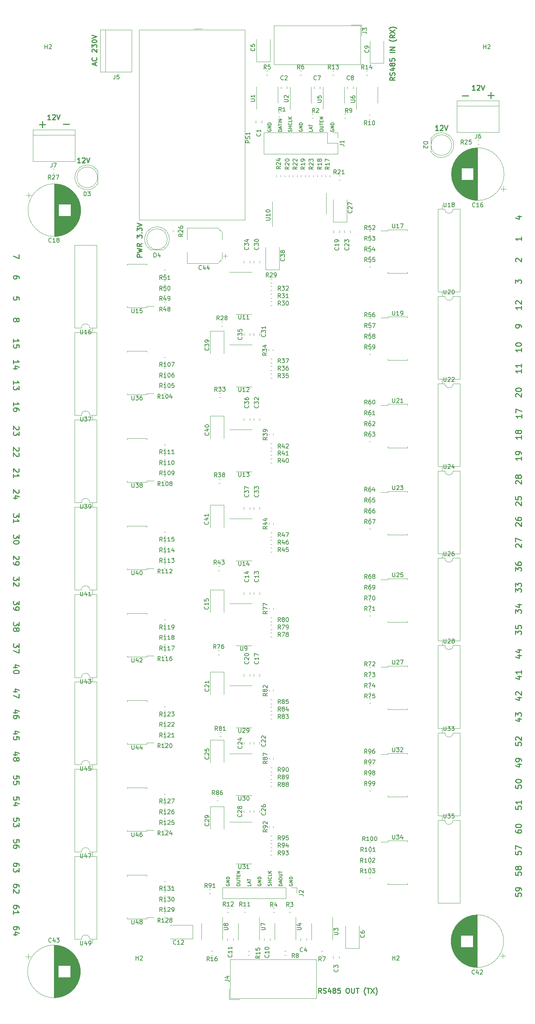
<source format=gto>
G04 #@! TF.GenerationSoftware,KiCad,Pcbnew,5.1.5-52549c5~84~ubuntu18.04.1*
G04 #@! TF.CreationDate,2020-01-16T14:26:57+02:00*
G04 #@! TF.ProjectId,Hc595_Solenoid_Driver,48633539-355f-4536-9f6c-656e6f69645f,rev?*
G04 #@! TF.SameCoordinates,Original*
G04 #@! TF.FileFunction,Legend,Top*
G04 #@! TF.FilePolarity,Positive*
%FSLAX46Y46*%
G04 Gerber Fmt 4.6, Leading zero omitted, Abs format (unit mm)*
G04 Created by KiCad (PCBNEW 5.1.5-52549c5~84~ubuntu18.04.1) date 2020-01-16 14:26:57*
%MOMM*%
%LPD*%
G04 APERTURE LIST*
%ADD10C,0.250000*%
%ADD11C,0.150000*%
%ADD12C,0.120000*%
G04 APERTURE END LIST*
D10*
X14161904Y-23857142D02*
X12638095Y-23857142D01*
X9557142Y-22742857D02*
X8871428Y-22742857D01*
X9214285Y-22742857D02*
X9214285Y-21542857D01*
X9100000Y-21714285D01*
X8985714Y-21828571D01*
X8871428Y-21885714D01*
X10014285Y-21657142D02*
X10071428Y-21600000D01*
X10185714Y-21542857D01*
X10471428Y-21542857D01*
X10585714Y-21600000D01*
X10642857Y-21657142D01*
X10700000Y-21771428D01*
X10700000Y-21885714D01*
X10642857Y-22057142D01*
X9957142Y-22742857D01*
X10700000Y-22742857D01*
X11042857Y-21542857D02*
X11442857Y-22742857D01*
X11842857Y-21542857D01*
X7642857Y-24661904D02*
X7642857Y-23138095D01*
X8404761Y-23900000D02*
X6880952Y-23900000D01*
X110561904Y-16957142D02*
X109038095Y-16957142D01*
X112157142Y-15642857D02*
X111471428Y-15642857D01*
X111814285Y-15642857D02*
X111814285Y-14442857D01*
X111700000Y-14614285D01*
X111585714Y-14728571D01*
X111471428Y-14785714D01*
X112614285Y-14557142D02*
X112671428Y-14500000D01*
X112785714Y-14442857D01*
X113071428Y-14442857D01*
X113185714Y-14500000D01*
X113242857Y-14557142D01*
X113300000Y-14671428D01*
X113300000Y-14785714D01*
X113242857Y-14957142D01*
X112557142Y-15642857D01*
X113300000Y-15642857D01*
X113642857Y-14442857D02*
X114042857Y-15642857D01*
X114442857Y-14442857D01*
X1966666Y-55333333D02*
X1966666Y-56266666D01*
X566666Y-55666666D01*
X1966666Y-61066666D02*
X1966666Y-60800000D01*
X1900000Y-60666666D01*
X1833333Y-60600000D01*
X1633333Y-60466666D01*
X1366666Y-60400000D01*
X833333Y-60400000D01*
X700000Y-60466666D01*
X633333Y-60533333D01*
X566666Y-60666666D01*
X566666Y-60933333D01*
X633333Y-61066666D01*
X700000Y-61133333D01*
X833333Y-61200000D01*
X1166666Y-61200000D01*
X1300000Y-61133333D01*
X1366666Y-61066666D01*
X1433333Y-60933333D01*
X1433333Y-60666666D01*
X1366666Y-60533333D01*
X1300000Y-60466666D01*
X1166666Y-60400000D01*
X1966666Y-66233333D02*
X1966666Y-65566666D01*
X1300000Y-65500000D01*
X1366666Y-65566666D01*
X1433333Y-65700000D01*
X1433333Y-66033333D01*
X1366666Y-66166666D01*
X1300000Y-66233333D01*
X1166666Y-66300000D01*
X833333Y-66300000D01*
X700000Y-66233333D01*
X633333Y-66166666D01*
X566666Y-66033333D01*
X566666Y-65700000D01*
X633333Y-65566666D01*
X700000Y-65500000D01*
X1366666Y-70966666D02*
X1433333Y-70833333D01*
X1500000Y-70766666D01*
X1633333Y-70700000D01*
X1700000Y-70700000D01*
X1833333Y-70766666D01*
X1900000Y-70833333D01*
X1966666Y-70966666D01*
X1966666Y-71233333D01*
X1900000Y-71366666D01*
X1833333Y-71433333D01*
X1700000Y-71500000D01*
X1633333Y-71500000D01*
X1500000Y-71433333D01*
X1433333Y-71366666D01*
X1366666Y-71233333D01*
X1366666Y-70966666D01*
X1300000Y-70833333D01*
X1233333Y-70766666D01*
X1100000Y-70700000D01*
X833333Y-70700000D01*
X700000Y-70766666D01*
X633333Y-70833333D01*
X566666Y-70966666D01*
X566666Y-71233333D01*
X633333Y-71366666D01*
X700000Y-71433333D01*
X833333Y-71500000D01*
X1100000Y-71500000D01*
X1233333Y-71433333D01*
X1300000Y-71366666D01*
X1366666Y-71233333D01*
X566666Y-76533333D02*
X566666Y-75733333D01*
X566666Y-76133333D02*
X1966666Y-76133333D01*
X1766666Y-76000000D01*
X1633333Y-75866666D01*
X1566666Y-75733333D01*
X1966666Y-77800000D02*
X1966666Y-77133333D01*
X1300000Y-77066666D01*
X1366666Y-77133333D01*
X1433333Y-77266666D01*
X1433333Y-77600000D01*
X1366666Y-77733333D01*
X1299999Y-77800000D01*
X1166666Y-77866666D01*
X833333Y-77866666D01*
X699999Y-77800000D01*
X633333Y-77733333D01*
X566666Y-77600000D01*
X566666Y-77266666D01*
X633333Y-77133333D01*
X700000Y-77066666D01*
X566666Y-81633333D02*
X566666Y-80833333D01*
X566666Y-81233333D02*
X1966666Y-81233333D01*
X1766666Y-81100000D01*
X1633333Y-80966666D01*
X1566666Y-80833333D01*
X1499999Y-82833333D02*
X566666Y-82833333D01*
X2033333Y-82500000D02*
X1033333Y-82166666D01*
X1033333Y-83033333D01*
X566666Y-86633333D02*
X566666Y-85833333D01*
X566666Y-86233333D02*
X1966666Y-86233333D01*
X1766666Y-86100000D01*
X1633333Y-85966666D01*
X1566666Y-85833333D01*
X1966666Y-87100000D02*
X1966666Y-87966666D01*
X1433333Y-87500000D01*
X1433333Y-87700000D01*
X1366666Y-87833333D01*
X1299999Y-87900000D01*
X1166666Y-87966666D01*
X833333Y-87966666D01*
X699999Y-87900000D01*
X633333Y-87833333D01*
X566666Y-87700000D01*
X566666Y-87300000D01*
X633333Y-87166666D01*
X700000Y-87100000D01*
X566666Y-91833333D02*
X566666Y-91033333D01*
X566666Y-91433333D02*
X1966666Y-91433333D01*
X1766666Y-91300000D01*
X1633333Y-91166666D01*
X1566666Y-91033333D01*
X1966666Y-93033333D02*
X1966666Y-92766666D01*
X1900000Y-92633333D01*
X1833333Y-92566666D01*
X1633333Y-92433333D01*
X1366666Y-92366666D01*
X833333Y-92366666D01*
X700000Y-92433333D01*
X633333Y-92500000D01*
X566666Y-92633333D01*
X566666Y-92900000D01*
X633333Y-93033333D01*
X699999Y-93100000D01*
X833333Y-93166666D01*
X1166666Y-93166666D01*
X1299999Y-93100000D01*
X1366666Y-93033333D01*
X1433333Y-92900000D01*
X1433333Y-92633333D01*
X1366666Y-92500000D01*
X1300000Y-92433333D01*
X1166666Y-92366666D01*
X1833333Y-96833333D02*
X1900000Y-96900000D01*
X1966666Y-97033333D01*
X1966666Y-97366666D01*
X1900000Y-97500000D01*
X1833333Y-97566666D01*
X1700000Y-97633333D01*
X1566666Y-97633333D01*
X1366666Y-97566666D01*
X566666Y-96766666D01*
X566666Y-97633333D01*
X1966666Y-98100000D02*
X1966666Y-98966666D01*
X1433333Y-98500000D01*
X1433333Y-98700000D01*
X1366666Y-98833333D01*
X1299999Y-98900000D01*
X1166666Y-98966666D01*
X833333Y-98966666D01*
X699999Y-98900000D01*
X633333Y-98833333D01*
X566666Y-98700000D01*
X566666Y-98300000D01*
X633333Y-98166666D01*
X700000Y-98100000D01*
X1833333Y-101933333D02*
X1900000Y-102000000D01*
X1966666Y-102133333D01*
X1966666Y-102466666D01*
X1900000Y-102600000D01*
X1833333Y-102666666D01*
X1700000Y-102733333D01*
X1566666Y-102733333D01*
X1366666Y-102666666D01*
X566666Y-101866666D01*
X566666Y-102733333D01*
X1833333Y-103266666D02*
X1900000Y-103333333D01*
X1966666Y-103466666D01*
X1966666Y-103800000D01*
X1900000Y-103933333D01*
X1833333Y-104000000D01*
X1699999Y-104066666D01*
X1566666Y-104066666D01*
X1366666Y-104000000D01*
X566666Y-103200000D01*
X566666Y-104066666D01*
X1833333Y-107033333D02*
X1900000Y-107100000D01*
X1966666Y-107233333D01*
X1966666Y-107566666D01*
X1900000Y-107700000D01*
X1833333Y-107766666D01*
X1700000Y-107833333D01*
X1566666Y-107833333D01*
X1366666Y-107766666D01*
X566666Y-106966666D01*
X566666Y-107833333D01*
X566666Y-109166666D02*
X566666Y-108366666D01*
X566666Y-108766666D02*
X1966666Y-108766666D01*
X1766666Y-108633333D01*
X1633333Y-108500000D01*
X1566666Y-108366666D01*
X1833333Y-112133333D02*
X1900000Y-112200000D01*
X1966666Y-112333333D01*
X1966666Y-112666666D01*
X1900000Y-112800000D01*
X1833333Y-112866666D01*
X1700000Y-112933333D01*
X1566666Y-112933333D01*
X1366666Y-112866666D01*
X566666Y-112066666D01*
X566666Y-112933333D01*
X1499999Y-114133333D02*
X566666Y-114133333D01*
X2033333Y-113800000D02*
X1033333Y-113466666D01*
X1033333Y-114333333D01*
X1966666Y-117866666D02*
X1966666Y-118733333D01*
X1433333Y-118266666D01*
X1433333Y-118466666D01*
X1366666Y-118600000D01*
X1300000Y-118666666D01*
X1166666Y-118733333D01*
X833333Y-118733333D01*
X700000Y-118666666D01*
X633333Y-118600000D01*
X566666Y-118466666D01*
X566666Y-118066666D01*
X633333Y-117933333D01*
X700000Y-117866666D01*
X566666Y-120066666D02*
X566666Y-119266666D01*
X566666Y-119666666D02*
X1966666Y-119666666D01*
X1766666Y-119533333D01*
X1633333Y-119400000D01*
X1566666Y-119266666D01*
X1966666Y-122966666D02*
X1966666Y-123833333D01*
X1433333Y-123366666D01*
X1433333Y-123566666D01*
X1366666Y-123700000D01*
X1300000Y-123766666D01*
X1166666Y-123833333D01*
X833333Y-123833333D01*
X700000Y-123766666D01*
X633333Y-123700000D01*
X566666Y-123566666D01*
X566666Y-123166666D01*
X633333Y-123033333D01*
X700000Y-122966666D01*
X1966666Y-124700000D02*
X1966666Y-124833333D01*
X1900000Y-124966666D01*
X1833333Y-125033333D01*
X1699999Y-125100000D01*
X1433333Y-125166666D01*
X1099999Y-125166666D01*
X833333Y-125100000D01*
X699999Y-125033333D01*
X633333Y-124966666D01*
X566666Y-124833333D01*
X566666Y-124700000D01*
X633333Y-124566666D01*
X700000Y-124500000D01*
X833333Y-124433333D01*
X1100000Y-124366666D01*
X1433333Y-124366666D01*
X1700000Y-124433333D01*
X1833333Y-124500000D01*
X1900000Y-124566666D01*
X1966666Y-124700000D01*
X1833333Y-128133333D02*
X1900000Y-128200000D01*
X1966666Y-128333333D01*
X1966666Y-128666666D01*
X1900000Y-128800000D01*
X1833333Y-128866666D01*
X1700000Y-128933333D01*
X1566666Y-128933333D01*
X1366666Y-128866666D01*
X566666Y-128066666D01*
X566666Y-128933333D01*
X566666Y-129600000D02*
X566666Y-129866666D01*
X633333Y-130000000D01*
X699999Y-130066666D01*
X899999Y-130200000D01*
X1166666Y-130266666D01*
X1699999Y-130266666D01*
X1833333Y-130200000D01*
X1900000Y-130133333D01*
X1966666Y-130000000D01*
X1966666Y-129733333D01*
X1900000Y-129600000D01*
X1833333Y-129533333D01*
X1700000Y-129466666D01*
X1366666Y-129466666D01*
X1233333Y-129533333D01*
X1166666Y-129600000D01*
X1100000Y-129733333D01*
X1099999Y-130000000D01*
X1166666Y-130133333D01*
X1233333Y-130200000D01*
X1366666Y-130266666D01*
X1966666Y-133166666D02*
X1966666Y-134033333D01*
X1433333Y-133566666D01*
X1433333Y-133766666D01*
X1366666Y-133900000D01*
X1300000Y-133966666D01*
X1166666Y-134033333D01*
X833333Y-134033333D01*
X700000Y-133966666D01*
X633333Y-133900000D01*
X566666Y-133766666D01*
X566666Y-133366666D01*
X633333Y-133233333D01*
X700000Y-133166666D01*
X1833333Y-134566666D02*
X1900000Y-134633333D01*
X1966666Y-134766666D01*
X1966666Y-135100000D01*
X1900000Y-135233333D01*
X1833333Y-135300000D01*
X1699999Y-135366666D01*
X1566666Y-135366666D01*
X1366666Y-135300000D01*
X566666Y-134500000D01*
X566666Y-135366666D01*
X1966666Y-138966666D02*
X1966666Y-139833333D01*
X1433333Y-139366666D01*
X1433333Y-139566666D01*
X1366666Y-139700000D01*
X1300000Y-139766666D01*
X1166666Y-139833333D01*
X833333Y-139833333D01*
X700000Y-139766666D01*
X633333Y-139700000D01*
X566666Y-139566666D01*
X566666Y-139166666D01*
X633333Y-139033333D01*
X700000Y-138966666D01*
X566666Y-140500000D02*
X566666Y-140766666D01*
X633333Y-140900000D01*
X699999Y-140966666D01*
X899999Y-141100000D01*
X1166666Y-141166666D01*
X1699999Y-141166666D01*
X1833333Y-141100000D01*
X1900000Y-141033333D01*
X1966666Y-140900000D01*
X1966666Y-140633333D01*
X1900000Y-140500000D01*
X1833333Y-140433333D01*
X1700000Y-140366666D01*
X1366666Y-140366666D01*
X1233333Y-140433333D01*
X1166666Y-140500000D01*
X1100000Y-140633333D01*
X1099999Y-140900000D01*
X1166666Y-141033333D01*
X1233333Y-141100000D01*
X1366666Y-141166666D01*
X1966666Y-144066666D02*
X1966666Y-144933333D01*
X1433333Y-144466666D01*
X1433333Y-144666666D01*
X1366666Y-144800000D01*
X1300000Y-144866666D01*
X1166666Y-144933333D01*
X833333Y-144933333D01*
X700000Y-144866666D01*
X633333Y-144800000D01*
X566666Y-144666666D01*
X566666Y-144266666D01*
X633333Y-144133333D01*
X700000Y-144066666D01*
X1366666Y-145733333D02*
X1433333Y-145600000D01*
X1500000Y-145533333D01*
X1633333Y-145466666D01*
X1700000Y-145466666D01*
X1833333Y-145533333D01*
X1900000Y-145600000D01*
X1966666Y-145733333D01*
X1966666Y-146000000D01*
X1900000Y-146133333D01*
X1833333Y-146200000D01*
X1699999Y-146266666D01*
X1633333Y-146266666D01*
X1499999Y-146200000D01*
X1433333Y-146133333D01*
X1366666Y-146000000D01*
X1366666Y-145733333D01*
X1300000Y-145600000D01*
X1233333Y-145533333D01*
X1100000Y-145466666D01*
X833333Y-145466666D01*
X700000Y-145533333D01*
X633333Y-145600000D01*
X566666Y-145733333D01*
X566666Y-146000000D01*
X633333Y-146133333D01*
X699999Y-146200000D01*
X833333Y-146266666D01*
X1099999Y-146266666D01*
X1233333Y-146200000D01*
X1299999Y-146133333D01*
X1366666Y-146000000D01*
X1966666Y-149266666D02*
X1966666Y-150133333D01*
X1433333Y-149666666D01*
X1433333Y-149866666D01*
X1366666Y-150000000D01*
X1300000Y-150066666D01*
X1166666Y-150133333D01*
X833333Y-150133333D01*
X700000Y-150066666D01*
X633333Y-150000000D01*
X566666Y-149866666D01*
X566666Y-149466666D01*
X633333Y-149333333D01*
X700000Y-149266666D01*
X1966666Y-150600000D02*
X1966666Y-151533333D01*
X566666Y-150933333D01*
X1500000Y-155000000D02*
X566666Y-155000000D01*
X2033333Y-154666666D02*
X1033333Y-154333333D01*
X1033333Y-155200000D01*
X1966666Y-156000000D02*
X1966666Y-156133333D01*
X1900000Y-156266666D01*
X1833333Y-156333333D01*
X1699999Y-156400000D01*
X1433333Y-156466666D01*
X1099999Y-156466666D01*
X833333Y-156400000D01*
X699999Y-156333333D01*
X633333Y-156266666D01*
X566666Y-156133333D01*
X566666Y-156000000D01*
X633333Y-155866666D01*
X700000Y-155800000D01*
X833333Y-155733333D01*
X1100000Y-155666666D01*
X1433333Y-155666666D01*
X1700000Y-155733333D01*
X1833333Y-155800000D01*
X1900000Y-155866666D01*
X1966666Y-156000000D01*
X1500000Y-160800000D02*
X566666Y-160800000D01*
X2033333Y-160466666D02*
X1033333Y-160133333D01*
X1033333Y-161000000D01*
X1966666Y-161400000D02*
X1966666Y-162333333D01*
X566666Y-161733333D01*
X1500000Y-165900000D02*
X566666Y-165900000D01*
X2033333Y-165566666D02*
X1033333Y-165233333D01*
X1033333Y-166100000D01*
X1966666Y-167233333D02*
X1966666Y-166966666D01*
X1900000Y-166833333D01*
X1833333Y-166766666D01*
X1633333Y-166633333D01*
X1366666Y-166566666D01*
X833333Y-166566666D01*
X700000Y-166633333D01*
X633333Y-166700000D01*
X566666Y-166833333D01*
X566666Y-167100000D01*
X633333Y-167233333D01*
X699999Y-167300000D01*
X833333Y-167366666D01*
X1166666Y-167366666D01*
X1299999Y-167300000D01*
X1366666Y-167233333D01*
X1433333Y-167100000D01*
X1433333Y-166833333D01*
X1366666Y-166700000D01*
X1300000Y-166633333D01*
X1166666Y-166566666D01*
X1500000Y-171000000D02*
X566666Y-171000000D01*
X2033333Y-170666666D02*
X1033333Y-170333333D01*
X1033333Y-171200000D01*
X1966666Y-172400000D02*
X1966666Y-171733333D01*
X1300000Y-171666666D01*
X1366666Y-171733333D01*
X1433333Y-171866666D01*
X1433333Y-172200000D01*
X1366666Y-172333333D01*
X1299999Y-172400000D01*
X1166666Y-172466666D01*
X833333Y-172466666D01*
X699999Y-172400000D01*
X633333Y-172333333D01*
X566666Y-172200000D01*
X566666Y-171866666D01*
X633333Y-171733333D01*
X700000Y-171666666D01*
X1500000Y-176100000D02*
X566666Y-176100000D01*
X2033333Y-175766666D02*
X1033333Y-175433333D01*
X1033333Y-176300000D01*
X1366666Y-177033333D02*
X1433333Y-176900000D01*
X1500000Y-176833333D01*
X1633333Y-176766666D01*
X1700000Y-176766666D01*
X1833333Y-176833333D01*
X1900000Y-176900000D01*
X1966666Y-177033333D01*
X1966666Y-177300000D01*
X1900000Y-177433333D01*
X1833333Y-177500000D01*
X1699999Y-177566666D01*
X1633333Y-177566666D01*
X1499999Y-177500000D01*
X1433333Y-177433333D01*
X1366666Y-177300000D01*
X1366666Y-177033333D01*
X1300000Y-176900000D01*
X1233333Y-176833333D01*
X1100000Y-176766666D01*
X833333Y-176766666D01*
X700000Y-176833333D01*
X633333Y-176900000D01*
X566666Y-177033333D01*
X566666Y-177300000D01*
X633333Y-177433333D01*
X699999Y-177500000D01*
X833333Y-177566666D01*
X1099999Y-177566666D01*
X1233333Y-177500000D01*
X1299999Y-177433333D01*
X1366666Y-177300000D01*
X1966666Y-181866666D02*
X1966666Y-181200000D01*
X1300000Y-181133333D01*
X1366666Y-181200000D01*
X1433333Y-181333333D01*
X1433333Y-181666666D01*
X1366666Y-181800000D01*
X1300000Y-181866666D01*
X1166666Y-181933333D01*
X833333Y-181933333D01*
X700000Y-181866666D01*
X633333Y-181800000D01*
X566666Y-181666666D01*
X566666Y-181333333D01*
X633333Y-181200000D01*
X700000Y-181133333D01*
X1966666Y-183200000D02*
X1966666Y-182533333D01*
X1300000Y-182466666D01*
X1366666Y-182533333D01*
X1433333Y-182666666D01*
X1433333Y-183000000D01*
X1366666Y-183133333D01*
X1299999Y-183200000D01*
X1166666Y-183266666D01*
X833333Y-183266666D01*
X699999Y-183200000D01*
X633333Y-183133333D01*
X566666Y-183000000D01*
X566666Y-182666666D01*
X633333Y-182533333D01*
X700000Y-182466666D01*
X1966666Y-186966666D02*
X1966666Y-186300000D01*
X1300000Y-186233333D01*
X1366666Y-186300000D01*
X1433333Y-186433333D01*
X1433333Y-186766666D01*
X1366666Y-186900000D01*
X1300000Y-186966666D01*
X1166666Y-187033333D01*
X833333Y-187033333D01*
X700000Y-186966666D01*
X633333Y-186900000D01*
X566666Y-186766666D01*
X566666Y-186433333D01*
X633333Y-186300000D01*
X700000Y-186233333D01*
X1499999Y-188233333D02*
X566666Y-188233333D01*
X2033333Y-187900000D02*
X1033333Y-187566666D01*
X1033333Y-188433333D01*
X1966666Y-192066666D02*
X1966666Y-191400000D01*
X1300000Y-191333333D01*
X1366666Y-191400000D01*
X1433333Y-191533333D01*
X1433333Y-191866666D01*
X1366666Y-192000000D01*
X1300000Y-192066666D01*
X1166666Y-192133333D01*
X833333Y-192133333D01*
X700000Y-192066666D01*
X633333Y-192000000D01*
X566666Y-191866666D01*
X566666Y-191533333D01*
X633333Y-191400000D01*
X700000Y-191333333D01*
X1966666Y-192600000D02*
X1966666Y-193466666D01*
X1433333Y-193000000D01*
X1433333Y-193200000D01*
X1366666Y-193333333D01*
X1299999Y-193400000D01*
X1166666Y-193466666D01*
X833333Y-193466666D01*
X699999Y-193400000D01*
X633333Y-193333333D01*
X566666Y-193200000D01*
X566666Y-192800000D01*
X633333Y-192666666D01*
X700000Y-192600000D01*
X1966666Y-197266666D02*
X1966666Y-196600000D01*
X1300000Y-196533333D01*
X1366666Y-196600000D01*
X1433333Y-196733333D01*
X1433333Y-197066666D01*
X1366666Y-197200000D01*
X1300000Y-197266666D01*
X1166666Y-197333333D01*
X833333Y-197333333D01*
X700000Y-197266666D01*
X633333Y-197200000D01*
X566666Y-197066666D01*
X566666Y-196733333D01*
X633333Y-196600000D01*
X700000Y-196533333D01*
X1966666Y-198533333D02*
X1966666Y-198266666D01*
X1900000Y-198133333D01*
X1833333Y-198066666D01*
X1633333Y-197933333D01*
X1366666Y-197866666D01*
X833333Y-197866666D01*
X700000Y-197933333D01*
X633333Y-198000000D01*
X566666Y-198133333D01*
X566666Y-198400000D01*
X633333Y-198533333D01*
X699999Y-198600000D01*
X833333Y-198666666D01*
X1166666Y-198666666D01*
X1299999Y-198600000D01*
X1366666Y-198533333D01*
X1433333Y-198400000D01*
X1433333Y-198133333D01*
X1366666Y-198000000D01*
X1300000Y-197933333D01*
X1166666Y-197866666D01*
X1966666Y-202900000D02*
X1966666Y-202633333D01*
X1900000Y-202500000D01*
X1833333Y-202433333D01*
X1633333Y-202300000D01*
X1366666Y-202233333D01*
X833333Y-202233333D01*
X700000Y-202300000D01*
X633333Y-202366666D01*
X566666Y-202500000D01*
X566666Y-202766666D01*
X633333Y-202900000D01*
X700000Y-202966666D01*
X833333Y-203033333D01*
X1166666Y-203033333D01*
X1300000Y-202966666D01*
X1366666Y-202900000D01*
X1433333Y-202766666D01*
X1433333Y-202500000D01*
X1366666Y-202366666D01*
X1300000Y-202300000D01*
X1166666Y-202233333D01*
X1966666Y-203500000D02*
X1966666Y-204366666D01*
X1433333Y-203900000D01*
X1433333Y-204100000D01*
X1366666Y-204233333D01*
X1299999Y-204300000D01*
X1166666Y-204366666D01*
X833333Y-204366666D01*
X699999Y-204300000D01*
X633333Y-204233333D01*
X566666Y-204100000D01*
X566666Y-203700000D01*
X633333Y-203566666D01*
X700000Y-203500000D01*
X1966666Y-208000000D02*
X1966666Y-207733333D01*
X1900000Y-207600000D01*
X1833333Y-207533333D01*
X1633333Y-207400000D01*
X1366666Y-207333333D01*
X833333Y-207333333D01*
X700000Y-207400000D01*
X633333Y-207466666D01*
X566666Y-207600000D01*
X566666Y-207866666D01*
X633333Y-208000000D01*
X700000Y-208066666D01*
X833333Y-208133333D01*
X1166666Y-208133333D01*
X1300000Y-208066666D01*
X1366666Y-208000000D01*
X1433333Y-207866666D01*
X1433333Y-207600000D01*
X1366666Y-207466666D01*
X1300000Y-207400000D01*
X1166666Y-207333333D01*
X1833333Y-208666666D02*
X1900000Y-208733333D01*
X1966666Y-208866666D01*
X1966666Y-209200000D01*
X1900000Y-209333333D01*
X1833333Y-209400000D01*
X1699999Y-209466666D01*
X1566666Y-209466666D01*
X1366666Y-209400000D01*
X566666Y-208600000D01*
X566666Y-209466666D01*
X1966666Y-213100000D02*
X1966666Y-212833333D01*
X1900000Y-212700000D01*
X1833333Y-212633333D01*
X1633333Y-212500000D01*
X1366666Y-212433333D01*
X833333Y-212433333D01*
X700000Y-212500000D01*
X633333Y-212566666D01*
X566666Y-212700000D01*
X566666Y-212966666D01*
X633333Y-213100000D01*
X700000Y-213166666D01*
X833333Y-213233333D01*
X1166666Y-213233333D01*
X1300000Y-213166666D01*
X1366666Y-213100000D01*
X1433333Y-212966666D01*
X1433333Y-212700000D01*
X1366666Y-212566666D01*
X1300000Y-212500000D01*
X1166666Y-212433333D01*
X566666Y-214566666D02*
X566666Y-213766666D01*
X566666Y-214166666D02*
X1966666Y-214166666D01*
X1766666Y-214033333D01*
X1633333Y-213900000D01*
X1566666Y-213766666D01*
X1966666Y-218200000D02*
X1966666Y-217933333D01*
X1900000Y-217800000D01*
X1833333Y-217733333D01*
X1633333Y-217600000D01*
X1366666Y-217533333D01*
X833333Y-217533333D01*
X700000Y-217600000D01*
X633333Y-217666666D01*
X566666Y-217800000D01*
X566666Y-218066666D01*
X633333Y-218200000D01*
X700000Y-218266666D01*
X833333Y-218333333D01*
X1166666Y-218333333D01*
X1300000Y-218266666D01*
X1366666Y-218200000D01*
X1433333Y-218066666D01*
X1433333Y-217800000D01*
X1366666Y-217666666D01*
X1300000Y-217600000D01*
X1166666Y-217533333D01*
X1499999Y-219533333D02*
X566666Y-219533333D01*
X2033333Y-219200000D02*
X1033333Y-218866666D01*
X1033333Y-219733333D01*
X121933333Y-209533333D02*
X121933333Y-210200000D01*
X122600000Y-210266666D01*
X122533333Y-210200000D01*
X122466666Y-210066666D01*
X122466666Y-209733333D01*
X122533333Y-209600000D01*
X122600000Y-209533333D01*
X122733333Y-209466666D01*
X123066666Y-209466666D01*
X123200000Y-209533333D01*
X123266666Y-209600000D01*
X123333333Y-209733333D01*
X123333333Y-210066666D01*
X123266666Y-210200000D01*
X123200000Y-210266666D01*
X123333333Y-208800000D02*
X123333333Y-208533333D01*
X123266666Y-208400000D01*
X123200000Y-208333333D01*
X123000000Y-208200000D01*
X122733333Y-208133333D01*
X122200000Y-208133333D01*
X122066666Y-208200000D01*
X122000000Y-208266666D01*
X121933333Y-208400000D01*
X121933333Y-208666666D01*
X122000000Y-208800000D01*
X122066666Y-208866666D01*
X122200000Y-208933333D01*
X122533333Y-208933333D01*
X122666666Y-208866666D01*
X122733333Y-208800000D01*
X122800000Y-208666666D01*
X122800000Y-208400000D01*
X122733333Y-208266666D01*
X122666666Y-208200000D01*
X122533333Y-208133333D01*
X121933333Y-204433333D02*
X121933333Y-205100000D01*
X122600000Y-205166666D01*
X122533333Y-205100000D01*
X122466666Y-204966666D01*
X122466666Y-204633333D01*
X122533333Y-204500000D01*
X122600000Y-204433333D01*
X122733333Y-204366666D01*
X123066666Y-204366666D01*
X123200000Y-204433333D01*
X123266666Y-204500000D01*
X123333333Y-204633333D01*
X123333333Y-204966666D01*
X123266666Y-205100000D01*
X123200000Y-205166666D01*
X122533333Y-203566666D02*
X122466666Y-203700000D01*
X122400000Y-203766666D01*
X122266666Y-203833333D01*
X122200000Y-203833333D01*
X122066666Y-203766666D01*
X122000000Y-203700000D01*
X121933333Y-203566666D01*
X121933333Y-203300000D01*
X122000000Y-203166666D01*
X122066666Y-203100000D01*
X122200000Y-203033333D01*
X122266666Y-203033333D01*
X122400000Y-203100000D01*
X122466666Y-203166666D01*
X122533333Y-203300000D01*
X122533333Y-203566666D01*
X122600000Y-203700000D01*
X122666666Y-203766666D01*
X122800000Y-203833333D01*
X123066666Y-203833333D01*
X123200000Y-203766666D01*
X123266666Y-203700000D01*
X123333333Y-203566666D01*
X123333333Y-203300000D01*
X123266666Y-203166666D01*
X123200000Y-203100000D01*
X123066666Y-203033333D01*
X122800000Y-203033333D01*
X122666666Y-203100000D01*
X122600000Y-203166666D01*
X122533333Y-203300000D01*
X121933333Y-199433333D02*
X121933333Y-200100000D01*
X122600000Y-200166666D01*
X122533333Y-200100000D01*
X122466666Y-199966666D01*
X122466666Y-199633333D01*
X122533333Y-199500000D01*
X122600000Y-199433333D01*
X122733333Y-199366666D01*
X123066666Y-199366666D01*
X123200000Y-199433333D01*
X123266666Y-199500000D01*
X123333333Y-199633333D01*
X123333333Y-199966666D01*
X123266666Y-200100000D01*
X123200000Y-200166666D01*
X121933333Y-198900000D02*
X121933333Y-197966666D01*
X123333333Y-198566666D01*
X121933333Y-194300000D02*
X121933333Y-194566666D01*
X122000000Y-194700000D01*
X122066666Y-194766666D01*
X122266666Y-194900000D01*
X122533333Y-194966666D01*
X123066666Y-194966666D01*
X123200000Y-194900000D01*
X123266666Y-194833333D01*
X123333333Y-194700000D01*
X123333333Y-194433333D01*
X123266666Y-194300000D01*
X123200000Y-194233333D01*
X123066666Y-194166666D01*
X122733333Y-194166666D01*
X122600000Y-194233333D01*
X122533333Y-194300000D01*
X122466666Y-194433333D01*
X122466666Y-194700000D01*
X122533333Y-194833333D01*
X122600000Y-194900000D01*
X122733333Y-194966666D01*
X121933333Y-193300000D02*
X121933333Y-193166666D01*
X122000000Y-193033333D01*
X122066666Y-192966666D01*
X122200000Y-192900000D01*
X122466666Y-192833333D01*
X122800000Y-192833333D01*
X123066666Y-192900000D01*
X123200000Y-192966666D01*
X123266666Y-193033333D01*
X123333333Y-193166666D01*
X123333333Y-193300000D01*
X123266666Y-193433333D01*
X123200000Y-193500000D01*
X123066666Y-193566666D01*
X122800000Y-193633333D01*
X122466666Y-193633333D01*
X122200000Y-193566666D01*
X122066666Y-193500000D01*
X122000000Y-193433333D01*
X121933333Y-193300000D01*
X121933333Y-188533333D02*
X121933333Y-189200000D01*
X122600000Y-189266666D01*
X122533333Y-189200000D01*
X122466666Y-189066666D01*
X122466666Y-188733333D01*
X122533333Y-188600000D01*
X122600000Y-188533333D01*
X122733333Y-188466666D01*
X123066666Y-188466666D01*
X123200000Y-188533333D01*
X123266666Y-188600000D01*
X123333333Y-188733333D01*
X123333333Y-189066666D01*
X123266666Y-189200000D01*
X123200000Y-189266666D01*
X123333333Y-187133333D02*
X123333333Y-187933333D01*
X123333333Y-187533333D02*
X121933333Y-187533333D01*
X122133333Y-187666666D01*
X122266666Y-187800000D01*
X122333333Y-187933333D01*
X121933333Y-183433333D02*
X121933333Y-184100000D01*
X122600000Y-184166666D01*
X122533333Y-184100000D01*
X122466666Y-183966666D01*
X122466666Y-183633333D01*
X122533333Y-183500000D01*
X122600000Y-183433333D01*
X122733333Y-183366666D01*
X123066666Y-183366666D01*
X123200000Y-183433333D01*
X123266666Y-183500000D01*
X123333333Y-183633333D01*
X123333333Y-183966666D01*
X123266666Y-184100000D01*
X123200000Y-184166666D01*
X121933333Y-182500000D02*
X121933333Y-182366666D01*
X122000000Y-182233333D01*
X122066666Y-182166666D01*
X122200000Y-182100000D01*
X122466666Y-182033333D01*
X122800000Y-182033333D01*
X123066666Y-182100000D01*
X123200000Y-182166666D01*
X123266666Y-182233333D01*
X123333333Y-182366666D01*
X123333333Y-182500000D01*
X123266666Y-182633333D01*
X123200000Y-182700000D01*
X123066666Y-182766666D01*
X122800000Y-182833333D01*
X122466666Y-182833333D01*
X122200000Y-182766666D01*
X122066666Y-182700000D01*
X122000000Y-182633333D01*
X121933333Y-182500000D01*
X122400000Y-178400000D02*
X123333333Y-178400000D01*
X121866666Y-178733333D02*
X122866666Y-179066666D01*
X122866666Y-178200000D01*
X123333333Y-177600000D02*
X123333333Y-177333333D01*
X123266666Y-177200000D01*
X123200000Y-177133333D01*
X123000000Y-177000000D01*
X122733333Y-176933333D01*
X122200000Y-176933333D01*
X122066666Y-177000000D01*
X122000000Y-177066666D01*
X121933333Y-177200000D01*
X121933333Y-177466666D01*
X122000000Y-177600000D01*
X122066666Y-177666666D01*
X122200000Y-177733333D01*
X122533333Y-177733333D01*
X122666666Y-177666666D01*
X122733333Y-177600000D01*
X122800000Y-177466666D01*
X122800000Y-177200000D01*
X122733333Y-177066666D01*
X122666666Y-177000000D01*
X122533333Y-176933333D01*
X121933333Y-173133333D02*
X121933333Y-173800000D01*
X122600000Y-173866666D01*
X122533333Y-173800000D01*
X122466666Y-173666666D01*
X122466666Y-173333333D01*
X122533333Y-173200000D01*
X122600000Y-173133333D01*
X122733333Y-173066666D01*
X123066666Y-173066666D01*
X123200000Y-173133333D01*
X123266666Y-173200000D01*
X123333333Y-173333333D01*
X123333333Y-173666666D01*
X123266666Y-173800000D01*
X123200000Y-173866666D01*
X122066666Y-172533333D02*
X122000000Y-172466666D01*
X121933333Y-172333333D01*
X121933333Y-172000000D01*
X122000000Y-171866666D01*
X122066666Y-171800000D01*
X122200000Y-171733333D01*
X122333333Y-171733333D01*
X122533333Y-171800000D01*
X123333333Y-172600000D01*
X123333333Y-171733333D01*
X122400000Y-167400000D02*
X123333333Y-167400000D01*
X121866666Y-167733333D02*
X122866666Y-168066666D01*
X122866666Y-167200000D01*
X121933333Y-166800000D02*
X121933333Y-165933333D01*
X122466666Y-166400000D01*
X122466666Y-166200000D01*
X122533333Y-166066666D01*
X122600000Y-166000000D01*
X122733333Y-165933333D01*
X123066666Y-165933333D01*
X123200000Y-166000000D01*
X123266666Y-166066666D01*
X123333333Y-166200000D01*
X123333333Y-166600000D01*
X123266666Y-166733333D01*
X123200000Y-166800000D01*
X122400000Y-162300000D02*
X123333333Y-162300000D01*
X121866666Y-162633333D02*
X122866666Y-162966666D01*
X122866666Y-162100000D01*
X122066666Y-161633333D02*
X122000000Y-161566666D01*
X121933333Y-161433333D01*
X121933333Y-161100000D01*
X122000000Y-160966666D01*
X122066666Y-160900000D01*
X122200000Y-160833333D01*
X122333333Y-160833333D01*
X122533333Y-160900000D01*
X123333333Y-161700000D01*
X123333333Y-160833333D01*
X122400000Y-157200000D02*
X123333333Y-157200000D01*
X121866666Y-157533333D02*
X122866666Y-157866666D01*
X122866666Y-157000000D01*
X123333333Y-155733333D02*
X123333333Y-156533333D01*
X123333333Y-156133333D02*
X121933333Y-156133333D01*
X122133333Y-156266666D01*
X122266666Y-156400000D01*
X122333333Y-156533333D01*
X122400000Y-152100000D02*
X123333333Y-152100000D01*
X121866666Y-152433333D02*
X122866666Y-152766666D01*
X122866666Y-151900000D01*
X122400000Y-150766666D02*
X123333333Y-150766666D01*
X121866666Y-151100000D02*
X122866666Y-151433333D01*
X122866666Y-150566666D01*
X121933333Y-147033333D02*
X121933333Y-146166666D01*
X122466666Y-146633333D01*
X122466666Y-146433333D01*
X122533333Y-146300000D01*
X122600000Y-146233333D01*
X122733333Y-146166666D01*
X123066666Y-146166666D01*
X123200000Y-146233333D01*
X123266666Y-146300000D01*
X123333333Y-146433333D01*
X123333333Y-146833333D01*
X123266666Y-146966666D01*
X123200000Y-147033333D01*
X121933333Y-144900000D02*
X121933333Y-145566666D01*
X122600000Y-145633333D01*
X122533333Y-145566666D01*
X122466666Y-145433333D01*
X122466666Y-145100000D01*
X122533333Y-144966666D01*
X122600000Y-144900000D01*
X122733333Y-144833333D01*
X123066666Y-144833333D01*
X123200000Y-144900000D01*
X123266666Y-144966666D01*
X123333333Y-145100000D01*
X123333333Y-145433333D01*
X123266666Y-145566666D01*
X123200000Y-145633333D01*
X121933333Y-141933333D02*
X121933333Y-141066666D01*
X122466666Y-141533333D01*
X122466666Y-141333333D01*
X122533333Y-141200000D01*
X122600000Y-141133333D01*
X122733333Y-141066666D01*
X123066666Y-141066666D01*
X123200000Y-141133333D01*
X123266666Y-141200000D01*
X123333333Y-141333333D01*
X123333333Y-141733333D01*
X123266666Y-141866666D01*
X123200000Y-141933333D01*
X122400000Y-139866666D02*
X123333333Y-139866666D01*
X121866666Y-140200000D02*
X122866666Y-140533333D01*
X122866666Y-139666666D01*
X121933333Y-136833333D02*
X121933333Y-135966666D01*
X122466666Y-136433333D01*
X122466666Y-136233333D01*
X122533333Y-136100000D01*
X122600000Y-136033333D01*
X122733333Y-135966666D01*
X123066666Y-135966666D01*
X123200000Y-136033333D01*
X123266666Y-136100000D01*
X123333333Y-136233333D01*
X123333333Y-136633333D01*
X123266666Y-136766666D01*
X123200000Y-136833333D01*
X121933333Y-135500000D02*
X121933333Y-134633333D01*
X122466666Y-135100000D01*
X122466666Y-134900000D01*
X122533333Y-134766666D01*
X122600000Y-134700000D01*
X122733333Y-134633333D01*
X123066666Y-134633333D01*
X123200000Y-134700000D01*
X123266666Y-134766666D01*
X123333333Y-134900000D01*
X123333333Y-135300000D01*
X123266666Y-135433333D01*
X123200000Y-135500000D01*
X121933333Y-131733333D02*
X121933333Y-130866666D01*
X122466666Y-131333333D01*
X122466666Y-131133333D01*
X122533333Y-131000000D01*
X122600000Y-130933333D01*
X122733333Y-130866666D01*
X123066666Y-130866666D01*
X123200000Y-130933333D01*
X123266666Y-131000000D01*
X123333333Y-131133333D01*
X123333333Y-131533333D01*
X123266666Y-131666666D01*
X123200000Y-131733333D01*
X121933333Y-129666666D02*
X121933333Y-129933333D01*
X122000000Y-130066666D01*
X122066666Y-130133333D01*
X122266666Y-130266666D01*
X122533333Y-130333333D01*
X123066666Y-130333333D01*
X123200000Y-130266666D01*
X123266666Y-130200000D01*
X123333333Y-130066666D01*
X123333333Y-129800000D01*
X123266666Y-129666666D01*
X123200000Y-129600000D01*
X123066666Y-129533333D01*
X122733333Y-129533333D01*
X122600000Y-129600000D01*
X122533333Y-129666666D01*
X122466666Y-129800000D01*
X122466666Y-130066666D01*
X122533333Y-130200000D01*
X122600000Y-130266666D01*
X122733333Y-130333333D01*
X122066666Y-125966666D02*
X122000000Y-125900000D01*
X121933333Y-125766666D01*
X121933333Y-125433333D01*
X122000000Y-125300000D01*
X122066666Y-125233333D01*
X122200000Y-125166666D01*
X122333333Y-125166666D01*
X122533333Y-125233333D01*
X123333333Y-126033333D01*
X123333333Y-125166666D01*
X121933333Y-124700000D02*
X121933333Y-123766666D01*
X123333333Y-124366666D01*
X122066666Y-120866666D02*
X122000000Y-120800000D01*
X121933333Y-120666666D01*
X121933333Y-120333333D01*
X122000000Y-120200000D01*
X122066666Y-120133333D01*
X122200000Y-120066666D01*
X122333333Y-120066666D01*
X122533333Y-120133333D01*
X123333333Y-120933333D01*
X123333333Y-120066666D01*
X121933333Y-118866666D02*
X121933333Y-119133333D01*
X122000000Y-119266666D01*
X122066666Y-119333333D01*
X122266666Y-119466666D01*
X122533333Y-119533333D01*
X123066666Y-119533333D01*
X123200000Y-119466666D01*
X123266666Y-119400000D01*
X123333333Y-119266666D01*
X123333333Y-119000000D01*
X123266666Y-118866666D01*
X123200000Y-118800000D01*
X123066666Y-118733333D01*
X122733333Y-118733333D01*
X122600000Y-118800000D01*
X122533333Y-118866666D01*
X122466666Y-119000000D01*
X122466666Y-119266666D01*
X122533333Y-119400000D01*
X122600000Y-119466666D01*
X122733333Y-119533333D01*
X122066666Y-115866666D02*
X122000000Y-115800000D01*
X121933333Y-115666666D01*
X121933333Y-115333333D01*
X122000000Y-115200000D01*
X122066666Y-115133333D01*
X122200000Y-115066666D01*
X122333333Y-115066666D01*
X122533333Y-115133333D01*
X123333333Y-115933333D01*
X123333333Y-115066666D01*
X121933333Y-113800000D02*
X121933333Y-114466666D01*
X122600000Y-114533333D01*
X122533333Y-114466666D01*
X122466666Y-114333333D01*
X122466666Y-114000000D01*
X122533333Y-113866666D01*
X122600000Y-113800000D01*
X122733333Y-113733333D01*
X123066666Y-113733333D01*
X123200000Y-113800000D01*
X123266666Y-113866666D01*
X123333333Y-114000000D01*
X123333333Y-114333333D01*
X123266666Y-114466666D01*
X123200000Y-114533333D01*
X122066666Y-110666666D02*
X122000000Y-110600000D01*
X121933333Y-110466666D01*
X121933333Y-110133333D01*
X122000000Y-110000000D01*
X122066666Y-109933333D01*
X122200000Y-109866666D01*
X122333333Y-109866666D01*
X122533333Y-109933333D01*
X123333333Y-110733333D01*
X123333333Y-109866666D01*
X122533333Y-109066666D02*
X122466666Y-109200000D01*
X122400000Y-109266666D01*
X122266666Y-109333333D01*
X122200000Y-109333333D01*
X122066666Y-109266666D01*
X122000000Y-109200000D01*
X121933333Y-109066666D01*
X121933333Y-108800000D01*
X122000000Y-108666666D01*
X122066666Y-108600000D01*
X122200000Y-108533333D01*
X122266666Y-108533333D01*
X122400000Y-108600000D01*
X122466666Y-108666666D01*
X122533333Y-108800000D01*
X122533333Y-109066666D01*
X122600000Y-109200000D01*
X122666666Y-109266666D01*
X122800000Y-109333333D01*
X123066666Y-109333333D01*
X123200000Y-109266666D01*
X123266666Y-109200000D01*
X123333333Y-109066666D01*
X123333333Y-108800000D01*
X123266666Y-108666666D01*
X123200000Y-108600000D01*
X123066666Y-108533333D01*
X122800000Y-108533333D01*
X122666666Y-108600000D01*
X122600000Y-108666666D01*
X122533333Y-108800000D01*
X123333333Y-104166666D02*
X123333333Y-104966666D01*
X123333333Y-104566666D02*
X121933333Y-104566666D01*
X122133333Y-104700000D01*
X122266666Y-104833333D01*
X122333333Y-104966666D01*
X123333333Y-103500000D02*
X123333333Y-103233333D01*
X123266666Y-103100000D01*
X123200000Y-103033333D01*
X123000000Y-102900000D01*
X122733333Y-102833333D01*
X122200000Y-102833333D01*
X122066666Y-102900000D01*
X122000000Y-102966666D01*
X121933333Y-103100000D01*
X121933333Y-103366666D01*
X122000000Y-103500000D01*
X122066666Y-103566666D01*
X122200000Y-103633333D01*
X122533333Y-103633333D01*
X122666666Y-103566666D01*
X122733333Y-103500000D01*
X122800000Y-103366666D01*
X122800000Y-103100000D01*
X122733333Y-102966666D01*
X122666666Y-102900000D01*
X122533333Y-102833333D01*
X123333333Y-99066666D02*
X123333333Y-99866666D01*
X123333333Y-99466666D02*
X121933333Y-99466666D01*
X122133333Y-99600000D01*
X122266666Y-99733333D01*
X122333333Y-99866666D01*
X122533333Y-98266666D02*
X122466666Y-98400000D01*
X122400000Y-98466666D01*
X122266666Y-98533333D01*
X122200000Y-98533333D01*
X122066666Y-98466666D01*
X122000000Y-98400000D01*
X121933333Y-98266666D01*
X121933333Y-98000000D01*
X122000000Y-97866666D01*
X122066666Y-97800000D01*
X122200000Y-97733333D01*
X122266666Y-97733333D01*
X122400000Y-97800000D01*
X122466666Y-97866666D01*
X122533333Y-98000000D01*
X122533333Y-98266666D01*
X122600000Y-98400000D01*
X122666666Y-98466666D01*
X122800000Y-98533333D01*
X123066666Y-98533333D01*
X123200000Y-98466666D01*
X123266666Y-98400000D01*
X123333333Y-98266666D01*
X123333333Y-98000000D01*
X123266666Y-97866666D01*
X123200000Y-97800000D01*
X123066666Y-97733333D01*
X122800000Y-97733333D01*
X122666666Y-97800000D01*
X122600000Y-97866666D01*
X122533333Y-98000000D01*
X123433333Y-93966666D02*
X123433333Y-94766666D01*
X123433333Y-94366666D02*
X122033333Y-94366666D01*
X122233333Y-94500000D01*
X122366666Y-94633333D01*
X122433333Y-94766666D01*
X122033333Y-93500000D02*
X122033333Y-92566666D01*
X123433333Y-93166666D01*
X122066666Y-89666666D02*
X122000000Y-89600000D01*
X121933333Y-89466666D01*
X121933333Y-89133333D01*
X122000000Y-89000000D01*
X122066666Y-88933333D01*
X122200000Y-88866666D01*
X122333333Y-88866666D01*
X122533333Y-88933333D01*
X123333333Y-89733333D01*
X123333333Y-88866666D01*
X121933333Y-88000000D02*
X121933333Y-87866666D01*
X122000000Y-87733333D01*
X122066666Y-87666666D01*
X122200000Y-87600000D01*
X122466666Y-87533333D01*
X122800000Y-87533333D01*
X123066666Y-87600000D01*
X123200000Y-87666666D01*
X123266666Y-87733333D01*
X123333333Y-87866666D01*
X123333333Y-88000000D01*
X123266666Y-88133333D01*
X123200000Y-88200000D01*
X123066666Y-88266666D01*
X122800000Y-88333333D01*
X122466666Y-88333333D01*
X122200000Y-88266666D01*
X122066666Y-88200000D01*
X122000000Y-88133333D01*
X121933333Y-88000000D01*
X123333333Y-83066666D02*
X123333333Y-83866666D01*
X123333333Y-83466666D02*
X121933333Y-83466666D01*
X122133333Y-83600000D01*
X122266666Y-83733333D01*
X122333333Y-83866666D01*
X123333333Y-81733333D02*
X123333333Y-82533333D01*
X123333333Y-82133333D02*
X121933333Y-82133333D01*
X122133333Y-82266666D01*
X122266666Y-82400000D01*
X122333333Y-82533333D01*
X123333333Y-77966666D02*
X123333333Y-78766666D01*
X123333333Y-78366666D02*
X121933333Y-78366666D01*
X122133333Y-78500000D01*
X122266666Y-78633333D01*
X122333333Y-78766666D01*
X121933333Y-77100000D02*
X121933333Y-76966666D01*
X122000000Y-76833333D01*
X122066666Y-76766666D01*
X122200000Y-76700000D01*
X122466666Y-76633333D01*
X122800000Y-76633333D01*
X123066666Y-76700000D01*
X123200000Y-76766666D01*
X123266666Y-76833333D01*
X123333333Y-76966666D01*
X123333333Y-77100000D01*
X123266666Y-77233333D01*
X123200000Y-77300000D01*
X123066666Y-77366666D01*
X122800000Y-77433333D01*
X122466666Y-77433333D01*
X122200000Y-77366666D01*
X122066666Y-77300000D01*
X122000000Y-77233333D01*
X121933333Y-77100000D01*
X123333333Y-72866666D02*
X123333333Y-72600000D01*
X123266666Y-72466666D01*
X123200000Y-72400000D01*
X123000000Y-72266666D01*
X122733333Y-72200000D01*
X122200000Y-72200000D01*
X122066666Y-72266666D01*
X122000000Y-72333333D01*
X121933333Y-72466666D01*
X121933333Y-72733333D01*
X122000000Y-72866666D01*
X122066666Y-72933333D01*
X122200000Y-73000000D01*
X122533333Y-73000000D01*
X122666666Y-72933333D01*
X122733333Y-72866666D01*
X122800000Y-72733333D01*
X122800000Y-72466666D01*
X122733333Y-72333333D01*
X122666666Y-72266666D01*
X122533333Y-72200000D01*
X123333333Y-67766666D02*
X123333333Y-68566666D01*
X123333333Y-68166666D02*
X121933333Y-68166666D01*
X122133333Y-68300000D01*
X122266666Y-68433333D01*
X122333333Y-68566666D01*
X122066666Y-67233333D02*
X122000000Y-67166666D01*
X121933333Y-67033333D01*
X121933333Y-66700000D01*
X122000000Y-66566666D01*
X122066666Y-66500000D01*
X122200000Y-66433333D01*
X122333333Y-66433333D01*
X122533333Y-66500000D01*
X123333333Y-67300000D01*
X123333333Y-66433333D01*
X121933333Y-62266666D02*
X121933333Y-61400000D01*
X122466666Y-61866666D01*
X122466666Y-61666666D01*
X122533333Y-61533333D01*
X122600000Y-61466666D01*
X122733333Y-61400000D01*
X123066666Y-61400000D01*
X123200000Y-61466666D01*
X123266666Y-61533333D01*
X123333333Y-61666666D01*
X123333333Y-62066666D01*
X123266666Y-62200000D01*
X123200000Y-62266666D01*
X122066666Y-57000000D02*
X122000000Y-56933333D01*
X121933333Y-56800000D01*
X121933333Y-56466666D01*
X122000000Y-56333333D01*
X122066666Y-56266666D01*
X122200000Y-56200000D01*
X122333333Y-56200000D01*
X122533333Y-56266666D01*
X123333333Y-57066666D01*
X123333333Y-56200000D01*
X123333333Y-51100000D02*
X123333333Y-51900000D01*
X123333333Y-51500000D02*
X121933333Y-51500000D01*
X122133333Y-51633333D01*
X122266666Y-51766666D01*
X122333333Y-51900000D01*
X122400000Y-46133333D02*
X123333333Y-46133333D01*
X121866666Y-46466666D02*
X122866666Y-46800000D01*
X122866666Y-45933333D01*
X92742857Y-12514285D02*
X92171428Y-12914285D01*
X92742857Y-13200000D02*
X91542857Y-13200000D01*
X91542857Y-12742857D01*
X91600000Y-12628571D01*
X91657142Y-12571428D01*
X91771428Y-12514285D01*
X91942857Y-12514285D01*
X92057142Y-12571428D01*
X92114285Y-12628571D01*
X92171428Y-12742857D01*
X92171428Y-13200000D01*
X92685714Y-12057142D02*
X92742857Y-11885714D01*
X92742857Y-11600000D01*
X92685714Y-11485714D01*
X92628571Y-11428571D01*
X92514285Y-11371428D01*
X92400000Y-11371428D01*
X92285714Y-11428571D01*
X92228571Y-11485714D01*
X92171428Y-11600000D01*
X92114285Y-11828571D01*
X92057142Y-11942857D01*
X92000000Y-12000000D01*
X91885714Y-12057142D01*
X91771428Y-12057142D01*
X91657142Y-12000000D01*
X91600000Y-11942857D01*
X91542857Y-11828571D01*
X91542857Y-11542857D01*
X91600000Y-11371428D01*
X91942857Y-10342857D02*
X92742857Y-10342857D01*
X91485714Y-10628571D02*
X92342857Y-10914285D01*
X92342857Y-10171428D01*
X92057142Y-9542857D02*
X92000000Y-9657142D01*
X91942857Y-9714285D01*
X91828571Y-9771428D01*
X91771428Y-9771428D01*
X91657142Y-9714285D01*
X91600000Y-9657142D01*
X91542857Y-9542857D01*
X91542857Y-9314285D01*
X91600000Y-9200000D01*
X91657142Y-9142857D01*
X91771428Y-9085714D01*
X91828571Y-9085714D01*
X91942857Y-9142857D01*
X92000000Y-9200000D01*
X92057142Y-9314285D01*
X92057142Y-9542857D01*
X92114285Y-9657142D01*
X92171428Y-9714285D01*
X92285714Y-9771428D01*
X92514285Y-9771428D01*
X92628571Y-9714285D01*
X92685714Y-9657142D01*
X92742857Y-9542857D01*
X92742857Y-9314285D01*
X92685714Y-9200000D01*
X92628571Y-9142857D01*
X92514285Y-9085714D01*
X92285714Y-9085714D01*
X92171428Y-9142857D01*
X92114285Y-9200000D01*
X92057142Y-9314285D01*
X91542857Y-8000000D02*
X91542857Y-8571428D01*
X92114285Y-8628571D01*
X92057142Y-8571428D01*
X92000000Y-8457142D01*
X92000000Y-8171428D01*
X92057142Y-8057142D01*
X92114285Y-8000000D01*
X92228571Y-7942857D01*
X92514285Y-7942857D01*
X92628571Y-8000000D01*
X92685714Y-8057142D01*
X92742857Y-8171428D01*
X92742857Y-8457142D01*
X92685714Y-8571428D01*
X92628571Y-8628571D01*
X92742857Y-6514285D02*
X91542857Y-6514285D01*
X92742857Y-5942857D02*
X91542857Y-5942857D01*
X92742857Y-5257142D01*
X91542857Y-5257142D01*
X93200000Y-3428571D02*
X93142857Y-3485714D01*
X92971428Y-3600000D01*
X92857142Y-3657142D01*
X92685714Y-3714285D01*
X92400000Y-3771428D01*
X92171428Y-3771428D01*
X91885714Y-3714285D01*
X91714285Y-3657142D01*
X91600000Y-3600000D01*
X91428571Y-3485714D01*
X91371428Y-3428571D01*
X92742857Y-2285714D02*
X92171428Y-2685714D01*
X92742857Y-2971428D02*
X91542857Y-2971428D01*
X91542857Y-2514285D01*
X91600000Y-2400000D01*
X91657142Y-2342857D01*
X91771428Y-2285714D01*
X91942857Y-2285714D01*
X92057142Y-2342857D01*
X92114285Y-2400000D01*
X92171428Y-2514285D01*
X92171428Y-2971428D01*
X91542857Y-1885714D02*
X92742857Y-1085714D01*
X91542857Y-1085714D02*
X92742857Y-1885714D01*
X93200000Y-742857D02*
X93142857Y-685714D01*
X92971428Y-571428D01*
X92857142Y-514285D01*
X92685714Y-457142D01*
X92400000Y-400000D01*
X92171428Y-400000D01*
X91885714Y-457142D01*
X91714285Y-514285D01*
X91600000Y-571428D01*
X91428571Y-685714D01*
X91371428Y-742857D01*
X16757142Y-33142857D02*
X16071428Y-33142857D01*
X16414285Y-33142857D02*
X16414285Y-31942857D01*
X16300000Y-32114285D01*
X16185714Y-32228571D01*
X16071428Y-32285714D01*
X17214285Y-32057142D02*
X17271428Y-32000000D01*
X17385714Y-31942857D01*
X17671428Y-31942857D01*
X17785714Y-32000000D01*
X17842857Y-32057142D01*
X17900000Y-32171428D01*
X17900000Y-32285714D01*
X17842857Y-32457142D01*
X17157142Y-33142857D01*
X17900000Y-33142857D01*
X18242857Y-31942857D02*
X18642857Y-33142857D01*
X19042857Y-31942857D01*
X103257142Y-25342857D02*
X102571428Y-25342857D01*
X102914285Y-25342857D02*
X102914285Y-24142857D01*
X102800000Y-24314285D01*
X102685714Y-24428571D01*
X102571428Y-24485714D01*
X103714285Y-24257142D02*
X103771428Y-24200000D01*
X103885714Y-24142857D01*
X104171428Y-24142857D01*
X104285714Y-24200000D01*
X104342857Y-24257142D01*
X104400000Y-24371428D01*
X104400000Y-24485714D01*
X104342857Y-24657142D01*
X103657142Y-25342857D01*
X104400000Y-25342857D01*
X104742857Y-24142857D02*
X105142857Y-25342857D01*
X105542857Y-24142857D01*
X115942857Y-17661904D02*
X115942857Y-16138095D01*
X116704761Y-16900000D02*
X115180952Y-16900000D01*
D11*
X74661904Y-25459642D02*
X74661904Y-25307261D01*
X74700000Y-25231071D01*
X74776190Y-25154880D01*
X74928571Y-25116785D01*
X75195238Y-25116785D01*
X75347619Y-25154880D01*
X75423809Y-25231071D01*
X75461904Y-25307261D01*
X75461904Y-25459642D01*
X75423809Y-25535833D01*
X75347619Y-25612023D01*
X75195238Y-25650119D01*
X74928571Y-25650119D01*
X74776190Y-25612023D01*
X74700000Y-25535833D01*
X74661904Y-25459642D01*
X74661904Y-24773928D02*
X75309523Y-24773928D01*
X75385714Y-24735833D01*
X75423809Y-24697738D01*
X75461904Y-24621547D01*
X75461904Y-24469166D01*
X75423809Y-24392976D01*
X75385714Y-24354880D01*
X75309523Y-24316785D01*
X74661904Y-24316785D01*
X74661904Y-24050119D02*
X74661904Y-23592976D01*
X75461904Y-23821547D02*
X74661904Y-23821547D01*
X75042857Y-23326309D02*
X75042857Y-23059642D01*
X75461904Y-22945357D02*
X75461904Y-23326309D01*
X74661904Y-23326309D01*
X74661904Y-22945357D01*
X75461904Y-22602500D02*
X74661904Y-22602500D01*
X75461904Y-22145357D01*
X74661904Y-22145357D01*
X52100000Y-207292976D02*
X52061904Y-207369166D01*
X52061904Y-207483452D01*
X52100000Y-207597738D01*
X52176190Y-207673928D01*
X52252380Y-207712023D01*
X52404761Y-207750119D01*
X52519047Y-207750119D01*
X52671428Y-207712023D01*
X52747619Y-207673928D01*
X52823809Y-207597738D01*
X52861904Y-207483452D01*
X52861904Y-207407261D01*
X52823809Y-207292976D01*
X52785714Y-207254880D01*
X52519047Y-207254880D01*
X52519047Y-207407261D01*
X52861904Y-206912023D02*
X52061904Y-206912023D01*
X52861904Y-206454880D01*
X52061904Y-206454880D01*
X52861904Y-206073928D02*
X52061904Y-206073928D01*
X52061904Y-205883452D01*
X52100000Y-205769166D01*
X52176190Y-205692976D01*
X52252380Y-205654880D01*
X52404761Y-205616785D01*
X52519047Y-205616785D01*
X52671428Y-205654880D01*
X52747619Y-205692976D01*
X52823809Y-205769166D01*
X52861904Y-205883452D01*
X52861904Y-206073928D01*
X57961904Y-207331071D02*
X57961904Y-207712023D01*
X57161904Y-207712023D01*
X57733333Y-207102500D02*
X57733333Y-206721547D01*
X57961904Y-207178690D02*
X57161904Y-206912023D01*
X57961904Y-206645357D01*
X57161904Y-206492976D02*
X57161904Y-206035833D01*
X57961904Y-206264404D02*
X57161904Y-206264404D01*
X62923809Y-207750119D02*
X62961904Y-207635833D01*
X62961904Y-207445357D01*
X62923809Y-207369166D01*
X62885714Y-207331071D01*
X62809523Y-207292976D01*
X62733333Y-207292976D01*
X62657142Y-207331071D01*
X62619047Y-207369166D01*
X62580952Y-207445357D01*
X62542857Y-207597738D01*
X62504761Y-207673928D01*
X62466666Y-207712023D01*
X62390476Y-207750119D01*
X62314285Y-207750119D01*
X62238095Y-207712023D01*
X62200000Y-207673928D01*
X62161904Y-207597738D01*
X62161904Y-207407261D01*
X62200000Y-207292976D01*
X62961904Y-206950119D02*
X62161904Y-206950119D01*
X62542857Y-206950119D02*
X62542857Y-206492976D01*
X62961904Y-206492976D02*
X62161904Y-206492976D01*
X62885714Y-205654880D02*
X62923809Y-205692976D01*
X62961904Y-205807261D01*
X62961904Y-205883452D01*
X62923809Y-205997738D01*
X62847619Y-206073928D01*
X62771428Y-206112023D01*
X62619047Y-206150119D01*
X62504761Y-206150119D01*
X62352380Y-206112023D01*
X62276190Y-206073928D01*
X62200000Y-205997738D01*
X62161904Y-205883452D01*
X62161904Y-205807261D01*
X62200000Y-205692976D01*
X62238095Y-205654880D01*
X62961904Y-204931071D02*
X62961904Y-205312023D01*
X62161904Y-205312023D01*
X62961904Y-204664404D02*
X62161904Y-204664404D01*
X62961904Y-204207261D02*
X62504761Y-204550119D01*
X62161904Y-204207261D02*
X62619047Y-204664404D01*
X59700000Y-207292976D02*
X59661904Y-207369166D01*
X59661904Y-207483452D01*
X59700000Y-207597738D01*
X59776190Y-207673928D01*
X59852380Y-207712023D01*
X60004761Y-207750119D01*
X60119047Y-207750119D01*
X60271428Y-207712023D01*
X60347619Y-207673928D01*
X60423809Y-207597738D01*
X60461904Y-207483452D01*
X60461904Y-207407261D01*
X60423809Y-207292976D01*
X60385714Y-207254880D01*
X60119047Y-207254880D01*
X60119047Y-207407261D01*
X60461904Y-206912023D02*
X59661904Y-206912023D01*
X60461904Y-206454880D01*
X59661904Y-206454880D01*
X60461904Y-206073928D02*
X59661904Y-206073928D01*
X59661904Y-205883452D01*
X59700000Y-205769166D01*
X59776190Y-205692976D01*
X59852380Y-205654880D01*
X60004761Y-205616785D01*
X60119047Y-205616785D01*
X60271428Y-205654880D01*
X60347619Y-205692976D01*
X60423809Y-205769166D01*
X60461904Y-205883452D01*
X60461904Y-206073928D01*
X65561904Y-207712023D02*
X64761904Y-207712023D01*
X64761904Y-207521547D01*
X64800000Y-207407261D01*
X64876190Y-207331071D01*
X64952380Y-207292976D01*
X65104761Y-207254880D01*
X65219047Y-207254880D01*
X65371428Y-207292976D01*
X65447619Y-207331071D01*
X65523809Y-207407261D01*
X65561904Y-207521547D01*
X65561904Y-207712023D01*
X65333333Y-206950119D02*
X65333333Y-206569166D01*
X65561904Y-207026309D02*
X64761904Y-206759642D01*
X65561904Y-206492976D01*
X64761904Y-206073928D02*
X64761904Y-205921547D01*
X64800000Y-205845357D01*
X64876190Y-205769166D01*
X65028571Y-205731071D01*
X65295238Y-205731071D01*
X65447619Y-205769166D01*
X65523809Y-205845357D01*
X65561904Y-205921547D01*
X65561904Y-206073928D01*
X65523809Y-206150119D01*
X65447619Y-206226309D01*
X65295238Y-206264404D01*
X65028571Y-206264404D01*
X64876190Y-206226309D01*
X64800000Y-206150119D01*
X64761904Y-206073928D01*
X64761904Y-205388214D02*
X65409523Y-205388214D01*
X65485714Y-205350119D01*
X65523809Y-205312023D01*
X65561904Y-205235833D01*
X65561904Y-205083452D01*
X65523809Y-205007261D01*
X65485714Y-204969166D01*
X65409523Y-204931071D01*
X64761904Y-204931071D01*
X64761904Y-204664404D02*
X64761904Y-204207261D01*
X65561904Y-204435833D02*
X64761904Y-204435833D01*
X67300000Y-207292976D02*
X67261904Y-207369166D01*
X67261904Y-207483452D01*
X67300000Y-207597738D01*
X67376190Y-207673928D01*
X67452380Y-207712023D01*
X67604761Y-207750119D01*
X67719047Y-207750119D01*
X67871428Y-207712023D01*
X67947619Y-207673928D01*
X68023809Y-207597738D01*
X68061904Y-207483452D01*
X68061904Y-207407261D01*
X68023809Y-207292976D01*
X67985714Y-207254880D01*
X67719047Y-207254880D01*
X67719047Y-207407261D01*
X68061904Y-206912023D02*
X67261904Y-206912023D01*
X68061904Y-206454880D01*
X67261904Y-206454880D01*
X68061904Y-206073928D02*
X67261904Y-206073928D01*
X67261904Y-205883452D01*
X67300000Y-205769166D01*
X67376190Y-205692976D01*
X67452380Y-205654880D01*
X67604761Y-205616785D01*
X67719047Y-205616785D01*
X67871428Y-205654880D01*
X67947619Y-205692976D01*
X68023809Y-205769166D01*
X68061904Y-205883452D01*
X68061904Y-206073928D01*
X54561904Y-207559642D02*
X54561904Y-207407261D01*
X54600000Y-207331071D01*
X54676190Y-207254880D01*
X54828571Y-207216785D01*
X55095238Y-207216785D01*
X55247619Y-207254880D01*
X55323809Y-207331071D01*
X55361904Y-207407261D01*
X55361904Y-207559642D01*
X55323809Y-207635833D01*
X55247619Y-207712023D01*
X55095238Y-207750119D01*
X54828571Y-207750119D01*
X54676190Y-207712023D01*
X54600000Y-207635833D01*
X54561904Y-207559642D01*
X54561904Y-206873928D02*
X55209523Y-206873928D01*
X55285714Y-206835833D01*
X55323809Y-206797738D01*
X55361904Y-206721547D01*
X55361904Y-206569166D01*
X55323809Y-206492976D01*
X55285714Y-206454880D01*
X55209523Y-206416785D01*
X54561904Y-206416785D01*
X54561904Y-206150119D02*
X54561904Y-205692976D01*
X55361904Y-205921547D02*
X54561904Y-205921547D01*
X54942857Y-205426309D02*
X54942857Y-205159642D01*
X55361904Y-205045357D02*
X55361904Y-205426309D01*
X54561904Y-205426309D01*
X54561904Y-205045357D01*
X55361904Y-204702500D02*
X54561904Y-204702500D01*
X55361904Y-204245357D01*
X54561904Y-204245357D01*
X72861904Y-25231071D02*
X72861904Y-25612023D01*
X72061904Y-25612023D01*
X72633333Y-25002500D02*
X72633333Y-24621547D01*
X72861904Y-25078690D02*
X72061904Y-24812023D01*
X72861904Y-24545357D01*
X72061904Y-24392976D02*
X72061904Y-23935833D01*
X72861904Y-24164404D02*
X72061904Y-24164404D01*
X77300000Y-25192976D02*
X77261904Y-25269166D01*
X77261904Y-25383452D01*
X77300000Y-25497738D01*
X77376190Y-25573928D01*
X77452380Y-25612023D01*
X77604761Y-25650119D01*
X77719047Y-25650119D01*
X77871428Y-25612023D01*
X77947619Y-25573928D01*
X78023809Y-25497738D01*
X78061904Y-25383452D01*
X78061904Y-25307261D01*
X78023809Y-25192976D01*
X77985714Y-25154880D01*
X77719047Y-25154880D01*
X77719047Y-25307261D01*
X78061904Y-24812023D02*
X77261904Y-24812023D01*
X78061904Y-24354880D01*
X77261904Y-24354880D01*
X78061904Y-23973928D02*
X77261904Y-23973928D01*
X77261904Y-23783452D01*
X77300000Y-23669166D01*
X77376190Y-23592976D01*
X77452380Y-23554880D01*
X77604761Y-23516785D01*
X77719047Y-23516785D01*
X77871428Y-23554880D01*
X77947619Y-23592976D01*
X78023809Y-23669166D01*
X78061904Y-23783452D01*
X78061904Y-23973928D01*
X69700000Y-25192976D02*
X69661904Y-25269166D01*
X69661904Y-25383452D01*
X69700000Y-25497738D01*
X69776190Y-25573928D01*
X69852380Y-25612023D01*
X70004761Y-25650119D01*
X70119047Y-25650119D01*
X70271428Y-25612023D01*
X70347619Y-25573928D01*
X70423809Y-25497738D01*
X70461904Y-25383452D01*
X70461904Y-25307261D01*
X70423809Y-25192976D01*
X70385714Y-25154880D01*
X70119047Y-25154880D01*
X70119047Y-25307261D01*
X70461904Y-24812023D02*
X69661904Y-24812023D01*
X70461904Y-24354880D01*
X69661904Y-24354880D01*
X70461904Y-23973928D02*
X69661904Y-23973928D01*
X69661904Y-23783452D01*
X69700000Y-23669166D01*
X69776190Y-23592976D01*
X69852380Y-23554880D01*
X70004761Y-23516785D01*
X70119047Y-23516785D01*
X70271428Y-23554880D01*
X70347619Y-23592976D01*
X70423809Y-23669166D01*
X70461904Y-23783452D01*
X70461904Y-23973928D01*
X62100000Y-25192976D02*
X62061904Y-25269166D01*
X62061904Y-25383452D01*
X62100000Y-25497738D01*
X62176190Y-25573928D01*
X62252380Y-25612023D01*
X62404761Y-25650119D01*
X62519047Y-25650119D01*
X62671428Y-25612023D01*
X62747619Y-25573928D01*
X62823809Y-25497738D01*
X62861904Y-25383452D01*
X62861904Y-25307261D01*
X62823809Y-25192976D01*
X62785714Y-25154880D01*
X62519047Y-25154880D01*
X62519047Y-25307261D01*
X62861904Y-24812023D02*
X62061904Y-24812023D01*
X62861904Y-24354880D01*
X62061904Y-24354880D01*
X62861904Y-23973928D02*
X62061904Y-23973928D01*
X62061904Y-23783452D01*
X62100000Y-23669166D01*
X62176190Y-23592976D01*
X62252380Y-23554880D01*
X62404761Y-23516785D01*
X62519047Y-23516785D01*
X62671428Y-23554880D01*
X62747619Y-23592976D01*
X62823809Y-23669166D01*
X62861904Y-23783452D01*
X62861904Y-23973928D01*
X67823809Y-25650119D02*
X67861904Y-25535833D01*
X67861904Y-25345357D01*
X67823809Y-25269166D01*
X67785714Y-25231071D01*
X67709523Y-25192976D01*
X67633333Y-25192976D01*
X67557142Y-25231071D01*
X67519047Y-25269166D01*
X67480952Y-25345357D01*
X67442857Y-25497738D01*
X67404761Y-25573928D01*
X67366666Y-25612023D01*
X67290476Y-25650119D01*
X67214285Y-25650119D01*
X67138095Y-25612023D01*
X67100000Y-25573928D01*
X67061904Y-25497738D01*
X67061904Y-25307261D01*
X67100000Y-25192976D01*
X67861904Y-24850119D02*
X67061904Y-24850119D01*
X67442857Y-24850119D02*
X67442857Y-24392976D01*
X67861904Y-24392976D02*
X67061904Y-24392976D01*
X67785714Y-23554880D02*
X67823809Y-23592976D01*
X67861904Y-23707261D01*
X67861904Y-23783452D01*
X67823809Y-23897738D01*
X67747619Y-23973928D01*
X67671428Y-24012023D01*
X67519047Y-24050119D01*
X67404761Y-24050119D01*
X67252380Y-24012023D01*
X67176190Y-23973928D01*
X67100000Y-23897738D01*
X67061904Y-23783452D01*
X67061904Y-23707261D01*
X67100000Y-23592976D01*
X67138095Y-23554880D01*
X67861904Y-22831071D02*
X67861904Y-23212023D01*
X67061904Y-23212023D01*
X67861904Y-22564404D02*
X67061904Y-22564404D01*
X67861904Y-22107261D02*
X67404761Y-22450119D01*
X67061904Y-22107261D02*
X67519047Y-22564404D01*
X65461904Y-25612023D02*
X64661904Y-25612023D01*
X64661904Y-25421547D01*
X64700000Y-25307261D01*
X64776190Y-25231071D01*
X64852380Y-25192976D01*
X65004761Y-25154880D01*
X65119047Y-25154880D01*
X65271428Y-25192976D01*
X65347619Y-25231071D01*
X65423809Y-25307261D01*
X65461904Y-25421547D01*
X65461904Y-25612023D01*
X65233333Y-24850119D02*
X65233333Y-24469166D01*
X65461904Y-24926309D02*
X64661904Y-24659642D01*
X65461904Y-24392976D01*
X64661904Y-24240595D02*
X64661904Y-23783452D01*
X65461904Y-24012023D02*
X64661904Y-24012023D01*
X65461904Y-23516785D02*
X64661904Y-23516785D01*
X65461904Y-23135833D02*
X64661904Y-23135833D01*
X65461904Y-22678690D01*
X64661904Y-22678690D01*
D10*
X75028571Y-233642857D02*
X74628571Y-233071428D01*
X74342857Y-233642857D02*
X74342857Y-232442857D01*
X74800000Y-232442857D01*
X74914285Y-232500000D01*
X74971428Y-232557142D01*
X75028571Y-232671428D01*
X75028571Y-232842857D01*
X74971428Y-232957142D01*
X74914285Y-233014285D01*
X74800000Y-233071428D01*
X74342857Y-233071428D01*
X75485714Y-233585714D02*
X75657142Y-233642857D01*
X75942857Y-233642857D01*
X76057142Y-233585714D01*
X76114285Y-233528571D01*
X76171428Y-233414285D01*
X76171428Y-233300000D01*
X76114285Y-233185714D01*
X76057142Y-233128571D01*
X75942857Y-233071428D01*
X75714285Y-233014285D01*
X75600000Y-232957142D01*
X75542857Y-232900000D01*
X75485714Y-232785714D01*
X75485714Y-232671428D01*
X75542857Y-232557142D01*
X75600000Y-232500000D01*
X75714285Y-232442857D01*
X76000000Y-232442857D01*
X76171428Y-232500000D01*
X77200000Y-232842857D02*
X77200000Y-233642857D01*
X76914285Y-232385714D02*
X76628571Y-233242857D01*
X77371428Y-233242857D01*
X78000000Y-232957142D02*
X77885714Y-232900000D01*
X77828571Y-232842857D01*
X77771428Y-232728571D01*
X77771428Y-232671428D01*
X77828571Y-232557142D01*
X77885714Y-232500000D01*
X78000000Y-232442857D01*
X78228571Y-232442857D01*
X78342857Y-232500000D01*
X78400000Y-232557142D01*
X78457142Y-232671428D01*
X78457142Y-232728571D01*
X78400000Y-232842857D01*
X78342857Y-232900000D01*
X78228571Y-232957142D01*
X78000000Y-232957142D01*
X77885714Y-233014285D01*
X77828571Y-233071428D01*
X77771428Y-233185714D01*
X77771428Y-233414285D01*
X77828571Y-233528571D01*
X77885714Y-233585714D01*
X78000000Y-233642857D01*
X78228571Y-233642857D01*
X78342857Y-233585714D01*
X78400000Y-233528571D01*
X78457142Y-233414285D01*
X78457142Y-233185714D01*
X78400000Y-233071428D01*
X78342857Y-233014285D01*
X78228571Y-232957142D01*
X79542857Y-232442857D02*
X78971428Y-232442857D01*
X78914285Y-233014285D01*
X78971428Y-232957142D01*
X79085714Y-232900000D01*
X79371428Y-232900000D01*
X79485714Y-232957142D01*
X79542857Y-233014285D01*
X79600000Y-233128571D01*
X79600000Y-233414285D01*
X79542857Y-233528571D01*
X79485714Y-233585714D01*
X79371428Y-233642857D01*
X79085714Y-233642857D01*
X78971428Y-233585714D01*
X78914285Y-233528571D01*
X81257142Y-232442857D02*
X81485714Y-232442857D01*
X81600000Y-232500000D01*
X81714285Y-232614285D01*
X81771428Y-232842857D01*
X81771428Y-233242857D01*
X81714285Y-233471428D01*
X81600000Y-233585714D01*
X81485714Y-233642857D01*
X81257142Y-233642857D01*
X81142857Y-233585714D01*
X81028571Y-233471428D01*
X80971428Y-233242857D01*
X80971428Y-232842857D01*
X81028571Y-232614285D01*
X81142857Y-232500000D01*
X81257142Y-232442857D01*
X82285714Y-232442857D02*
X82285714Y-233414285D01*
X82342857Y-233528571D01*
X82400000Y-233585714D01*
X82514285Y-233642857D01*
X82742857Y-233642857D01*
X82857142Y-233585714D01*
X82914285Y-233528571D01*
X82971428Y-233414285D01*
X82971428Y-232442857D01*
X83371428Y-232442857D02*
X84057142Y-232442857D01*
X83714285Y-233642857D02*
X83714285Y-232442857D01*
X85714285Y-234100000D02*
X85657142Y-234042857D01*
X85542857Y-233871428D01*
X85485714Y-233757142D01*
X85428571Y-233585714D01*
X85371428Y-233300000D01*
X85371428Y-233071428D01*
X85428571Y-232785714D01*
X85485714Y-232614285D01*
X85542857Y-232500000D01*
X85657142Y-232328571D01*
X85714285Y-232271428D01*
X86000000Y-232442857D02*
X86685714Y-232442857D01*
X86342857Y-233642857D02*
X86342857Y-232442857D01*
X86971428Y-232442857D02*
X87771428Y-233642857D01*
X87771428Y-232442857D02*
X86971428Y-233642857D01*
X88114285Y-234100000D02*
X88171428Y-234042857D01*
X88285714Y-233871428D01*
X88342857Y-233757142D01*
X88400000Y-233585714D01*
X88457142Y-233300000D01*
X88457142Y-233071428D01*
X88400000Y-232785714D01*
X88342857Y-232614285D01*
X88285714Y-232500000D01*
X88171428Y-232328571D01*
X88114285Y-232271428D01*
X20400000Y-9571428D02*
X20400000Y-9000000D01*
X20742857Y-9685714D02*
X19542857Y-9285714D01*
X20742857Y-8885714D01*
X20628571Y-7800000D02*
X20685714Y-7857142D01*
X20742857Y-8028571D01*
X20742857Y-8142857D01*
X20685714Y-8314285D01*
X20571428Y-8428571D01*
X20457142Y-8485714D01*
X20228571Y-8542857D01*
X20057142Y-8542857D01*
X19828571Y-8485714D01*
X19714285Y-8428571D01*
X19600000Y-8314285D01*
X19542857Y-8142857D01*
X19542857Y-8028571D01*
X19600000Y-7857142D01*
X19657142Y-7800000D01*
X19657142Y-6428571D02*
X19600000Y-6371428D01*
X19542857Y-6257142D01*
X19542857Y-5971428D01*
X19600000Y-5857142D01*
X19657142Y-5800000D01*
X19771428Y-5742857D01*
X19885714Y-5742857D01*
X20057142Y-5800000D01*
X20742857Y-6485714D01*
X20742857Y-5742857D01*
X19542857Y-5342857D02*
X19542857Y-4600000D01*
X20000000Y-5000000D01*
X20000000Y-4828571D01*
X20057142Y-4714285D01*
X20114285Y-4657142D01*
X20228571Y-4600000D01*
X20514285Y-4600000D01*
X20628571Y-4657142D01*
X20685714Y-4714285D01*
X20742857Y-4828571D01*
X20742857Y-5171428D01*
X20685714Y-5285714D01*
X20628571Y-5342857D01*
X19542857Y-3857142D02*
X19542857Y-3742857D01*
X19600000Y-3628571D01*
X19657142Y-3571428D01*
X19771428Y-3514285D01*
X20000000Y-3457142D01*
X20285714Y-3457142D01*
X20514285Y-3514285D01*
X20628571Y-3571428D01*
X20685714Y-3628571D01*
X20742857Y-3742857D01*
X20742857Y-3857142D01*
X20685714Y-3971428D01*
X20628571Y-4028571D01*
X20514285Y-4085714D01*
X20285714Y-4142857D01*
X20000000Y-4142857D01*
X19771428Y-4085714D01*
X19657142Y-4028571D01*
X19600000Y-3971428D01*
X19542857Y-3857142D01*
X19542857Y-3114285D02*
X20742857Y-2714285D01*
X19542857Y-2314285D01*
X31642857Y-55900000D02*
X30442857Y-55900000D01*
X30442857Y-55442857D01*
X30500000Y-55328571D01*
X30557142Y-55271428D01*
X30671428Y-55214285D01*
X30842857Y-55214285D01*
X30957142Y-55271428D01*
X31014285Y-55328571D01*
X31071428Y-55442857D01*
X31071428Y-55900000D01*
X30442857Y-54814285D02*
X31642857Y-54528571D01*
X30785714Y-54300000D01*
X31642857Y-54071428D01*
X30442857Y-53785714D01*
X31642857Y-52642857D02*
X31071428Y-53042857D01*
X31642857Y-53328571D02*
X30442857Y-53328571D01*
X30442857Y-52871428D01*
X30500000Y-52757142D01*
X30557142Y-52700000D01*
X30671428Y-52642857D01*
X30842857Y-52642857D01*
X30957142Y-52700000D01*
X31014285Y-52757142D01*
X31071428Y-52871428D01*
X31071428Y-53328571D01*
X30442857Y-51328571D02*
X30442857Y-50585714D01*
X30900000Y-50985714D01*
X30900000Y-50814285D01*
X30957142Y-50700000D01*
X31014285Y-50642857D01*
X31128571Y-50585714D01*
X31414285Y-50585714D01*
X31528571Y-50642857D01*
X31585714Y-50700000D01*
X31642857Y-50814285D01*
X31642857Y-51157142D01*
X31585714Y-51271428D01*
X31528571Y-51328571D01*
X31528571Y-50071428D02*
X31585714Y-50014285D01*
X31642857Y-50071428D01*
X31585714Y-50128571D01*
X31528571Y-50071428D01*
X31642857Y-50071428D01*
X30442857Y-49614285D02*
X30442857Y-48871428D01*
X30900000Y-49271428D01*
X30900000Y-49100000D01*
X30957142Y-48985714D01*
X31014285Y-48928571D01*
X31128571Y-48871428D01*
X31414285Y-48871428D01*
X31528571Y-48928571D01*
X31585714Y-48985714D01*
X31642857Y-49100000D01*
X31642857Y-49442857D01*
X31585714Y-49557142D01*
X31528571Y-49614285D01*
X30442857Y-48528571D02*
X31642857Y-48128571D01*
X30442857Y-47728571D01*
D12*
X4207918Y-224200000D02*
X4207918Y-225450000D01*
X3582918Y-224825000D02*
X4832918Y-224825000D01*
X16761000Y-228083000D02*
X16761000Y-228717000D01*
X16721000Y-227643000D02*
X16721000Y-229157000D01*
X16681000Y-227372000D02*
X16681000Y-229428000D01*
X16641000Y-227159000D02*
X16641000Y-229641000D01*
X16601000Y-226978000D02*
X16601000Y-229822000D01*
X16561000Y-226817000D02*
X16561000Y-229983000D01*
X16521000Y-226672000D02*
X16521000Y-230128000D01*
X16481000Y-226539000D02*
X16481000Y-230261000D01*
X16441000Y-226416000D02*
X16441000Y-230384000D01*
X16401000Y-226300000D02*
X16401000Y-230500000D01*
X16361000Y-226191000D02*
X16361000Y-230609000D01*
X16321000Y-226088000D02*
X16321000Y-230712000D01*
X16281000Y-225990000D02*
X16281000Y-230810000D01*
X16241000Y-225896000D02*
X16241000Y-230904000D01*
X16201000Y-225806000D02*
X16201000Y-230994000D01*
X16161000Y-225719000D02*
X16161000Y-231081000D01*
X16121000Y-225636000D02*
X16121000Y-231164000D01*
X16081000Y-225556000D02*
X16081000Y-231244000D01*
X16041000Y-225479000D02*
X16041000Y-231321000D01*
X16001000Y-225404000D02*
X16001000Y-231396000D01*
X15961000Y-225331000D02*
X15961000Y-231469000D01*
X15921000Y-225260000D02*
X15921000Y-231540000D01*
X15881000Y-225192000D02*
X15881000Y-231608000D01*
X15841000Y-225125000D02*
X15841000Y-231675000D01*
X15801000Y-225061000D02*
X15801000Y-231739000D01*
X15761000Y-224998000D02*
X15761000Y-231802000D01*
X15721000Y-224936000D02*
X15721000Y-231864000D01*
X15681000Y-224876000D02*
X15681000Y-231924000D01*
X15641000Y-224817000D02*
X15641000Y-231983000D01*
X15601000Y-224760000D02*
X15601000Y-232040000D01*
X15561000Y-224704000D02*
X15561000Y-232096000D01*
X15521000Y-224650000D02*
X15521000Y-232150000D01*
X15481000Y-224596000D02*
X15481000Y-232204000D01*
X15441000Y-224544000D02*
X15441000Y-232256000D01*
X15401000Y-224493000D02*
X15401000Y-232307000D01*
X15361000Y-224443000D02*
X15361000Y-232357000D01*
X15321000Y-224393000D02*
X15321000Y-232407000D01*
X15281000Y-224345000D02*
X15281000Y-232455000D01*
X15241000Y-224298000D02*
X15241000Y-232502000D01*
X15201000Y-224252000D02*
X15201000Y-232548000D01*
X15161000Y-224206000D02*
X15161000Y-232594000D01*
X15121000Y-224162000D02*
X15121000Y-232638000D01*
X15081000Y-224118000D02*
X15081000Y-232682000D01*
X15041000Y-224075000D02*
X15041000Y-232725000D01*
X15001000Y-224033000D02*
X15001000Y-232767000D01*
X14961000Y-223992000D02*
X14961000Y-232808000D01*
X14921000Y-223951000D02*
X14921000Y-232849000D01*
X14881000Y-223911000D02*
X14881000Y-232889000D01*
X14841000Y-223872000D02*
X14841000Y-232928000D01*
X14801000Y-223833000D02*
X14801000Y-232967000D01*
X14761000Y-223795000D02*
X14761000Y-233005000D01*
X14721000Y-223758000D02*
X14721000Y-233042000D01*
X14681000Y-223722000D02*
X14681000Y-233078000D01*
X14641000Y-223686000D02*
X14641000Y-233114000D01*
X14601000Y-223650000D02*
X14601000Y-233150000D01*
X14561000Y-223615000D02*
X14561000Y-233185000D01*
X14521000Y-223581000D02*
X14521000Y-233219000D01*
X14481000Y-223548000D02*
X14481000Y-233252000D01*
X14441000Y-223515000D02*
X14441000Y-233285000D01*
X14401000Y-223482000D02*
X14401000Y-233318000D01*
X14361000Y-223450000D02*
X14361000Y-233350000D01*
X14321000Y-229840000D02*
X14321000Y-233382000D01*
X14321000Y-223418000D02*
X14321000Y-226960000D01*
X14281000Y-229840000D02*
X14281000Y-233412000D01*
X14281000Y-223388000D02*
X14281000Y-226960000D01*
X14241000Y-229840000D02*
X14241000Y-233443000D01*
X14241000Y-223357000D02*
X14241000Y-226960000D01*
X14201000Y-229840000D02*
X14201000Y-233473000D01*
X14201000Y-223327000D02*
X14201000Y-226960000D01*
X14161000Y-229840000D02*
X14161000Y-233502000D01*
X14161000Y-223298000D02*
X14161000Y-226960000D01*
X14121000Y-229840000D02*
X14121000Y-233531000D01*
X14121000Y-223269000D02*
X14121000Y-226960000D01*
X14081000Y-229840000D02*
X14081000Y-233560000D01*
X14081000Y-223240000D02*
X14081000Y-226960000D01*
X14041000Y-229840000D02*
X14041000Y-233588000D01*
X14041000Y-223212000D02*
X14041000Y-226960000D01*
X14001000Y-229840000D02*
X14001000Y-233616000D01*
X14001000Y-223184000D02*
X14001000Y-226960000D01*
X13961000Y-229840000D02*
X13961000Y-233643000D01*
X13961000Y-223157000D02*
X13961000Y-226960000D01*
X13921000Y-229840000D02*
X13921000Y-233670000D01*
X13921000Y-223130000D02*
X13921000Y-226960000D01*
X13881000Y-229840000D02*
X13881000Y-233696000D01*
X13881000Y-223104000D02*
X13881000Y-226960000D01*
X13841000Y-229840000D02*
X13841000Y-233722000D01*
X13841000Y-223078000D02*
X13841000Y-226960000D01*
X13801000Y-229840000D02*
X13801000Y-233747000D01*
X13801000Y-223053000D02*
X13801000Y-226960000D01*
X13761000Y-229840000D02*
X13761000Y-233772000D01*
X13761000Y-223028000D02*
X13761000Y-226960000D01*
X13721000Y-229840000D02*
X13721000Y-233797000D01*
X13721000Y-223003000D02*
X13721000Y-226960000D01*
X13681000Y-229840000D02*
X13681000Y-233821000D01*
X13681000Y-222979000D02*
X13681000Y-226960000D01*
X13641000Y-229840000D02*
X13641000Y-233845000D01*
X13641000Y-222955000D02*
X13641000Y-226960000D01*
X13601000Y-229840000D02*
X13601000Y-233868000D01*
X13601000Y-222932000D02*
X13601000Y-226960000D01*
X13561000Y-229840000D02*
X13561000Y-233891000D01*
X13561000Y-222909000D02*
X13561000Y-226960000D01*
X13521000Y-229840000D02*
X13521000Y-233914000D01*
X13521000Y-222886000D02*
X13521000Y-226960000D01*
X13481000Y-229840000D02*
X13481000Y-233936000D01*
X13481000Y-222864000D02*
X13481000Y-226960000D01*
X13441000Y-229840000D02*
X13441000Y-233958000D01*
X13441000Y-222842000D02*
X13441000Y-226960000D01*
X13401000Y-229840000D02*
X13401000Y-233980000D01*
X13401000Y-222820000D02*
X13401000Y-226960000D01*
X13361000Y-229840000D02*
X13361000Y-234001000D01*
X13361000Y-222799000D02*
X13361000Y-226960000D01*
X13321000Y-229840000D02*
X13321000Y-234022000D01*
X13321000Y-222778000D02*
X13321000Y-226960000D01*
X13281000Y-229840000D02*
X13281000Y-234042000D01*
X13281000Y-222758000D02*
X13281000Y-226960000D01*
X13241000Y-229840000D02*
X13241000Y-234062000D01*
X13241000Y-222738000D02*
X13241000Y-226960000D01*
X13201000Y-229840000D02*
X13201000Y-234082000D01*
X13201000Y-222718000D02*
X13201000Y-226960000D01*
X13161000Y-229840000D02*
X13161000Y-234102000D01*
X13161000Y-222698000D02*
X13161000Y-226960000D01*
X13121000Y-229840000D02*
X13121000Y-234121000D01*
X13121000Y-222679000D02*
X13121000Y-226960000D01*
X13081000Y-229840000D02*
X13081000Y-234139000D01*
X13081000Y-222661000D02*
X13081000Y-226960000D01*
X13041000Y-229840000D02*
X13041000Y-234158000D01*
X13041000Y-222642000D02*
X13041000Y-226960000D01*
X13001000Y-229840000D02*
X13001000Y-234176000D01*
X13001000Y-222624000D02*
X13001000Y-226960000D01*
X12961000Y-229840000D02*
X12961000Y-234193000D01*
X12961000Y-222607000D02*
X12961000Y-226960000D01*
X12921000Y-229840000D02*
X12921000Y-234211000D01*
X12921000Y-222589000D02*
X12921000Y-226960000D01*
X12881000Y-229840000D02*
X12881000Y-234228000D01*
X12881000Y-222572000D02*
X12881000Y-226960000D01*
X12841000Y-229840000D02*
X12841000Y-234245000D01*
X12841000Y-222555000D02*
X12841000Y-226960000D01*
X12801000Y-229840000D02*
X12801000Y-234261000D01*
X12801000Y-222539000D02*
X12801000Y-226960000D01*
X12761000Y-229840000D02*
X12761000Y-234277000D01*
X12761000Y-222523000D02*
X12761000Y-226960000D01*
X12721000Y-229840000D02*
X12721000Y-234293000D01*
X12721000Y-222507000D02*
X12721000Y-226960000D01*
X12681000Y-229840000D02*
X12681000Y-234308000D01*
X12681000Y-222492000D02*
X12681000Y-226960000D01*
X12641000Y-229840000D02*
X12641000Y-234324000D01*
X12641000Y-222476000D02*
X12641000Y-226960000D01*
X12601000Y-229840000D02*
X12601000Y-234339000D01*
X12601000Y-222461000D02*
X12601000Y-226960000D01*
X12561000Y-229840000D02*
X12561000Y-234353000D01*
X12561000Y-222447000D02*
X12561000Y-226960000D01*
X12521000Y-229840000D02*
X12521000Y-234367000D01*
X12521000Y-222433000D02*
X12521000Y-226960000D01*
X12481000Y-229840000D02*
X12481000Y-234381000D01*
X12481000Y-222419000D02*
X12481000Y-226960000D01*
X12441000Y-229840000D02*
X12441000Y-234395000D01*
X12441000Y-222405000D02*
X12441000Y-226960000D01*
X12401000Y-229840000D02*
X12401000Y-234408000D01*
X12401000Y-222392000D02*
X12401000Y-226960000D01*
X12361000Y-229840000D02*
X12361000Y-234421000D01*
X12361000Y-222379000D02*
X12361000Y-226960000D01*
X12321000Y-229840000D02*
X12321000Y-234434000D01*
X12321000Y-222366000D02*
X12321000Y-226960000D01*
X12281000Y-229840000D02*
X12281000Y-234447000D01*
X12281000Y-222353000D02*
X12281000Y-226960000D01*
X12241000Y-229840000D02*
X12241000Y-234459000D01*
X12241000Y-222341000D02*
X12241000Y-226960000D01*
X12201000Y-229840000D02*
X12201000Y-234471000D01*
X12201000Y-222329000D02*
X12201000Y-226960000D01*
X12161000Y-229840000D02*
X12161000Y-234483000D01*
X12161000Y-222317000D02*
X12161000Y-226960000D01*
X12121000Y-229840000D02*
X12121000Y-234494000D01*
X12121000Y-222306000D02*
X12121000Y-226960000D01*
X12081000Y-229840000D02*
X12081000Y-234505000D01*
X12081000Y-222295000D02*
X12081000Y-226960000D01*
X12041000Y-229840000D02*
X12041000Y-234516000D01*
X12041000Y-222284000D02*
X12041000Y-226960000D01*
X12001000Y-229840000D02*
X12001000Y-234526000D01*
X12001000Y-222274000D02*
X12001000Y-226960000D01*
X11961000Y-229840000D02*
X11961000Y-234537000D01*
X11961000Y-222263000D02*
X11961000Y-226960000D01*
X11921000Y-229840000D02*
X11921000Y-234546000D01*
X11921000Y-222254000D02*
X11921000Y-226960000D01*
X11881000Y-229840000D02*
X11881000Y-234556000D01*
X11881000Y-222244000D02*
X11881000Y-226960000D01*
X11841000Y-229840000D02*
X11841000Y-234566000D01*
X11841000Y-222234000D02*
X11841000Y-226960000D01*
X11801000Y-229840000D02*
X11801000Y-234575000D01*
X11801000Y-222225000D02*
X11801000Y-226960000D01*
X11761000Y-229840000D02*
X11761000Y-234584000D01*
X11761000Y-222216000D02*
X11761000Y-226960000D01*
X11721000Y-229840000D02*
X11721000Y-234592000D01*
X11721000Y-222208000D02*
X11721000Y-226960000D01*
X11681000Y-229840000D02*
X11681000Y-234601000D01*
X11681000Y-222199000D02*
X11681000Y-226960000D01*
X11641000Y-229840000D02*
X11641000Y-234609000D01*
X11641000Y-222191000D02*
X11641000Y-226960000D01*
X11601000Y-229840000D02*
X11601000Y-234616000D01*
X11601000Y-222184000D02*
X11601000Y-226960000D01*
X11561000Y-229840000D02*
X11561000Y-234624000D01*
X11561000Y-222176000D02*
X11561000Y-226960000D01*
X11521000Y-229840000D02*
X11521000Y-234631000D01*
X11521000Y-222169000D02*
X11521000Y-226960000D01*
X11481000Y-229840000D02*
X11481000Y-234638000D01*
X11481000Y-222162000D02*
X11481000Y-226960000D01*
X11441000Y-222155000D02*
X11441000Y-234645000D01*
X11401000Y-222148000D02*
X11401000Y-234652000D01*
X11361000Y-222142000D02*
X11361000Y-234658000D01*
X11321000Y-222136000D02*
X11321000Y-234664000D01*
X11281000Y-222131000D02*
X11281000Y-234669000D01*
X11241000Y-222125000D02*
X11241000Y-234675000D01*
X11201000Y-222120000D02*
X11201000Y-234680000D01*
X11161000Y-222115000D02*
X11161000Y-234685000D01*
X11121000Y-222110000D02*
X11121000Y-234690000D01*
X11080000Y-222106000D02*
X11080000Y-234694000D01*
X11040000Y-222102000D02*
X11040000Y-234698000D01*
X11000000Y-222098000D02*
X11000000Y-234702000D01*
X10960000Y-222094000D02*
X10960000Y-234706000D01*
X10920000Y-222091000D02*
X10920000Y-234709000D01*
X10880000Y-222088000D02*
X10880000Y-234712000D01*
X10840000Y-222085000D02*
X10840000Y-234715000D01*
X10800000Y-222082000D02*
X10800000Y-234718000D01*
X10760000Y-222080000D02*
X10760000Y-234720000D01*
X10720000Y-222078000D02*
X10720000Y-234722000D01*
X10680000Y-222076000D02*
X10680000Y-234724000D01*
X10640000Y-222074000D02*
X10640000Y-234726000D01*
X10600000Y-222073000D02*
X10600000Y-234727000D01*
X10560000Y-222072000D02*
X10560000Y-234728000D01*
X10520000Y-222071000D02*
X10520000Y-234729000D01*
X10480000Y-222070000D02*
X10480000Y-234730000D01*
X10440000Y-222070000D02*
X10440000Y-234730000D01*
X10400000Y-222070000D02*
X10400000Y-234730000D01*
X16770000Y-228400000D02*
G75*
G03X16770000Y-228400000I-6370000J0D01*
G01*
X118892082Y-225300000D02*
X118892082Y-224050000D01*
X119517082Y-224675000D02*
X118267082Y-224675000D01*
X106339000Y-221417000D02*
X106339000Y-220783000D01*
X106379000Y-221857000D02*
X106379000Y-220343000D01*
X106419000Y-222128000D02*
X106419000Y-220072000D01*
X106459000Y-222341000D02*
X106459000Y-219859000D01*
X106499000Y-222522000D02*
X106499000Y-219678000D01*
X106539000Y-222683000D02*
X106539000Y-219517000D01*
X106579000Y-222828000D02*
X106579000Y-219372000D01*
X106619000Y-222961000D02*
X106619000Y-219239000D01*
X106659000Y-223084000D02*
X106659000Y-219116000D01*
X106699000Y-223200000D02*
X106699000Y-219000000D01*
X106739000Y-223309000D02*
X106739000Y-218891000D01*
X106779000Y-223412000D02*
X106779000Y-218788000D01*
X106819000Y-223510000D02*
X106819000Y-218690000D01*
X106859000Y-223604000D02*
X106859000Y-218596000D01*
X106899000Y-223694000D02*
X106899000Y-218506000D01*
X106939000Y-223781000D02*
X106939000Y-218419000D01*
X106979000Y-223864000D02*
X106979000Y-218336000D01*
X107019000Y-223944000D02*
X107019000Y-218256000D01*
X107059000Y-224021000D02*
X107059000Y-218179000D01*
X107099000Y-224096000D02*
X107099000Y-218104000D01*
X107139000Y-224169000D02*
X107139000Y-218031000D01*
X107179000Y-224240000D02*
X107179000Y-217960000D01*
X107219000Y-224308000D02*
X107219000Y-217892000D01*
X107259000Y-224375000D02*
X107259000Y-217825000D01*
X107299000Y-224439000D02*
X107299000Y-217761000D01*
X107339000Y-224502000D02*
X107339000Y-217698000D01*
X107379000Y-224564000D02*
X107379000Y-217636000D01*
X107419000Y-224624000D02*
X107419000Y-217576000D01*
X107459000Y-224683000D02*
X107459000Y-217517000D01*
X107499000Y-224740000D02*
X107499000Y-217460000D01*
X107539000Y-224796000D02*
X107539000Y-217404000D01*
X107579000Y-224850000D02*
X107579000Y-217350000D01*
X107619000Y-224904000D02*
X107619000Y-217296000D01*
X107659000Y-224956000D02*
X107659000Y-217244000D01*
X107699000Y-225007000D02*
X107699000Y-217193000D01*
X107739000Y-225057000D02*
X107739000Y-217143000D01*
X107779000Y-225107000D02*
X107779000Y-217093000D01*
X107819000Y-225155000D02*
X107819000Y-217045000D01*
X107859000Y-225202000D02*
X107859000Y-216998000D01*
X107899000Y-225248000D02*
X107899000Y-216952000D01*
X107939000Y-225294000D02*
X107939000Y-216906000D01*
X107979000Y-225338000D02*
X107979000Y-216862000D01*
X108019000Y-225382000D02*
X108019000Y-216818000D01*
X108059000Y-225425000D02*
X108059000Y-216775000D01*
X108099000Y-225467000D02*
X108099000Y-216733000D01*
X108139000Y-225508000D02*
X108139000Y-216692000D01*
X108179000Y-225549000D02*
X108179000Y-216651000D01*
X108219000Y-225589000D02*
X108219000Y-216611000D01*
X108259000Y-225628000D02*
X108259000Y-216572000D01*
X108299000Y-225667000D02*
X108299000Y-216533000D01*
X108339000Y-225705000D02*
X108339000Y-216495000D01*
X108379000Y-225742000D02*
X108379000Y-216458000D01*
X108419000Y-225778000D02*
X108419000Y-216422000D01*
X108459000Y-225814000D02*
X108459000Y-216386000D01*
X108499000Y-225850000D02*
X108499000Y-216350000D01*
X108539000Y-225885000D02*
X108539000Y-216315000D01*
X108579000Y-225919000D02*
X108579000Y-216281000D01*
X108619000Y-225952000D02*
X108619000Y-216248000D01*
X108659000Y-225985000D02*
X108659000Y-216215000D01*
X108699000Y-226018000D02*
X108699000Y-216182000D01*
X108739000Y-226050000D02*
X108739000Y-216150000D01*
X108779000Y-219660000D02*
X108779000Y-216118000D01*
X108779000Y-226082000D02*
X108779000Y-222540000D01*
X108819000Y-219660000D02*
X108819000Y-216088000D01*
X108819000Y-226112000D02*
X108819000Y-222540000D01*
X108859000Y-219660000D02*
X108859000Y-216057000D01*
X108859000Y-226143000D02*
X108859000Y-222540000D01*
X108899000Y-219660000D02*
X108899000Y-216027000D01*
X108899000Y-226173000D02*
X108899000Y-222540000D01*
X108939000Y-219660000D02*
X108939000Y-215998000D01*
X108939000Y-226202000D02*
X108939000Y-222540000D01*
X108979000Y-219660000D02*
X108979000Y-215969000D01*
X108979000Y-226231000D02*
X108979000Y-222540000D01*
X109019000Y-219660000D02*
X109019000Y-215940000D01*
X109019000Y-226260000D02*
X109019000Y-222540000D01*
X109059000Y-219660000D02*
X109059000Y-215912000D01*
X109059000Y-226288000D02*
X109059000Y-222540000D01*
X109099000Y-219660000D02*
X109099000Y-215884000D01*
X109099000Y-226316000D02*
X109099000Y-222540000D01*
X109139000Y-219660000D02*
X109139000Y-215857000D01*
X109139000Y-226343000D02*
X109139000Y-222540000D01*
X109179000Y-219660000D02*
X109179000Y-215830000D01*
X109179000Y-226370000D02*
X109179000Y-222540000D01*
X109219000Y-219660000D02*
X109219000Y-215804000D01*
X109219000Y-226396000D02*
X109219000Y-222540000D01*
X109259000Y-219660000D02*
X109259000Y-215778000D01*
X109259000Y-226422000D02*
X109259000Y-222540000D01*
X109299000Y-219660000D02*
X109299000Y-215753000D01*
X109299000Y-226447000D02*
X109299000Y-222540000D01*
X109339000Y-219660000D02*
X109339000Y-215728000D01*
X109339000Y-226472000D02*
X109339000Y-222540000D01*
X109379000Y-219660000D02*
X109379000Y-215703000D01*
X109379000Y-226497000D02*
X109379000Y-222540000D01*
X109419000Y-219660000D02*
X109419000Y-215679000D01*
X109419000Y-226521000D02*
X109419000Y-222540000D01*
X109459000Y-219660000D02*
X109459000Y-215655000D01*
X109459000Y-226545000D02*
X109459000Y-222540000D01*
X109499000Y-219660000D02*
X109499000Y-215632000D01*
X109499000Y-226568000D02*
X109499000Y-222540000D01*
X109539000Y-219660000D02*
X109539000Y-215609000D01*
X109539000Y-226591000D02*
X109539000Y-222540000D01*
X109579000Y-219660000D02*
X109579000Y-215586000D01*
X109579000Y-226614000D02*
X109579000Y-222540000D01*
X109619000Y-219660000D02*
X109619000Y-215564000D01*
X109619000Y-226636000D02*
X109619000Y-222540000D01*
X109659000Y-219660000D02*
X109659000Y-215542000D01*
X109659000Y-226658000D02*
X109659000Y-222540000D01*
X109699000Y-219660000D02*
X109699000Y-215520000D01*
X109699000Y-226680000D02*
X109699000Y-222540000D01*
X109739000Y-219660000D02*
X109739000Y-215499000D01*
X109739000Y-226701000D02*
X109739000Y-222540000D01*
X109779000Y-219660000D02*
X109779000Y-215478000D01*
X109779000Y-226722000D02*
X109779000Y-222540000D01*
X109819000Y-219660000D02*
X109819000Y-215458000D01*
X109819000Y-226742000D02*
X109819000Y-222540000D01*
X109859000Y-219660000D02*
X109859000Y-215438000D01*
X109859000Y-226762000D02*
X109859000Y-222540000D01*
X109899000Y-219660000D02*
X109899000Y-215418000D01*
X109899000Y-226782000D02*
X109899000Y-222540000D01*
X109939000Y-219660000D02*
X109939000Y-215398000D01*
X109939000Y-226802000D02*
X109939000Y-222540000D01*
X109979000Y-219660000D02*
X109979000Y-215379000D01*
X109979000Y-226821000D02*
X109979000Y-222540000D01*
X110019000Y-219660000D02*
X110019000Y-215361000D01*
X110019000Y-226839000D02*
X110019000Y-222540000D01*
X110059000Y-219660000D02*
X110059000Y-215342000D01*
X110059000Y-226858000D02*
X110059000Y-222540000D01*
X110099000Y-219660000D02*
X110099000Y-215324000D01*
X110099000Y-226876000D02*
X110099000Y-222540000D01*
X110139000Y-219660000D02*
X110139000Y-215307000D01*
X110139000Y-226893000D02*
X110139000Y-222540000D01*
X110179000Y-219660000D02*
X110179000Y-215289000D01*
X110179000Y-226911000D02*
X110179000Y-222540000D01*
X110219000Y-219660000D02*
X110219000Y-215272000D01*
X110219000Y-226928000D02*
X110219000Y-222540000D01*
X110259000Y-219660000D02*
X110259000Y-215255000D01*
X110259000Y-226945000D02*
X110259000Y-222540000D01*
X110299000Y-219660000D02*
X110299000Y-215239000D01*
X110299000Y-226961000D02*
X110299000Y-222540000D01*
X110339000Y-219660000D02*
X110339000Y-215223000D01*
X110339000Y-226977000D02*
X110339000Y-222540000D01*
X110379000Y-219660000D02*
X110379000Y-215207000D01*
X110379000Y-226993000D02*
X110379000Y-222540000D01*
X110419000Y-219660000D02*
X110419000Y-215192000D01*
X110419000Y-227008000D02*
X110419000Y-222540000D01*
X110459000Y-219660000D02*
X110459000Y-215176000D01*
X110459000Y-227024000D02*
X110459000Y-222540000D01*
X110499000Y-219660000D02*
X110499000Y-215161000D01*
X110499000Y-227039000D02*
X110499000Y-222540000D01*
X110539000Y-219660000D02*
X110539000Y-215147000D01*
X110539000Y-227053000D02*
X110539000Y-222540000D01*
X110579000Y-219660000D02*
X110579000Y-215133000D01*
X110579000Y-227067000D02*
X110579000Y-222540000D01*
X110619000Y-219660000D02*
X110619000Y-215119000D01*
X110619000Y-227081000D02*
X110619000Y-222540000D01*
X110659000Y-219660000D02*
X110659000Y-215105000D01*
X110659000Y-227095000D02*
X110659000Y-222540000D01*
X110699000Y-219660000D02*
X110699000Y-215092000D01*
X110699000Y-227108000D02*
X110699000Y-222540000D01*
X110739000Y-219660000D02*
X110739000Y-215079000D01*
X110739000Y-227121000D02*
X110739000Y-222540000D01*
X110779000Y-219660000D02*
X110779000Y-215066000D01*
X110779000Y-227134000D02*
X110779000Y-222540000D01*
X110819000Y-219660000D02*
X110819000Y-215053000D01*
X110819000Y-227147000D02*
X110819000Y-222540000D01*
X110859000Y-219660000D02*
X110859000Y-215041000D01*
X110859000Y-227159000D02*
X110859000Y-222540000D01*
X110899000Y-219660000D02*
X110899000Y-215029000D01*
X110899000Y-227171000D02*
X110899000Y-222540000D01*
X110939000Y-219660000D02*
X110939000Y-215017000D01*
X110939000Y-227183000D02*
X110939000Y-222540000D01*
X110979000Y-219660000D02*
X110979000Y-215006000D01*
X110979000Y-227194000D02*
X110979000Y-222540000D01*
X111019000Y-219660000D02*
X111019000Y-214995000D01*
X111019000Y-227205000D02*
X111019000Y-222540000D01*
X111059000Y-219660000D02*
X111059000Y-214984000D01*
X111059000Y-227216000D02*
X111059000Y-222540000D01*
X111099000Y-219660000D02*
X111099000Y-214974000D01*
X111099000Y-227226000D02*
X111099000Y-222540000D01*
X111139000Y-219660000D02*
X111139000Y-214963000D01*
X111139000Y-227237000D02*
X111139000Y-222540000D01*
X111179000Y-219660000D02*
X111179000Y-214954000D01*
X111179000Y-227246000D02*
X111179000Y-222540000D01*
X111219000Y-219660000D02*
X111219000Y-214944000D01*
X111219000Y-227256000D02*
X111219000Y-222540000D01*
X111259000Y-219660000D02*
X111259000Y-214934000D01*
X111259000Y-227266000D02*
X111259000Y-222540000D01*
X111299000Y-219660000D02*
X111299000Y-214925000D01*
X111299000Y-227275000D02*
X111299000Y-222540000D01*
X111339000Y-219660000D02*
X111339000Y-214916000D01*
X111339000Y-227284000D02*
X111339000Y-222540000D01*
X111379000Y-219660000D02*
X111379000Y-214908000D01*
X111379000Y-227292000D02*
X111379000Y-222540000D01*
X111419000Y-219660000D02*
X111419000Y-214899000D01*
X111419000Y-227301000D02*
X111419000Y-222540000D01*
X111459000Y-219660000D02*
X111459000Y-214891000D01*
X111459000Y-227309000D02*
X111459000Y-222540000D01*
X111499000Y-219660000D02*
X111499000Y-214884000D01*
X111499000Y-227316000D02*
X111499000Y-222540000D01*
X111539000Y-219660000D02*
X111539000Y-214876000D01*
X111539000Y-227324000D02*
X111539000Y-222540000D01*
X111579000Y-219660000D02*
X111579000Y-214869000D01*
X111579000Y-227331000D02*
X111579000Y-222540000D01*
X111619000Y-219660000D02*
X111619000Y-214862000D01*
X111619000Y-227338000D02*
X111619000Y-222540000D01*
X111659000Y-227345000D02*
X111659000Y-214855000D01*
X111699000Y-227352000D02*
X111699000Y-214848000D01*
X111739000Y-227358000D02*
X111739000Y-214842000D01*
X111779000Y-227364000D02*
X111779000Y-214836000D01*
X111819000Y-227369000D02*
X111819000Y-214831000D01*
X111859000Y-227375000D02*
X111859000Y-214825000D01*
X111899000Y-227380000D02*
X111899000Y-214820000D01*
X111939000Y-227385000D02*
X111939000Y-214815000D01*
X111979000Y-227390000D02*
X111979000Y-214810000D01*
X112020000Y-227394000D02*
X112020000Y-214806000D01*
X112060000Y-227398000D02*
X112060000Y-214802000D01*
X112100000Y-227402000D02*
X112100000Y-214798000D01*
X112140000Y-227406000D02*
X112140000Y-214794000D01*
X112180000Y-227409000D02*
X112180000Y-214791000D01*
X112220000Y-227412000D02*
X112220000Y-214788000D01*
X112260000Y-227415000D02*
X112260000Y-214785000D01*
X112300000Y-227418000D02*
X112300000Y-214782000D01*
X112340000Y-227420000D02*
X112340000Y-214780000D01*
X112380000Y-227422000D02*
X112380000Y-214778000D01*
X112420000Y-227424000D02*
X112420000Y-214776000D01*
X112460000Y-227426000D02*
X112460000Y-214774000D01*
X112500000Y-227427000D02*
X112500000Y-214773000D01*
X112540000Y-227428000D02*
X112540000Y-214772000D01*
X112580000Y-227429000D02*
X112580000Y-214771000D01*
X112620000Y-227430000D02*
X112620000Y-214770000D01*
X112660000Y-227430000D02*
X112660000Y-214770000D01*
X112700000Y-227430000D02*
X112700000Y-214770000D01*
X119070000Y-221100000D02*
G75*
G03X119070000Y-221100000I-6370000J0D01*
G01*
X4307918Y-40400000D02*
X4307918Y-41650000D01*
X3682918Y-41025000D02*
X4932918Y-41025000D01*
X16861000Y-44283000D02*
X16861000Y-44917000D01*
X16821000Y-43843000D02*
X16821000Y-45357000D01*
X16781000Y-43572000D02*
X16781000Y-45628000D01*
X16741000Y-43359000D02*
X16741000Y-45841000D01*
X16701000Y-43178000D02*
X16701000Y-46022000D01*
X16661000Y-43017000D02*
X16661000Y-46183000D01*
X16621000Y-42872000D02*
X16621000Y-46328000D01*
X16581000Y-42739000D02*
X16581000Y-46461000D01*
X16541000Y-42616000D02*
X16541000Y-46584000D01*
X16501000Y-42500000D02*
X16501000Y-46700000D01*
X16461000Y-42391000D02*
X16461000Y-46809000D01*
X16421000Y-42288000D02*
X16421000Y-46912000D01*
X16381000Y-42190000D02*
X16381000Y-47010000D01*
X16341000Y-42096000D02*
X16341000Y-47104000D01*
X16301000Y-42006000D02*
X16301000Y-47194000D01*
X16261000Y-41919000D02*
X16261000Y-47281000D01*
X16221000Y-41836000D02*
X16221000Y-47364000D01*
X16181000Y-41756000D02*
X16181000Y-47444000D01*
X16141000Y-41679000D02*
X16141000Y-47521000D01*
X16101000Y-41604000D02*
X16101000Y-47596000D01*
X16061000Y-41531000D02*
X16061000Y-47669000D01*
X16021000Y-41460000D02*
X16021000Y-47740000D01*
X15981000Y-41392000D02*
X15981000Y-47808000D01*
X15941000Y-41325000D02*
X15941000Y-47875000D01*
X15901000Y-41261000D02*
X15901000Y-47939000D01*
X15861000Y-41198000D02*
X15861000Y-48002000D01*
X15821000Y-41136000D02*
X15821000Y-48064000D01*
X15781000Y-41076000D02*
X15781000Y-48124000D01*
X15741000Y-41017000D02*
X15741000Y-48183000D01*
X15701000Y-40960000D02*
X15701000Y-48240000D01*
X15661000Y-40904000D02*
X15661000Y-48296000D01*
X15621000Y-40850000D02*
X15621000Y-48350000D01*
X15581000Y-40796000D02*
X15581000Y-48404000D01*
X15541000Y-40744000D02*
X15541000Y-48456000D01*
X15501000Y-40693000D02*
X15501000Y-48507000D01*
X15461000Y-40643000D02*
X15461000Y-48557000D01*
X15421000Y-40593000D02*
X15421000Y-48607000D01*
X15381000Y-40545000D02*
X15381000Y-48655000D01*
X15341000Y-40498000D02*
X15341000Y-48702000D01*
X15301000Y-40452000D02*
X15301000Y-48748000D01*
X15261000Y-40406000D02*
X15261000Y-48794000D01*
X15221000Y-40362000D02*
X15221000Y-48838000D01*
X15181000Y-40318000D02*
X15181000Y-48882000D01*
X15141000Y-40275000D02*
X15141000Y-48925000D01*
X15101000Y-40233000D02*
X15101000Y-48967000D01*
X15061000Y-40192000D02*
X15061000Y-49008000D01*
X15021000Y-40151000D02*
X15021000Y-49049000D01*
X14981000Y-40111000D02*
X14981000Y-49089000D01*
X14941000Y-40072000D02*
X14941000Y-49128000D01*
X14901000Y-40033000D02*
X14901000Y-49167000D01*
X14861000Y-39995000D02*
X14861000Y-49205000D01*
X14821000Y-39958000D02*
X14821000Y-49242000D01*
X14781000Y-39922000D02*
X14781000Y-49278000D01*
X14741000Y-39886000D02*
X14741000Y-49314000D01*
X14701000Y-39850000D02*
X14701000Y-49350000D01*
X14661000Y-39815000D02*
X14661000Y-49385000D01*
X14621000Y-39781000D02*
X14621000Y-49419000D01*
X14581000Y-39748000D02*
X14581000Y-49452000D01*
X14541000Y-39715000D02*
X14541000Y-49485000D01*
X14501000Y-39682000D02*
X14501000Y-49518000D01*
X14461000Y-39650000D02*
X14461000Y-49550000D01*
X14421000Y-46040000D02*
X14421000Y-49582000D01*
X14421000Y-39618000D02*
X14421000Y-43160000D01*
X14381000Y-46040000D02*
X14381000Y-49612000D01*
X14381000Y-39588000D02*
X14381000Y-43160000D01*
X14341000Y-46040000D02*
X14341000Y-49643000D01*
X14341000Y-39557000D02*
X14341000Y-43160000D01*
X14301000Y-46040000D02*
X14301000Y-49673000D01*
X14301000Y-39527000D02*
X14301000Y-43160000D01*
X14261000Y-46040000D02*
X14261000Y-49702000D01*
X14261000Y-39498000D02*
X14261000Y-43160000D01*
X14221000Y-46040000D02*
X14221000Y-49731000D01*
X14221000Y-39469000D02*
X14221000Y-43160000D01*
X14181000Y-46040000D02*
X14181000Y-49760000D01*
X14181000Y-39440000D02*
X14181000Y-43160000D01*
X14141000Y-46040000D02*
X14141000Y-49788000D01*
X14141000Y-39412000D02*
X14141000Y-43160000D01*
X14101000Y-46040000D02*
X14101000Y-49816000D01*
X14101000Y-39384000D02*
X14101000Y-43160000D01*
X14061000Y-46040000D02*
X14061000Y-49843000D01*
X14061000Y-39357000D02*
X14061000Y-43160000D01*
X14021000Y-46040000D02*
X14021000Y-49870000D01*
X14021000Y-39330000D02*
X14021000Y-43160000D01*
X13981000Y-46040000D02*
X13981000Y-49896000D01*
X13981000Y-39304000D02*
X13981000Y-43160000D01*
X13941000Y-46040000D02*
X13941000Y-49922000D01*
X13941000Y-39278000D02*
X13941000Y-43160000D01*
X13901000Y-46040000D02*
X13901000Y-49947000D01*
X13901000Y-39253000D02*
X13901000Y-43160000D01*
X13861000Y-46040000D02*
X13861000Y-49972000D01*
X13861000Y-39228000D02*
X13861000Y-43160000D01*
X13821000Y-46040000D02*
X13821000Y-49997000D01*
X13821000Y-39203000D02*
X13821000Y-43160000D01*
X13781000Y-46040000D02*
X13781000Y-50021000D01*
X13781000Y-39179000D02*
X13781000Y-43160000D01*
X13741000Y-46040000D02*
X13741000Y-50045000D01*
X13741000Y-39155000D02*
X13741000Y-43160000D01*
X13701000Y-46040000D02*
X13701000Y-50068000D01*
X13701000Y-39132000D02*
X13701000Y-43160000D01*
X13661000Y-46040000D02*
X13661000Y-50091000D01*
X13661000Y-39109000D02*
X13661000Y-43160000D01*
X13621000Y-46040000D02*
X13621000Y-50114000D01*
X13621000Y-39086000D02*
X13621000Y-43160000D01*
X13581000Y-46040000D02*
X13581000Y-50136000D01*
X13581000Y-39064000D02*
X13581000Y-43160000D01*
X13541000Y-46040000D02*
X13541000Y-50158000D01*
X13541000Y-39042000D02*
X13541000Y-43160000D01*
X13501000Y-46040000D02*
X13501000Y-50180000D01*
X13501000Y-39020000D02*
X13501000Y-43160000D01*
X13461000Y-46040000D02*
X13461000Y-50201000D01*
X13461000Y-38999000D02*
X13461000Y-43160000D01*
X13421000Y-46040000D02*
X13421000Y-50222000D01*
X13421000Y-38978000D02*
X13421000Y-43160000D01*
X13381000Y-46040000D02*
X13381000Y-50242000D01*
X13381000Y-38958000D02*
X13381000Y-43160000D01*
X13341000Y-46040000D02*
X13341000Y-50262000D01*
X13341000Y-38938000D02*
X13341000Y-43160000D01*
X13301000Y-46040000D02*
X13301000Y-50282000D01*
X13301000Y-38918000D02*
X13301000Y-43160000D01*
X13261000Y-46040000D02*
X13261000Y-50302000D01*
X13261000Y-38898000D02*
X13261000Y-43160000D01*
X13221000Y-46040000D02*
X13221000Y-50321000D01*
X13221000Y-38879000D02*
X13221000Y-43160000D01*
X13181000Y-46040000D02*
X13181000Y-50339000D01*
X13181000Y-38861000D02*
X13181000Y-43160000D01*
X13141000Y-46040000D02*
X13141000Y-50358000D01*
X13141000Y-38842000D02*
X13141000Y-43160000D01*
X13101000Y-46040000D02*
X13101000Y-50376000D01*
X13101000Y-38824000D02*
X13101000Y-43160000D01*
X13061000Y-46040000D02*
X13061000Y-50393000D01*
X13061000Y-38807000D02*
X13061000Y-43160000D01*
X13021000Y-46040000D02*
X13021000Y-50411000D01*
X13021000Y-38789000D02*
X13021000Y-43160000D01*
X12981000Y-46040000D02*
X12981000Y-50428000D01*
X12981000Y-38772000D02*
X12981000Y-43160000D01*
X12941000Y-46040000D02*
X12941000Y-50445000D01*
X12941000Y-38755000D02*
X12941000Y-43160000D01*
X12901000Y-46040000D02*
X12901000Y-50461000D01*
X12901000Y-38739000D02*
X12901000Y-43160000D01*
X12861000Y-46040000D02*
X12861000Y-50477000D01*
X12861000Y-38723000D02*
X12861000Y-43160000D01*
X12821000Y-46040000D02*
X12821000Y-50493000D01*
X12821000Y-38707000D02*
X12821000Y-43160000D01*
X12781000Y-46040000D02*
X12781000Y-50508000D01*
X12781000Y-38692000D02*
X12781000Y-43160000D01*
X12741000Y-46040000D02*
X12741000Y-50524000D01*
X12741000Y-38676000D02*
X12741000Y-43160000D01*
X12701000Y-46040000D02*
X12701000Y-50539000D01*
X12701000Y-38661000D02*
X12701000Y-43160000D01*
X12661000Y-46040000D02*
X12661000Y-50553000D01*
X12661000Y-38647000D02*
X12661000Y-43160000D01*
X12621000Y-46040000D02*
X12621000Y-50567000D01*
X12621000Y-38633000D02*
X12621000Y-43160000D01*
X12581000Y-46040000D02*
X12581000Y-50581000D01*
X12581000Y-38619000D02*
X12581000Y-43160000D01*
X12541000Y-46040000D02*
X12541000Y-50595000D01*
X12541000Y-38605000D02*
X12541000Y-43160000D01*
X12501000Y-46040000D02*
X12501000Y-50608000D01*
X12501000Y-38592000D02*
X12501000Y-43160000D01*
X12461000Y-46040000D02*
X12461000Y-50621000D01*
X12461000Y-38579000D02*
X12461000Y-43160000D01*
X12421000Y-46040000D02*
X12421000Y-50634000D01*
X12421000Y-38566000D02*
X12421000Y-43160000D01*
X12381000Y-46040000D02*
X12381000Y-50647000D01*
X12381000Y-38553000D02*
X12381000Y-43160000D01*
X12341000Y-46040000D02*
X12341000Y-50659000D01*
X12341000Y-38541000D02*
X12341000Y-43160000D01*
X12301000Y-46040000D02*
X12301000Y-50671000D01*
X12301000Y-38529000D02*
X12301000Y-43160000D01*
X12261000Y-46040000D02*
X12261000Y-50683000D01*
X12261000Y-38517000D02*
X12261000Y-43160000D01*
X12221000Y-46040000D02*
X12221000Y-50694000D01*
X12221000Y-38506000D02*
X12221000Y-43160000D01*
X12181000Y-46040000D02*
X12181000Y-50705000D01*
X12181000Y-38495000D02*
X12181000Y-43160000D01*
X12141000Y-46040000D02*
X12141000Y-50716000D01*
X12141000Y-38484000D02*
X12141000Y-43160000D01*
X12101000Y-46040000D02*
X12101000Y-50726000D01*
X12101000Y-38474000D02*
X12101000Y-43160000D01*
X12061000Y-46040000D02*
X12061000Y-50737000D01*
X12061000Y-38463000D02*
X12061000Y-43160000D01*
X12021000Y-46040000D02*
X12021000Y-50746000D01*
X12021000Y-38454000D02*
X12021000Y-43160000D01*
X11981000Y-46040000D02*
X11981000Y-50756000D01*
X11981000Y-38444000D02*
X11981000Y-43160000D01*
X11941000Y-46040000D02*
X11941000Y-50766000D01*
X11941000Y-38434000D02*
X11941000Y-43160000D01*
X11901000Y-46040000D02*
X11901000Y-50775000D01*
X11901000Y-38425000D02*
X11901000Y-43160000D01*
X11861000Y-46040000D02*
X11861000Y-50784000D01*
X11861000Y-38416000D02*
X11861000Y-43160000D01*
X11821000Y-46040000D02*
X11821000Y-50792000D01*
X11821000Y-38408000D02*
X11821000Y-43160000D01*
X11781000Y-46040000D02*
X11781000Y-50801000D01*
X11781000Y-38399000D02*
X11781000Y-43160000D01*
X11741000Y-46040000D02*
X11741000Y-50809000D01*
X11741000Y-38391000D02*
X11741000Y-43160000D01*
X11701000Y-46040000D02*
X11701000Y-50816000D01*
X11701000Y-38384000D02*
X11701000Y-43160000D01*
X11661000Y-46040000D02*
X11661000Y-50824000D01*
X11661000Y-38376000D02*
X11661000Y-43160000D01*
X11621000Y-46040000D02*
X11621000Y-50831000D01*
X11621000Y-38369000D02*
X11621000Y-43160000D01*
X11581000Y-46040000D02*
X11581000Y-50838000D01*
X11581000Y-38362000D02*
X11581000Y-43160000D01*
X11541000Y-38355000D02*
X11541000Y-50845000D01*
X11501000Y-38348000D02*
X11501000Y-50852000D01*
X11461000Y-38342000D02*
X11461000Y-50858000D01*
X11421000Y-38336000D02*
X11421000Y-50864000D01*
X11381000Y-38331000D02*
X11381000Y-50869000D01*
X11341000Y-38325000D02*
X11341000Y-50875000D01*
X11301000Y-38320000D02*
X11301000Y-50880000D01*
X11261000Y-38315000D02*
X11261000Y-50885000D01*
X11221000Y-38310000D02*
X11221000Y-50890000D01*
X11180000Y-38306000D02*
X11180000Y-50894000D01*
X11140000Y-38302000D02*
X11140000Y-50898000D01*
X11100000Y-38298000D02*
X11100000Y-50902000D01*
X11060000Y-38294000D02*
X11060000Y-50906000D01*
X11020000Y-38291000D02*
X11020000Y-50909000D01*
X10980000Y-38288000D02*
X10980000Y-50912000D01*
X10940000Y-38285000D02*
X10940000Y-50915000D01*
X10900000Y-38282000D02*
X10900000Y-50918000D01*
X10860000Y-38280000D02*
X10860000Y-50920000D01*
X10820000Y-38278000D02*
X10820000Y-50922000D01*
X10780000Y-38276000D02*
X10780000Y-50924000D01*
X10740000Y-38274000D02*
X10740000Y-50926000D01*
X10700000Y-38273000D02*
X10700000Y-50927000D01*
X10660000Y-38272000D02*
X10660000Y-50928000D01*
X10620000Y-38271000D02*
X10620000Y-50929000D01*
X10580000Y-38270000D02*
X10580000Y-50930000D01*
X10540000Y-38270000D02*
X10540000Y-50930000D01*
X10500000Y-38270000D02*
X10500000Y-50930000D01*
X16870000Y-44600000D02*
G75*
G03X16870000Y-44600000I-6370000J0D01*
G01*
X118992082Y-40100000D02*
X118992082Y-38850000D01*
X119617082Y-39475000D02*
X118367082Y-39475000D01*
X106439000Y-36217000D02*
X106439000Y-35583000D01*
X106479000Y-36657000D02*
X106479000Y-35143000D01*
X106519000Y-36928000D02*
X106519000Y-34872000D01*
X106559000Y-37141000D02*
X106559000Y-34659000D01*
X106599000Y-37322000D02*
X106599000Y-34478000D01*
X106639000Y-37483000D02*
X106639000Y-34317000D01*
X106679000Y-37628000D02*
X106679000Y-34172000D01*
X106719000Y-37761000D02*
X106719000Y-34039000D01*
X106759000Y-37884000D02*
X106759000Y-33916000D01*
X106799000Y-38000000D02*
X106799000Y-33800000D01*
X106839000Y-38109000D02*
X106839000Y-33691000D01*
X106879000Y-38212000D02*
X106879000Y-33588000D01*
X106919000Y-38310000D02*
X106919000Y-33490000D01*
X106959000Y-38404000D02*
X106959000Y-33396000D01*
X106999000Y-38494000D02*
X106999000Y-33306000D01*
X107039000Y-38581000D02*
X107039000Y-33219000D01*
X107079000Y-38664000D02*
X107079000Y-33136000D01*
X107119000Y-38744000D02*
X107119000Y-33056000D01*
X107159000Y-38821000D02*
X107159000Y-32979000D01*
X107199000Y-38896000D02*
X107199000Y-32904000D01*
X107239000Y-38969000D02*
X107239000Y-32831000D01*
X107279000Y-39040000D02*
X107279000Y-32760000D01*
X107319000Y-39108000D02*
X107319000Y-32692000D01*
X107359000Y-39175000D02*
X107359000Y-32625000D01*
X107399000Y-39239000D02*
X107399000Y-32561000D01*
X107439000Y-39302000D02*
X107439000Y-32498000D01*
X107479000Y-39364000D02*
X107479000Y-32436000D01*
X107519000Y-39424000D02*
X107519000Y-32376000D01*
X107559000Y-39483000D02*
X107559000Y-32317000D01*
X107599000Y-39540000D02*
X107599000Y-32260000D01*
X107639000Y-39596000D02*
X107639000Y-32204000D01*
X107679000Y-39650000D02*
X107679000Y-32150000D01*
X107719000Y-39704000D02*
X107719000Y-32096000D01*
X107759000Y-39756000D02*
X107759000Y-32044000D01*
X107799000Y-39807000D02*
X107799000Y-31993000D01*
X107839000Y-39857000D02*
X107839000Y-31943000D01*
X107879000Y-39907000D02*
X107879000Y-31893000D01*
X107919000Y-39955000D02*
X107919000Y-31845000D01*
X107959000Y-40002000D02*
X107959000Y-31798000D01*
X107999000Y-40048000D02*
X107999000Y-31752000D01*
X108039000Y-40094000D02*
X108039000Y-31706000D01*
X108079000Y-40138000D02*
X108079000Y-31662000D01*
X108119000Y-40182000D02*
X108119000Y-31618000D01*
X108159000Y-40225000D02*
X108159000Y-31575000D01*
X108199000Y-40267000D02*
X108199000Y-31533000D01*
X108239000Y-40308000D02*
X108239000Y-31492000D01*
X108279000Y-40349000D02*
X108279000Y-31451000D01*
X108319000Y-40389000D02*
X108319000Y-31411000D01*
X108359000Y-40428000D02*
X108359000Y-31372000D01*
X108399000Y-40467000D02*
X108399000Y-31333000D01*
X108439000Y-40505000D02*
X108439000Y-31295000D01*
X108479000Y-40542000D02*
X108479000Y-31258000D01*
X108519000Y-40578000D02*
X108519000Y-31222000D01*
X108559000Y-40614000D02*
X108559000Y-31186000D01*
X108599000Y-40650000D02*
X108599000Y-31150000D01*
X108639000Y-40685000D02*
X108639000Y-31115000D01*
X108679000Y-40719000D02*
X108679000Y-31081000D01*
X108719000Y-40752000D02*
X108719000Y-31048000D01*
X108759000Y-40785000D02*
X108759000Y-31015000D01*
X108799000Y-40818000D02*
X108799000Y-30982000D01*
X108839000Y-40850000D02*
X108839000Y-30950000D01*
X108879000Y-34460000D02*
X108879000Y-30918000D01*
X108879000Y-40882000D02*
X108879000Y-37340000D01*
X108919000Y-34460000D02*
X108919000Y-30888000D01*
X108919000Y-40912000D02*
X108919000Y-37340000D01*
X108959000Y-34460000D02*
X108959000Y-30857000D01*
X108959000Y-40943000D02*
X108959000Y-37340000D01*
X108999000Y-34460000D02*
X108999000Y-30827000D01*
X108999000Y-40973000D02*
X108999000Y-37340000D01*
X109039000Y-34460000D02*
X109039000Y-30798000D01*
X109039000Y-41002000D02*
X109039000Y-37340000D01*
X109079000Y-34460000D02*
X109079000Y-30769000D01*
X109079000Y-41031000D02*
X109079000Y-37340000D01*
X109119000Y-34460000D02*
X109119000Y-30740000D01*
X109119000Y-41060000D02*
X109119000Y-37340000D01*
X109159000Y-34460000D02*
X109159000Y-30712000D01*
X109159000Y-41088000D02*
X109159000Y-37340000D01*
X109199000Y-34460000D02*
X109199000Y-30684000D01*
X109199000Y-41116000D02*
X109199000Y-37340000D01*
X109239000Y-34460000D02*
X109239000Y-30657000D01*
X109239000Y-41143000D02*
X109239000Y-37340000D01*
X109279000Y-34460000D02*
X109279000Y-30630000D01*
X109279000Y-41170000D02*
X109279000Y-37340000D01*
X109319000Y-34460000D02*
X109319000Y-30604000D01*
X109319000Y-41196000D02*
X109319000Y-37340000D01*
X109359000Y-34460000D02*
X109359000Y-30578000D01*
X109359000Y-41222000D02*
X109359000Y-37340000D01*
X109399000Y-34460000D02*
X109399000Y-30553000D01*
X109399000Y-41247000D02*
X109399000Y-37340000D01*
X109439000Y-34460000D02*
X109439000Y-30528000D01*
X109439000Y-41272000D02*
X109439000Y-37340000D01*
X109479000Y-34460000D02*
X109479000Y-30503000D01*
X109479000Y-41297000D02*
X109479000Y-37340000D01*
X109519000Y-34460000D02*
X109519000Y-30479000D01*
X109519000Y-41321000D02*
X109519000Y-37340000D01*
X109559000Y-34460000D02*
X109559000Y-30455000D01*
X109559000Y-41345000D02*
X109559000Y-37340000D01*
X109599000Y-34460000D02*
X109599000Y-30432000D01*
X109599000Y-41368000D02*
X109599000Y-37340000D01*
X109639000Y-34460000D02*
X109639000Y-30409000D01*
X109639000Y-41391000D02*
X109639000Y-37340000D01*
X109679000Y-34460000D02*
X109679000Y-30386000D01*
X109679000Y-41414000D02*
X109679000Y-37340000D01*
X109719000Y-34460000D02*
X109719000Y-30364000D01*
X109719000Y-41436000D02*
X109719000Y-37340000D01*
X109759000Y-34460000D02*
X109759000Y-30342000D01*
X109759000Y-41458000D02*
X109759000Y-37340000D01*
X109799000Y-34460000D02*
X109799000Y-30320000D01*
X109799000Y-41480000D02*
X109799000Y-37340000D01*
X109839000Y-34460000D02*
X109839000Y-30299000D01*
X109839000Y-41501000D02*
X109839000Y-37340000D01*
X109879000Y-34460000D02*
X109879000Y-30278000D01*
X109879000Y-41522000D02*
X109879000Y-37340000D01*
X109919000Y-34460000D02*
X109919000Y-30258000D01*
X109919000Y-41542000D02*
X109919000Y-37340000D01*
X109959000Y-34460000D02*
X109959000Y-30238000D01*
X109959000Y-41562000D02*
X109959000Y-37340000D01*
X109999000Y-34460000D02*
X109999000Y-30218000D01*
X109999000Y-41582000D02*
X109999000Y-37340000D01*
X110039000Y-34460000D02*
X110039000Y-30198000D01*
X110039000Y-41602000D02*
X110039000Y-37340000D01*
X110079000Y-34460000D02*
X110079000Y-30179000D01*
X110079000Y-41621000D02*
X110079000Y-37340000D01*
X110119000Y-34460000D02*
X110119000Y-30161000D01*
X110119000Y-41639000D02*
X110119000Y-37340000D01*
X110159000Y-34460000D02*
X110159000Y-30142000D01*
X110159000Y-41658000D02*
X110159000Y-37340000D01*
X110199000Y-34460000D02*
X110199000Y-30124000D01*
X110199000Y-41676000D02*
X110199000Y-37340000D01*
X110239000Y-34460000D02*
X110239000Y-30107000D01*
X110239000Y-41693000D02*
X110239000Y-37340000D01*
X110279000Y-34460000D02*
X110279000Y-30089000D01*
X110279000Y-41711000D02*
X110279000Y-37340000D01*
X110319000Y-34460000D02*
X110319000Y-30072000D01*
X110319000Y-41728000D02*
X110319000Y-37340000D01*
X110359000Y-34460000D02*
X110359000Y-30055000D01*
X110359000Y-41745000D02*
X110359000Y-37340000D01*
X110399000Y-34460000D02*
X110399000Y-30039000D01*
X110399000Y-41761000D02*
X110399000Y-37340000D01*
X110439000Y-34460000D02*
X110439000Y-30023000D01*
X110439000Y-41777000D02*
X110439000Y-37340000D01*
X110479000Y-34460000D02*
X110479000Y-30007000D01*
X110479000Y-41793000D02*
X110479000Y-37340000D01*
X110519000Y-34460000D02*
X110519000Y-29992000D01*
X110519000Y-41808000D02*
X110519000Y-37340000D01*
X110559000Y-34460000D02*
X110559000Y-29976000D01*
X110559000Y-41824000D02*
X110559000Y-37340000D01*
X110599000Y-34460000D02*
X110599000Y-29961000D01*
X110599000Y-41839000D02*
X110599000Y-37340000D01*
X110639000Y-34460000D02*
X110639000Y-29947000D01*
X110639000Y-41853000D02*
X110639000Y-37340000D01*
X110679000Y-34460000D02*
X110679000Y-29933000D01*
X110679000Y-41867000D02*
X110679000Y-37340000D01*
X110719000Y-34460000D02*
X110719000Y-29919000D01*
X110719000Y-41881000D02*
X110719000Y-37340000D01*
X110759000Y-34460000D02*
X110759000Y-29905000D01*
X110759000Y-41895000D02*
X110759000Y-37340000D01*
X110799000Y-34460000D02*
X110799000Y-29892000D01*
X110799000Y-41908000D02*
X110799000Y-37340000D01*
X110839000Y-34460000D02*
X110839000Y-29879000D01*
X110839000Y-41921000D02*
X110839000Y-37340000D01*
X110879000Y-34460000D02*
X110879000Y-29866000D01*
X110879000Y-41934000D02*
X110879000Y-37340000D01*
X110919000Y-34460000D02*
X110919000Y-29853000D01*
X110919000Y-41947000D02*
X110919000Y-37340000D01*
X110959000Y-34460000D02*
X110959000Y-29841000D01*
X110959000Y-41959000D02*
X110959000Y-37340000D01*
X110999000Y-34460000D02*
X110999000Y-29829000D01*
X110999000Y-41971000D02*
X110999000Y-37340000D01*
X111039000Y-34460000D02*
X111039000Y-29817000D01*
X111039000Y-41983000D02*
X111039000Y-37340000D01*
X111079000Y-34460000D02*
X111079000Y-29806000D01*
X111079000Y-41994000D02*
X111079000Y-37340000D01*
X111119000Y-34460000D02*
X111119000Y-29795000D01*
X111119000Y-42005000D02*
X111119000Y-37340000D01*
X111159000Y-34460000D02*
X111159000Y-29784000D01*
X111159000Y-42016000D02*
X111159000Y-37340000D01*
X111199000Y-34460000D02*
X111199000Y-29774000D01*
X111199000Y-42026000D02*
X111199000Y-37340000D01*
X111239000Y-34460000D02*
X111239000Y-29763000D01*
X111239000Y-42037000D02*
X111239000Y-37340000D01*
X111279000Y-34460000D02*
X111279000Y-29754000D01*
X111279000Y-42046000D02*
X111279000Y-37340000D01*
X111319000Y-34460000D02*
X111319000Y-29744000D01*
X111319000Y-42056000D02*
X111319000Y-37340000D01*
X111359000Y-34460000D02*
X111359000Y-29734000D01*
X111359000Y-42066000D02*
X111359000Y-37340000D01*
X111399000Y-34460000D02*
X111399000Y-29725000D01*
X111399000Y-42075000D02*
X111399000Y-37340000D01*
X111439000Y-34460000D02*
X111439000Y-29716000D01*
X111439000Y-42084000D02*
X111439000Y-37340000D01*
X111479000Y-34460000D02*
X111479000Y-29708000D01*
X111479000Y-42092000D02*
X111479000Y-37340000D01*
X111519000Y-34460000D02*
X111519000Y-29699000D01*
X111519000Y-42101000D02*
X111519000Y-37340000D01*
X111559000Y-34460000D02*
X111559000Y-29691000D01*
X111559000Y-42109000D02*
X111559000Y-37340000D01*
X111599000Y-34460000D02*
X111599000Y-29684000D01*
X111599000Y-42116000D02*
X111599000Y-37340000D01*
X111639000Y-34460000D02*
X111639000Y-29676000D01*
X111639000Y-42124000D02*
X111639000Y-37340000D01*
X111679000Y-34460000D02*
X111679000Y-29669000D01*
X111679000Y-42131000D02*
X111679000Y-37340000D01*
X111719000Y-34460000D02*
X111719000Y-29662000D01*
X111719000Y-42138000D02*
X111719000Y-37340000D01*
X111759000Y-42145000D02*
X111759000Y-29655000D01*
X111799000Y-42152000D02*
X111799000Y-29648000D01*
X111839000Y-42158000D02*
X111839000Y-29642000D01*
X111879000Y-42164000D02*
X111879000Y-29636000D01*
X111919000Y-42169000D02*
X111919000Y-29631000D01*
X111959000Y-42175000D02*
X111959000Y-29625000D01*
X111999000Y-42180000D02*
X111999000Y-29620000D01*
X112039000Y-42185000D02*
X112039000Y-29615000D01*
X112079000Y-42190000D02*
X112079000Y-29610000D01*
X112120000Y-42194000D02*
X112120000Y-29606000D01*
X112160000Y-42198000D02*
X112160000Y-29602000D01*
X112200000Y-42202000D02*
X112200000Y-29598000D01*
X112240000Y-42206000D02*
X112240000Y-29594000D01*
X112280000Y-42209000D02*
X112280000Y-29591000D01*
X112320000Y-42212000D02*
X112320000Y-29588000D01*
X112360000Y-42215000D02*
X112360000Y-29585000D01*
X112400000Y-42218000D02*
X112400000Y-29582000D01*
X112440000Y-42220000D02*
X112440000Y-29580000D01*
X112480000Y-42222000D02*
X112480000Y-29578000D01*
X112520000Y-42224000D02*
X112520000Y-29576000D01*
X112560000Y-42226000D02*
X112560000Y-29574000D01*
X112600000Y-42227000D02*
X112600000Y-29573000D01*
X112640000Y-42228000D02*
X112640000Y-29572000D01*
X112680000Y-42229000D02*
X112680000Y-29571000D01*
X112720000Y-42230000D02*
X112720000Y-29570000D01*
X112760000Y-42230000D02*
X112760000Y-29570000D01*
X112800000Y-42230000D02*
X112800000Y-29570000D01*
X119170000Y-35900000D02*
G75*
G03X119170000Y-35900000I-6370000J0D01*
G01*
X51800000Y-56210000D02*
X51800000Y-55210000D01*
X52300000Y-55710000D02*
X51300000Y-55710000D01*
X51060000Y-50004437D02*
X49995563Y-48940000D01*
X51060000Y-56395563D02*
X49995563Y-57460000D01*
X51060000Y-56395563D02*
X51060000Y-54710000D01*
X51060000Y-50004437D02*
X51060000Y-51690000D01*
X49995563Y-48940000D02*
X42540000Y-48940000D01*
X49995563Y-57460000D02*
X42540000Y-57460000D01*
X42540000Y-57460000D02*
X42540000Y-54710000D01*
X42540000Y-48940000D02*
X42540000Y-51690000D01*
X30460000Y-78630000D02*
X28075000Y-78630000D01*
X28075000Y-78630000D02*
X28075000Y-78910000D01*
X30460000Y-78630000D02*
X32845000Y-78630000D01*
X32845000Y-78630000D02*
X32845000Y-78910000D01*
X30460000Y-89150000D02*
X28075000Y-89150000D01*
X28075000Y-89150000D02*
X28075000Y-88870000D01*
X30460000Y-89150000D02*
X32845000Y-89150000D01*
X32845000Y-89150000D02*
X32845000Y-88870000D01*
X32845000Y-88870000D02*
X34510000Y-88870000D01*
X36997221Y-82680000D02*
X37322779Y-82680000D01*
X36997221Y-83700000D02*
X37322779Y-83700000D01*
X32845000Y-109970000D02*
X34510000Y-109970000D01*
X32845000Y-110250000D02*
X32845000Y-109970000D01*
X30460000Y-110250000D02*
X32845000Y-110250000D01*
X28075000Y-110250000D02*
X28075000Y-109970000D01*
X30460000Y-110250000D02*
X28075000Y-110250000D01*
X32845000Y-99730000D02*
X32845000Y-100010000D01*
X30460000Y-99730000D02*
X32845000Y-99730000D01*
X28075000Y-99730000D02*
X28075000Y-100010000D01*
X30460000Y-99730000D02*
X28075000Y-99730000D01*
X36997221Y-109900000D02*
X37322779Y-109900000D01*
X36997221Y-108880000D02*
X37322779Y-108880000D01*
X36997221Y-87780000D02*
X37322779Y-87780000D01*
X36997221Y-88800000D02*
X37322779Y-88800000D01*
X19050000Y-94100000D02*
X20700000Y-94100000D01*
X15400000Y-74100000D02*
X15400000Y-94100000D01*
X17050000Y-94100000D02*
G75*
G02X19050000Y-94100000I1000000J0D01*
G01*
X20700000Y-94100000D02*
X20700000Y-74100000D01*
X20700000Y-74100000D02*
X15400000Y-74100000D01*
X15400000Y-94100000D02*
X17050000Y-94100000D01*
X19700000Y-95100000D02*
X19700000Y-94100000D01*
X36997221Y-102250000D02*
X37322779Y-102250000D01*
X36997221Y-101230000D02*
X37322779Y-101230000D01*
X36997221Y-80130000D02*
X37322779Y-80130000D01*
X36997221Y-81150000D02*
X37322779Y-81150000D01*
X36997221Y-104800000D02*
X37322779Y-104800000D01*
X36997221Y-103780000D02*
X37322779Y-103780000D01*
X19700000Y-116200000D02*
X19700000Y-115200000D01*
X15400000Y-115200000D02*
X17050000Y-115200000D01*
X20700000Y-95200000D02*
X15400000Y-95200000D01*
X20700000Y-115200000D02*
X20700000Y-95200000D01*
X17050000Y-115200000D02*
G75*
G02X19050000Y-115200000I1000000J0D01*
G01*
X15400000Y-95200000D02*
X15400000Y-115200000D01*
X19050000Y-115200000D02*
X20700000Y-115200000D01*
X36997221Y-85180000D02*
X37322779Y-85180000D01*
X36997221Y-86200000D02*
X37322779Y-86200000D01*
X36997221Y-107300000D02*
X37322779Y-107300000D01*
X36997221Y-106280000D02*
X37322779Y-106280000D01*
X19040000Y-157410000D02*
X20690000Y-157410000D01*
X15390000Y-137410000D02*
X15390000Y-157410000D01*
X17040000Y-157410000D02*
G75*
G02X19040000Y-157410000I1000000J0D01*
G01*
X20690000Y-157410000D02*
X20690000Y-137410000D01*
X20690000Y-137410000D02*
X15390000Y-137410000D01*
X15390000Y-157410000D02*
X17040000Y-157410000D01*
X19690000Y-158410000D02*
X19690000Y-157410000D01*
X19040000Y-199510000D02*
X20690000Y-199510000D01*
X15390000Y-179510000D02*
X15390000Y-199510000D01*
X17040000Y-199510000D02*
G75*
G02X19040000Y-199510000I1000000J0D01*
G01*
X20690000Y-199510000D02*
X20690000Y-179510000D01*
X20690000Y-179510000D02*
X15390000Y-179510000D01*
X15390000Y-199510000D02*
X17040000Y-199510000D01*
X19690000Y-200510000D02*
X19690000Y-199510000D01*
X19040000Y-220610000D02*
X20690000Y-220610000D01*
X15390000Y-200610000D02*
X15390000Y-220610000D01*
X17040000Y-220610000D02*
G75*
G02X19040000Y-220610000I1000000J0D01*
G01*
X20690000Y-220610000D02*
X20690000Y-200610000D01*
X20690000Y-200610000D02*
X15390000Y-200610000D01*
X15390000Y-220610000D02*
X17040000Y-220610000D01*
X19690000Y-221610000D02*
X19690000Y-220610000D01*
X19040000Y-178460000D02*
X20690000Y-178460000D01*
X15390000Y-158460000D02*
X15390000Y-178460000D01*
X17040000Y-178460000D02*
G75*
G02X19040000Y-178460000I1000000J0D01*
G01*
X20690000Y-178460000D02*
X20690000Y-158460000D01*
X20690000Y-158460000D02*
X15390000Y-158460000D01*
X15390000Y-178460000D02*
X17040000Y-178460000D01*
X19690000Y-179460000D02*
X19690000Y-178460000D01*
X36987221Y-207660000D02*
X37312779Y-207660000D01*
X36987221Y-206640000D02*
X37312779Y-206640000D01*
X36987221Y-152110000D02*
X37312779Y-152110000D01*
X36987221Y-151090000D02*
X37312779Y-151090000D01*
X30450000Y-120840000D02*
X28065000Y-120840000D01*
X28065000Y-120840000D02*
X28065000Y-121120000D01*
X30450000Y-120840000D02*
X32835000Y-120840000D01*
X32835000Y-120840000D02*
X32835000Y-121120000D01*
X30450000Y-131360000D02*
X28065000Y-131360000D01*
X28065000Y-131360000D02*
X28065000Y-131080000D01*
X30450000Y-131360000D02*
X32835000Y-131360000D01*
X32835000Y-131360000D02*
X32835000Y-131080000D01*
X32835000Y-131080000D02*
X34500000Y-131080000D01*
X36987221Y-167040000D02*
X37312779Y-167040000D01*
X36987221Y-168060000D02*
X37312779Y-168060000D01*
X36987221Y-169540000D02*
X37312779Y-169540000D01*
X36987221Y-170560000D02*
X37312779Y-170560000D01*
X32835000Y-215380000D02*
X34500000Y-215380000D01*
X32835000Y-215660000D02*
X32835000Y-215380000D01*
X30450000Y-215660000D02*
X32835000Y-215660000D01*
X28065000Y-215660000D02*
X28065000Y-215380000D01*
X30450000Y-215660000D02*
X28065000Y-215660000D01*
X32835000Y-205140000D02*
X32835000Y-205420000D01*
X30450000Y-205140000D02*
X32835000Y-205140000D01*
X28065000Y-205140000D02*
X28065000Y-205420000D01*
X30450000Y-205140000D02*
X28065000Y-205140000D01*
X36987221Y-194210000D02*
X37312779Y-194210000D01*
X36987221Y-193190000D02*
X37312779Y-193190000D01*
X36987221Y-215310000D02*
X37312779Y-215310000D01*
X36987221Y-214290000D02*
X37312779Y-214290000D01*
X36987221Y-127390000D02*
X37312779Y-127390000D01*
X36987221Y-128410000D02*
X37312779Y-128410000D01*
X36987221Y-147010000D02*
X37312779Y-147010000D01*
X36987221Y-145990000D02*
X37312779Y-145990000D01*
X36987221Y-144460000D02*
X37312779Y-144460000D01*
X36987221Y-143440000D02*
X37312779Y-143440000D01*
X36987221Y-186560000D02*
X37312779Y-186560000D01*
X36987221Y-185540000D02*
X37312779Y-185540000D01*
X36987221Y-164490000D02*
X37312779Y-164490000D01*
X36987221Y-165510000D02*
X37312779Y-165510000D01*
X36987221Y-129990000D02*
X37312779Y-129990000D01*
X36987221Y-131010000D02*
X37312779Y-131010000D01*
X32835000Y-152180000D02*
X34500000Y-152180000D01*
X32835000Y-152460000D02*
X32835000Y-152180000D01*
X30450000Y-152460000D02*
X32835000Y-152460000D01*
X28065000Y-152460000D02*
X28065000Y-152180000D01*
X30450000Y-152460000D02*
X28065000Y-152460000D01*
X32835000Y-141940000D02*
X32835000Y-142220000D01*
X30450000Y-141940000D02*
X32835000Y-141940000D01*
X28065000Y-141940000D02*
X28065000Y-142220000D01*
X30450000Y-141940000D02*
X28065000Y-141940000D01*
X36987221Y-149510000D02*
X37312779Y-149510000D01*
X36987221Y-148490000D02*
X37312779Y-148490000D01*
X36987221Y-210210000D02*
X37312779Y-210210000D01*
X36987221Y-209190000D02*
X37312779Y-209190000D01*
X36987221Y-191610000D02*
X37312779Y-191610000D01*
X36987221Y-190590000D02*
X37312779Y-190590000D01*
X36987221Y-189110000D02*
X37312779Y-189110000D01*
X36987221Y-188090000D02*
X37312779Y-188090000D01*
X32835000Y-194280000D02*
X34500000Y-194280000D01*
X32835000Y-194560000D02*
X32835000Y-194280000D01*
X30450000Y-194560000D02*
X32835000Y-194560000D01*
X28065000Y-194560000D02*
X28065000Y-194280000D01*
X30450000Y-194560000D02*
X28065000Y-194560000D01*
X32835000Y-184040000D02*
X32835000Y-184320000D01*
X30450000Y-184040000D02*
X32835000Y-184040000D01*
X28065000Y-184040000D02*
X28065000Y-184320000D01*
X30450000Y-184040000D02*
X28065000Y-184040000D01*
X36987221Y-172140000D02*
X37312779Y-172140000D01*
X36987221Y-173160000D02*
X37312779Y-173160000D01*
X30450000Y-162990000D02*
X28065000Y-162990000D01*
X28065000Y-162990000D02*
X28065000Y-163270000D01*
X30450000Y-162990000D02*
X32835000Y-162990000D01*
X32835000Y-162990000D02*
X32835000Y-163270000D01*
X30450000Y-173510000D02*
X28065000Y-173510000D01*
X28065000Y-173510000D02*
X28065000Y-173230000D01*
X30450000Y-173510000D02*
X32835000Y-173510000D01*
X32835000Y-173510000D02*
X32835000Y-173230000D01*
X32835000Y-173230000D02*
X34500000Y-173230000D01*
X36987221Y-212710000D02*
X37312779Y-212710000D01*
X36987221Y-211690000D02*
X37312779Y-211690000D01*
X36987221Y-122340000D02*
X37312779Y-122340000D01*
X36987221Y-123360000D02*
X37312779Y-123360000D01*
X19040000Y-136310000D02*
X20690000Y-136310000D01*
X15390000Y-116310000D02*
X15390000Y-136310000D01*
X17040000Y-136310000D02*
G75*
G02X19040000Y-136310000I1000000J0D01*
G01*
X20690000Y-136310000D02*
X20690000Y-116310000D01*
X20690000Y-116310000D02*
X15390000Y-116310000D01*
X15390000Y-136310000D02*
X17040000Y-136310000D01*
X19690000Y-137310000D02*
X19690000Y-136310000D01*
X36987221Y-124890000D02*
X37312779Y-124890000D01*
X36987221Y-125910000D02*
X37312779Y-125910000D01*
X91055000Y-197130000D02*
X89390000Y-197130000D01*
X91055000Y-196850000D02*
X91055000Y-197130000D01*
X93440000Y-196850000D02*
X91055000Y-196850000D01*
X95825000Y-196850000D02*
X95825000Y-197130000D01*
X93440000Y-196850000D02*
X95825000Y-196850000D01*
X91055000Y-207370000D02*
X91055000Y-207090000D01*
X93440000Y-207370000D02*
X91055000Y-207370000D01*
X95825000Y-207370000D02*
X95825000Y-207090000D01*
X93440000Y-207370000D02*
X95825000Y-207370000D01*
X86902779Y-197200000D02*
X86577221Y-197200000D01*
X86902779Y-198220000D02*
X86577221Y-198220000D01*
X86902779Y-204850000D02*
X86577221Y-204850000D01*
X86902779Y-205870000D02*
X86577221Y-205870000D01*
X86902779Y-202300000D02*
X86577221Y-202300000D01*
X86902779Y-203320000D02*
X86577221Y-203320000D01*
X104200000Y-190900000D02*
X104200000Y-191900000D01*
X108500000Y-191900000D02*
X106850000Y-191900000D01*
X103200000Y-211900000D02*
X108500000Y-211900000D01*
X103200000Y-191900000D02*
X103200000Y-211900000D01*
X106850000Y-191900000D02*
G75*
G02X104850000Y-191900000I-1000000J0D01*
G01*
X108500000Y-211900000D02*
X108500000Y-191900000D01*
X104850000Y-191900000D02*
X103200000Y-191900000D01*
X86902779Y-199800000D02*
X86577221Y-199800000D01*
X86902779Y-200820000D02*
X86577221Y-200820000D01*
X93440000Y-186270000D02*
X95825000Y-186270000D01*
X95825000Y-186270000D02*
X95825000Y-185990000D01*
X93440000Y-186270000D02*
X91055000Y-186270000D01*
X91055000Y-186270000D02*
X91055000Y-185990000D01*
X93440000Y-175750000D02*
X95825000Y-175750000D01*
X95825000Y-175750000D02*
X95825000Y-176030000D01*
X93440000Y-175750000D02*
X91055000Y-175750000D01*
X91055000Y-175750000D02*
X91055000Y-176030000D01*
X91055000Y-176030000D02*
X89390000Y-176030000D01*
X86902779Y-179720000D02*
X86577221Y-179720000D01*
X86902779Y-178700000D02*
X86577221Y-178700000D01*
X86902779Y-177120000D02*
X86577221Y-177120000D01*
X86902779Y-176100000D02*
X86577221Y-176100000D01*
X86902779Y-184770000D02*
X86577221Y-184770000D01*
X86902779Y-183750000D02*
X86577221Y-183750000D01*
X104850000Y-170800000D02*
X103200000Y-170800000D01*
X108500000Y-190800000D02*
X108500000Y-170800000D01*
X106850000Y-170800000D02*
G75*
G02X104850000Y-170800000I-1000000J0D01*
G01*
X103200000Y-170800000D02*
X103200000Y-190800000D01*
X103200000Y-190800000D02*
X108500000Y-190800000D01*
X108500000Y-170800000D02*
X106850000Y-170800000D01*
X104200000Y-169800000D02*
X104200000Y-170800000D01*
X86902779Y-182220000D02*
X86577221Y-182220000D01*
X86902779Y-181200000D02*
X86577221Y-181200000D01*
X47937221Y-209610000D02*
X48262779Y-209610000D01*
X47937221Y-208590000D02*
X48262779Y-208590000D01*
X62747221Y-198510000D02*
X63072779Y-198510000D01*
X62747221Y-197490000D02*
X63072779Y-197490000D01*
X62747221Y-200310000D02*
X63072779Y-200310000D01*
X62747221Y-199290000D02*
X63072779Y-199290000D01*
X62747221Y-196710000D02*
X63072779Y-196710000D01*
X62747221Y-195690000D02*
X63072779Y-195690000D01*
X57710000Y-190058578D02*
X57710000Y-189541422D01*
X56290000Y-190058578D02*
X56290000Y-189541422D01*
X63410000Y-193662779D02*
X63410000Y-193337221D01*
X62390000Y-193662779D02*
X62390000Y-193337221D01*
X56275000Y-192310000D02*
X52825000Y-192310000D01*
X56275000Y-192310000D02*
X58225000Y-192310000D01*
X56275000Y-202430000D02*
X54325000Y-202430000D01*
X56275000Y-202430000D02*
X58225000Y-202430000D01*
X51450000Y-188600000D02*
X51450000Y-194000000D01*
X48150000Y-188600000D02*
X48150000Y-194000000D01*
X51450000Y-188600000D02*
X48150000Y-188600000D01*
X60110000Y-190058578D02*
X60110000Y-189541422D01*
X58690000Y-190058578D02*
X58690000Y-189541422D01*
X49737221Y-186190000D02*
X50062779Y-186190000D01*
X49737221Y-187210000D02*
X50062779Y-187210000D01*
X50437221Y-171710000D02*
X50762779Y-171710000D01*
X50437221Y-170690000D02*
X50762779Y-170690000D01*
X62747221Y-180990000D02*
X63072779Y-180990000D01*
X62747221Y-182010000D02*
X63072779Y-182010000D01*
X56290000Y-173558578D02*
X56290000Y-173041422D01*
X57710000Y-173558578D02*
X57710000Y-173041422D01*
X58690000Y-173558578D02*
X58690000Y-173041422D01*
X60110000Y-173558578D02*
X60110000Y-173041422D01*
X51450000Y-172500000D02*
X48150000Y-172500000D01*
X48150000Y-172500000D02*
X48150000Y-177900000D01*
X51450000Y-172500000D02*
X51450000Y-177900000D01*
X62747221Y-182790000D02*
X63072779Y-182790000D01*
X62747221Y-183810000D02*
X63072779Y-183810000D01*
X62747221Y-179190000D02*
X63072779Y-179190000D01*
X62747221Y-180210000D02*
X63072779Y-180210000D01*
X62390000Y-177162779D02*
X62390000Y-176837221D01*
X63410000Y-177162779D02*
X63410000Y-176837221D01*
X56275000Y-185930000D02*
X58225000Y-185930000D01*
X56275000Y-185930000D02*
X54325000Y-185930000D01*
X56275000Y-175810000D02*
X58225000Y-175810000D01*
X56275000Y-175810000D02*
X52825000Y-175810000D01*
X62747221Y-163810000D02*
X63072779Y-163810000D01*
X62747221Y-162790000D02*
X63072779Y-162790000D01*
X63410000Y-160762779D02*
X63410000Y-160437221D01*
X62390000Y-160762779D02*
X62390000Y-160437221D01*
X62747221Y-165610000D02*
X63072779Y-165610000D01*
X62747221Y-164590000D02*
X63072779Y-164590000D01*
X60110000Y-157158578D02*
X60110000Y-156641422D01*
X58690000Y-157158578D02*
X58690000Y-156641422D01*
X56275000Y-159410000D02*
X52825000Y-159410000D01*
X56275000Y-159410000D02*
X58225000Y-159410000D01*
X56275000Y-169530000D02*
X54325000Y-169530000D01*
X56275000Y-169530000D02*
X58225000Y-169530000D01*
X51450000Y-156100000D02*
X51450000Y-161500000D01*
X48150000Y-156100000D02*
X48150000Y-161500000D01*
X51450000Y-156100000D02*
X48150000Y-156100000D01*
X57710000Y-157158578D02*
X57710000Y-156641422D01*
X56290000Y-157158578D02*
X56290000Y-156641422D01*
X62747221Y-167410000D02*
X63072779Y-167410000D01*
X62747221Y-166390000D02*
X63072779Y-166390000D01*
X50137221Y-131610000D02*
X50462779Y-131610000D01*
X50137221Y-130590000D02*
X50462779Y-130590000D01*
X56290000Y-137358578D02*
X56290000Y-136841422D01*
X57710000Y-137358578D02*
X57710000Y-136841422D01*
X62747221Y-146590000D02*
X63072779Y-146590000D01*
X62747221Y-147610000D02*
X63072779Y-147610000D01*
X62747221Y-144790000D02*
X63072779Y-144790000D01*
X62747221Y-145810000D02*
X63072779Y-145810000D01*
X62747221Y-142990000D02*
X63072779Y-142990000D01*
X62747221Y-144010000D02*
X63072779Y-144010000D01*
X62390000Y-140962779D02*
X62390000Y-140637221D01*
X63410000Y-140962779D02*
X63410000Y-140637221D01*
X51450000Y-136300000D02*
X48150000Y-136300000D01*
X48150000Y-136300000D02*
X48150000Y-141700000D01*
X51450000Y-136300000D02*
X51450000Y-141700000D01*
X56275000Y-149730000D02*
X58225000Y-149730000D01*
X56275000Y-149730000D02*
X54325000Y-149730000D01*
X56275000Y-139610000D02*
X58225000Y-139610000D01*
X56275000Y-139610000D02*
X52825000Y-139610000D01*
X50037221Y-150890000D02*
X50362779Y-150890000D01*
X50037221Y-151910000D02*
X50362779Y-151910000D01*
X58690000Y-137358578D02*
X58690000Y-136841422D01*
X60110000Y-137358578D02*
X60110000Y-136841422D01*
X19040000Y-73060000D02*
X20690000Y-73060000D01*
X15390000Y-53060000D02*
X15390000Y-73060000D01*
X17040000Y-73060000D02*
G75*
G02X19040000Y-73060000I1000000J0D01*
G01*
X20690000Y-73060000D02*
X20690000Y-53060000D01*
X20690000Y-53060000D02*
X15390000Y-53060000D01*
X15390000Y-73060000D02*
X17040000Y-73060000D01*
X19690000Y-74060000D02*
X19690000Y-73060000D01*
X36987221Y-59090000D02*
X37312779Y-59090000D01*
X36987221Y-60110000D02*
X37312779Y-60110000D01*
X36987221Y-64140000D02*
X37312779Y-64140000D01*
X36987221Y-65160000D02*
X37312779Y-65160000D01*
X30450000Y-57590000D02*
X28065000Y-57590000D01*
X28065000Y-57590000D02*
X28065000Y-57870000D01*
X30450000Y-57590000D02*
X32835000Y-57590000D01*
X32835000Y-57590000D02*
X32835000Y-57870000D01*
X30450000Y-68110000D02*
X28065000Y-68110000D01*
X28065000Y-68110000D02*
X28065000Y-67830000D01*
X30450000Y-68110000D02*
X32835000Y-68110000D01*
X32835000Y-68110000D02*
X32835000Y-67830000D01*
X32835000Y-67830000D02*
X34500000Y-67830000D01*
X36987221Y-66740000D02*
X37312779Y-66740000D01*
X36987221Y-67760000D02*
X37312779Y-67760000D01*
X36987221Y-61640000D02*
X37312779Y-61640000D01*
X36987221Y-62660000D02*
X37312779Y-62660000D01*
X104210000Y-148690000D02*
X104210000Y-149690000D01*
X108510000Y-149690000D02*
X106860000Y-149690000D01*
X103210000Y-169690000D02*
X108510000Y-169690000D01*
X103210000Y-149690000D02*
X103210000Y-169690000D01*
X106860000Y-149690000D02*
G75*
G02X104860000Y-149690000I-1000000J0D01*
G01*
X108510000Y-169690000D02*
X108510000Y-149690000D01*
X104860000Y-149690000D02*
X103210000Y-149690000D01*
X104210000Y-127590000D02*
X104210000Y-128590000D01*
X108510000Y-128590000D02*
X106860000Y-128590000D01*
X103210000Y-148590000D02*
X108510000Y-148590000D01*
X103210000Y-128590000D02*
X103210000Y-148590000D01*
X106860000Y-128590000D02*
G75*
G02X104860000Y-128590000I-1000000J0D01*
G01*
X108510000Y-148590000D02*
X108510000Y-128590000D01*
X104860000Y-128590000D02*
X103210000Y-128590000D01*
X104210000Y-106540000D02*
X104210000Y-107540000D01*
X108510000Y-107540000D02*
X106860000Y-107540000D01*
X103210000Y-127540000D02*
X108510000Y-127540000D01*
X103210000Y-107540000D02*
X103210000Y-127540000D01*
X106860000Y-107540000D02*
G75*
G02X104860000Y-107540000I-1000000J0D01*
G01*
X108510000Y-127540000D02*
X108510000Y-107540000D01*
X104860000Y-107540000D02*
X103210000Y-107540000D01*
X104210000Y-85490000D02*
X104210000Y-86490000D01*
X108510000Y-86490000D02*
X106860000Y-86490000D01*
X103210000Y-106490000D02*
X108510000Y-106490000D01*
X103210000Y-86490000D02*
X103210000Y-106490000D01*
X106860000Y-86490000D02*
G75*
G02X104860000Y-86490000I-1000000J0D01*
G01*
X108510000Y-106490000D02*
X108510000Y-86490000D01*
X104860000Y-86490000D02*
X103210000Y-86490000D01*
X104210000Y-64390000D02*
X104210000Y-65390000D01*
X108510000Y-65390000D02*
X106860000Y-65390000D01*
X103210000Y-85390000D02*
X108510000Y-85390000D01*
X103210000Y-65390000D02*
X103210000Y-85390000D01*
X106860000Y-65390000D02*
G75*
G02X104860000Y-65390000I-1000000J0D01*
G01*
X108510000Y-85390000D02*
X108510000Y-65390000D01*
X104860000Y-65390000D02*
X103210000Y-65390000D01*
X104210000Y-43340000D02*
X104210000Y-44340000D01*
X108510000Y-44340000D02*
X106860000Y-44340000D01*
X103210000Y-64340000D02*
X108510000Y-64340000D01*
X103210000Y-44340000D02*
X103210000Y-64340000D01*
X106860000Y-44340000D02*
G75*
G02X104860000Y-44340000I-1000000J0D01*
G01*
X108510000Y-64340000D02*
X108510000Y-44340000D01*
X104860000Y-44340000D02*
X103210000Y-44340000D01*
X86912779Y-154990000D02*
X86587221Y-154990000D01*
X86912779Y-156010000D02*
X86587221Y-156010000D01*
X91065000Y-154920000D02*
X89400000Y-154920000D01*
X91065000Y-154640000D02*
X91065000Y-154920000D01*
X93450000Y-154640000D02*
X91065000Y-154640000D01*
X95835000Y-154640000D02*
X95835000Y-154920000D01*
X93450000Y-154640000D02*
X95835000Y-154640000D01*
X91065000Y-165160000D02*
X91065000Y-164880000D01*
X93450000Y-165160000D02*
X91065000Y-165160000D01*
X95835000Y-165160000D02*
X95835000Y-164880000D01*
X93450000Y-165160000D02*
X95835000Y-165160000D01*
X86912779Y-162640000D02*
X86587221Y-162640000D01*
X86912779Y-163660000D02*
X86587221Y-163660000D01*
X86912779Y-160090000D02*
X86587221Y-160090000D01*
X86912779Y-161110000D02*
X86587221Y-161110000D01*
X86912779Y-157590000D02*
X86587221Y-157590000D01*
X86912779Y-158610000D02*
X86587221Y-158610000D01*
X86912779Y-134910000D02*
X86587221Y-134910000D01*
X86912779Y-133890000D02*
X86587221Y-133890000D01*
X93450000Y-144060000D02*
X95835000Y-144060000D01*
X95835000Y-144060000D02*
X95835000Y-143780000D01*
X93450000Y-144060000D02*
X91065000Y-144060000D01*
X91065000Y-144060000D02*
X91065000Y-143780000D01*
X93450000Y-133540000D02*
X95835000Y-133540000D01*
X95835000Y-133540000D02*
X95835000Y-133820000D01*
X93450000Y-133540000D02*
X91065000Y-133540000D01*
X91065000Y-133540000D02*
X91065000Y-133820000D01*
X91065000Y-133820000D02*
X89400000Y-133820000D01*
X86912779Y-137510000D02*
X86587221Y-137510000D01*
X86912779Y-136490000D02*
X86587221Y-136490000D01*
X86912779Y-142560000D02*
X86587221Y-142560000D01*
X86912779Y-141540000D02*
X86587221Y-141540000D01*
X86912779Y-140010000D02*
X86587221Y-140010000D01*
X86912779Y-138990000D02*
X86587221Y-138990000D01*
X86912779Y-117940000D02*
X86587221Y-117940000D01*
X86912779Y-118960000D02*
X86587221Y-118960000D01*
X86912779Y-115440000D02*
X86587221Y-115440000D01*
X86912779Y-116460000D02*
X86587221Y-116460000D01*
X91065000Y-112770000D02*
X89400000Y-112770000D01*
X91065000Y-112490000D02*
X91065000Y-112770000D01*
X93450000Y-112490000D02*
X91065000Y-112490000D01*
X95835000Y-112490000D02*
X95835000Y-112770000D01*
X93450000Y-112490000D02*
X95835000Y-112490000D01*
X91065000Y-123010000D02*
X91065000Y-122730000D01*
X93450000Y-123010000D02*
X91065000Y-123010000D01*
X95835000Y-123010000D02*
X95835000Y-122730000D01*
X93450000Y-123010000D02*
X95835000Y-123010000D01*
X86912779Y-112840000D02*
X86587221Y-112840000D01*
X86912779Y-113860000D02*
X86587221Y-113860000D01*
X86912779Y-120490000D02*
X86587221Y-120490000D01*
X86912779Y-121510000D02*
X86587221Y-121510000D01*
X86912779Y-100460000D02*
X86587221Y-100460000D01*
X86912779Y-99440000D02*
X86587221Y-99440000D01*
X93450000Y-101960000D02*
X95835000Y-101960000D01*
X95835000Y-101960000D02*
X95835000Y-101680000D01*
X93450000Y-101960000D02*
X91065000Y-101960000D01*
X91065000Y-101960000D02*
X91065000Y-101680000D01*
X93450000Y-91440000D02*
X95835000Y-91440000D01*
X95835000Y-91440000D02*
X95835000Y-91720000D01*
X93450000Y-91440000D02*
X91065000Y-91440000D01*
X91065000Y-91440000D02*
X91065000Y-91720000D01*
X91065000Y-91720000D02*
X89400000Y-91720000D01*
X86912779Y-95410000D02*
X86587221Y-95410000D01*
X86912779Y-94390000D02*
X86587221Y-94390000D01*
X86912779Y-97910000D02*
X86587221Y-97910000D01*
X86912779Y-96890000D02*
X86587221Y-96890000D01*
X86912779Y-92810000D02*
X86587221Y-92810000D01*
X86912779Y-91790000D02*
X86587221Y-91790000D01*
X86912779Y-79360000D02*
X86587221Y-79360000D01*
X86912779Y-78340000D02*
X86587221Y-78340000D01*
X93450000Y-80860000D02*
X95835000Y-80860000D01*
X95835000Y-80860000D02*
X95835000Y-80580000D01*
X93450000Y-80860000D02*
X91065000Y-80860000D01*
X91065000Y-80860000D02*
X91065000Y-80580000D01*
X93450000Y-70340000D02*
X95835000Y-70340000D01*
X95835000Y-70340000D02*
X95835000Y-70620000D01*
X93450000Y-70340000D02*
X91065000Y-70340000D01*
X91065000Y-70340000D02*
X91065000Y-70620000D01*
X91065000Y-70620000D02*
X89400000Y-70620000D01*
X86912779Y-74310000D02*
X86587221Y-74310000D01*
X86912779Y-73290000D02*
X86587221Y-73290000D01*
X86912779Y-76810000D02*
X86587221Y-76810000D01*
X86912779Y-75790000D02*
X86587221Y-75790000D01*
X86912779Y-71710000D02*
X86587221Y-71710000D01*
X86912779Y-70690000D02*
X86587221Y-70690000D01*
X91065000Y-49570000D02*
X89400000Y-49570000D01*
X91065000Y-49290000D02*
X91065000Y-49570000D01*
X93450000Y-49290000D02*
X91065000Y-49290000D01*
X95835000Y-49290000D02*
X95835000Y-49570000D01*
X93450000Y-49290000D02*
X95835000Y-49290000D01*
X91065000Y-59810000D02*
X91065000Y-59530000D01*
X93450000Y-59810000D02*
X91065000Y-59810000D01*
X95835000Y-59810000D02*
X95835000Y-59530000D01*
X93450000Y-59810000D02*
X95835000Y-59810000D01*
X86912779Y-57290000D02*
X86587221Y-57290000D01*
X86912779Y-58310000D02*
X86587221Y-58310000D01*
X86912779Y-54740000D02*
X86587221Y-54740000D01*
X86912779Y-55760000D02*
X86587221Y-55760000D01*
X86912779Y-52240000D02*
X86587221Y-52240000D01*
X86912779Y-53260000D02*
X86587221Y-53260000D01*
X86912779Y-49640000D02*
X86587221Y-49640000D01*
X86912779Y-50660000D02*
X86587221Y-50660000D01*
X77850000Y-47440000D02*
X77850000Y-42040000D01*
X81150000Y-47440000D02*
X81150000Y-42040000D01*
X77850000Y-47440000D02*
X81150000Y-47440000D01*
X61550000Y-59000000D02*
X61550000Y-53600000D01*
X64850000Y-59000000D02*
X64850000Y-53600000D01*
X61550000Y-59000000D02*
X64850000Y-59000000D01*
X51450000Y-115800000D02*
X51450000Y-121200000D01*
X48150000Y-115800000D02*
X48150000Y-121200000D01*
X51450000Y-115800000D02*
X48150000Y-115800000D01*
X51450000Y-94300000D02*
X51450000Y-99700000D01*
X48150000Y-94300000D02*
X48150000Y-99700000D01*
X51450000Y-94300000D02*
X48150000Y-94300000D01*
X51450000Y-73800000D02*
X51450000Y-79200000D01*
X48150000Y-73800000D02*
X48150000Y-79200000D01*
X51450000Y-73800000D02*
X48150000Y-73800000D01*
X43900000Y-220550000D02*
X38500000Y-220550000D01*
X43900000Y-217250000D02*
X38500000Y-217250000D01*
X43900000Y-220550000D02*
X43900000Y-217250000D01*
X86800000Y-9150000D02*
X86800000Y-3750000D01*
X90100000Y-9150000D02*
X90100000Y-3750000D01*
X86800000Y-9150000D02*
X90100000Y-9150000D01*
X80850000Y-222800000D02*
X80850000Y-217400000D01*
X84150000Y-222800000D02*
X84150000Y-217400000D01*
X80850000Y-222800000D02*
X84150000Y-222800000D01*
X59350000Y-8750000D02*
X59350000Y-3350000D01*
X62650000Y-8750000D02*
X62650000Y-3350000D01*
X59350000Y-8750000D02*
X62650000Y-8750000D01*
X80590000Y-49541422D02*
X80590000Y-50058578D01*
X82010000Y-49541422D02*
X82010000Y-50058578D01*
X77990000Y-49541422D02*
X77990000Y-50058578D01*
X79410000Y-49541422D02*
X79410000Y-50058578D01*
X57710000Y-57358578D02*
X57710000Y-56841422D01*
X56290000Y-57358578D02*
X56290000Y-56841422D01*
X60110000Y-57358578D02*
X60110000Y-56841422D01*
X58690000Y-57358578D02*
X58690000Y-56841422D01*
X57710000Y-116858578D02*
X57710000Y-116341422D01*
X56290000Y-116858578D02*
X56290000Y-116341422D01*
X60110000Y-116858578D02*
X60110000Y-116341422D01*
X58690000Y-116858578D02*
X58690000Y-116341422D01*
X57710000Y-95358578D02*
X57710000Y-94841422D01*
X56290000Y-95358578D02*
X56290000Y-94841422D01*
X60110000Y-95358578D02*
X60110000Y-94841422D01*
X58690000Y-95358578D02*
X58690000Y-94841422D01*
X57710000Y-74858578D02*
X57710000Y-74341422D01*
X56290000Y-74858578D02*
X56290000Y-74341422D01*
X53710000Y-220948578D02*
X53710000Y-220431422D01*
X52290000Y-220948578D02*
X52290000Y-220431422D01*
X62610000Y-220958578D02*
X62610000Y-220441422D01*
X61190000Y-220958578D02*
X61190000Y-220441422D01*
X60110000Y-74858578D02*
X60110000Y-74341422D01*
X58690000Y-74858578D02*
X58690000Y-74341422D01*
X81280000Y-14781422D02*
X81280000Y-15298578D01*
X82700000Y-14781422D02*
X82700000Y-15298578D01*
X73280000Y-14781422D02*
X73280000Y-15298578D01*
X74700000Y-14781422D02*
X74700000Y-15298578D01*
X71410000Y-220948578D02*
X71410000Y-220431422D01*
X69990000Y-220948578D02*
X69990000Y-220431422D01*
X77890000Y-224741422D02*
X77890000Y-225258578D01*
X79310000Y-224741422D02*
X79310000Y-225258578D01*
X65280000Y-14781422D02*
X65280000Y-15298578D01*
X66700000Y-14781422D02*
X66700000Y-15298578D01*
X59190000Y-23041422D02*
X59190000Y-23558578D01*
X60610000Y-23041422D02*
X60610000Y-23558578D01*
X51150000Y-218790000D02*
X51150000Y-215340000D01*
X51150000Y-218790000D02*
X51150000Y-220740000D01*
X46030000Y-218790000D02*
X46030000Y-216840000D01*
X46030000Y-218790000D02*
X46030000Y-220740000D01*
X60050000Y-218790000D02*
X60050000Y-215340000D01*
X60050000Y-218790000D02*
X60050000Y-220740000D01*
X54930000Y-218790000D02*
X54930000Y-216840000D01*
X54930000Y-218790000D02*
X54930000Y-220740000D01*
X83480000Y-16840000D02*
X83480000Y-20290000D01*
X83480000Y-16840000D02*
X83480000Y-14890000D01*
X88600000Y-16840000D02*
X88600000Y-18790000D01*
X88600000Y-16840000D02*
X88600000Y-14890000D01*
X75430000Y-16790000D02*
X75430000Y-20240000D01*
X75430000Y-16790000D02*
X75430000Y-14840000D01*
X80550000Y-16790000D02*
X80550000Y-18740000D01*
X80550000Y-16790000D02*
X80550000Y-14840000D01*
X68850000Y-218790000D02*
X68850000Y-215340000D01*
X68850000Y-218790000D02*
X68850000Y-220740000D01*
X63730000Y-218790000D02*
X63730000Y-216840000D01*
X63730000Y-218790000D02*
X63730000Y-220740000D01*
X77750000Y-218790000D02*
X77750000Y-215340000D01*
X77750000Y-218790000D02*
X77750000Y-220740000D01*
X72630000Y-218790000D02*
X72630000Y-216840000D01*
X72630000Y-218790000D02*
X72630000Y-220740000D01*
X67430000Y-16815000D02*
X67430000Y-20265000D01*
X67430000Y-16815000D02*
X67430000Y-14865000D01*
X72550000Y-16815000D02*
X72550000Y-18765000D01*
X72550000Y-16815000D02*
X72550000Y-14865000D01*
X59380000Y-16740000D02*
X59380000Y-20190000D01*
X59380000Y-16740000D02*
X59380000Y-14790000D01*
X64500000Y-16740000D02*
X64500000Y-18690000D01*
X64500000Y-16740000D02*
X64500000Y-14790000D01*
X52700000Y-235155000D02*
X52700000Y-232615000D01*
X52700000Y-235155000D02*
X55240000Y-235155000D01*
X52950000Y-234905000D02*
X52950000Y-225555000D01*
X73810000Y-234905000D02*
X52950000Y-234905000D01*
X73810000Y-225555000D02*
X73810000Y-234905000D01*
X52950000Y-225555000D02*
X73810000Y-225555000D01*
X84700000Y155000D02*
X84700000Y-2385000D01*
X84700000Y155000D02*
X82160000Y155000D01*
X84450000Y-95000D02*
X84450000Y-9445000D01*
X63590000Y-95000D02*
X84450000Y-95000D01*
X63590000Y-9445000D02*
X63590000Y-95000D01*
X84450000Y-9445000D02*
X63590000Y-9445000D01*
X79020000Y-25860000D02*
X79020000Y-27190000D01*
X77690000Y-25860000D02*
X79020000Y-25860000D01*
X79020000Y-28460000D02*
X79020000Y-31060000D01*
X76420000Y-28460000D02*
X79020000Y-28460000D01*
X76420000Y-25860000D02*
X76420000Y-28460000D01*
X79020000Y-31060000D02*
X61120000Y-31060000D01*
X76420000Y-25860000D02*
X61120000Y-25860000D01*
X61120000Y-25860000D02*
X61120000Y-31060000D01*
X10137221Y-35710000D02*
X10462779Y-35710000D01*
X10137221Y-34690000D02*
X10462779Y-34690000D01*
X113062779Y-27690000D02*
X112737221Y-27690000D01*
X113062779Y-28710000D02*
X112737221Y-28710000D01*
X65210000Y-36562779D02*
X65210000Y-36237221D01*
X64190000Y-36562779D02*
X64190000Y-36237221D01*
X73095712Y-36562779D02*
X73095712Y-36237221D01*
X72075712Y-36562779D02*
X72075712Y-36237221D01*
X69152856Y-36562779D02*
X69152856Y-36237221D01*
X68132856Y-36562779D02*
X68132856Y-36237221D01*
X79562779Y-36290000D02*
X79237221Y-36290000D01*
X79562779Y-37310000D02*
X79237221Y-37310000D01*
X67181428Y-36562779D02*
X67181428Y-36237221D01*
X66161428Y-36562779D02*
X66161428Y-36237221D01*
X71124284Y-36562779D02*
X71124284Y-36237221D01*
X70104284Y-36562779D02*
X70104284Y-36237221D01*
X75067140Y-36562779D02*
X75067140Y-36237221D01*
X74047140Y-36562779D02*
X74047140Y-36237221D01*
X77038568Y-36562779D02*
X77038568Y-36237221D01*
X76018568Y-36562779D02*
X76018568Y-36237221D01*
X62747221Y-64010000D02*
X63072779Y-64010000D01*
X62747221Y-62990000D02*
X63072779Y-62990000D01*
X62747221Y-65810000D02*
X63072779Y-65810000D01*
X62747221Y-64790000D02*
X63072779Y-64790000D01*
X62747221Y-67610000D02*
X63072779Y-67610000D01*
X62747221Y-66590000D02*
X63072779Y-66590000D01*
X62737221Y-62210000D02*
X63062779Y-62210000D01*
X62737221Y-61190000D02*
X63062779Y-61190000D01*
X50837221Y-72610000D02*
X51162779Y-72610000D01*
X50837221Y-71590000D02*
X51162779Y-71590000D01*
X40210000Y-49862779D02*
X40210000Y-49537221D01*
X39190000Y-49862779D02*
X39190000Y-49537221D01*
X62747221Y-123510000D02*
X63072779Y-123510000D01*
X62747221Y-122490000D02*
X63072779Y-122490000D01*
X62747221Y-125310000D02*
X63072779Y-125310000D01*
X62747221Y-124290000D02*
X63072779Y-124290000D01*
X62747221Y-127110000D02*
X63072779Y-127110000D01*
X62747221Y-126090000D02*
X63072779Y-126090000D01*
X63410000Y-120462779D02*
X63410000Y-120137221D01*
X62390000Y-120462779D02*
X62390000Y-120137221D01*
X62747221Y-102010000D02*
X63072779Y-102010000D01*
X62747221Y-100990000D02*
X63072779Y-100990000D01*
X62747221Y-103810000D02*
X63072779Y-103810000D01*
X62747221Y-102790000D02*
X63072779Y-102790000D01*
X62747221Y-105610000D02*
X63072779Y-105610000D01*
X62747221Y-104590000D02*
X63072779Y-104590000D01*
X63410000Y-98962779D02*
X63410000Y-98637221D01*
X62390000Y-98962779D02*
X62390000Y-98637221D01*
X50237221Y-110510000D02*
X50562779Y-110510000D01*
X50237221Y-109490000D02*
X50562779Y-109490000D01*
X48762779Y-223490000D02*
X48437221Y-223490000D01*
X48762779Y-224510000D02*
X48437221Y-224510000D01*
X57652779Y-223490000D02*
X57327221Y-223490000D01*
X57652779Y-224510000D02*
X57327221Y-224510000D01*
X85827221Y-12010000D02*
X86152779Y-12010000D01*
X85827221Y-10990000D02*
X86152779Y-10990000D01*
X77737221Y-12010000D02*
X78062779Y-12010000D01*
X77737221Y-10990000D02*
X78062779Y-10990000D01*
X52337221Y-214110000D02*
X52662779Y-214110000D01*
X52337221Y-213090000D02*
X52662779Y-213090000D01*
X56337221Y-214110000D02*
X56662779Y-214110000D01*
X56337221Y-213090000D02*
X56662779Y-213090000D01*
X62747221Y-81510000D02*
X63072779Y-81510000D01*
X62747221Y-80490000D02*
X63072779Y-80490000D01*
X62747221Y-83310000D02*
X63072779Y-83310000D01*
X62747221Y-82290000D02*
X63072779Y-82290000D01*
X62747221Y-85110000D02*
X63072779Y-85110000D01*
X62747221Y-84090000D02*
X63072779Y-84090000D01*
X63310000Y-78562779D02*
X63310000Y-78237221D01*
X62290000Y-78562779D02*
X62290000Y-78237221D01*
X50337221Y-89810000D02*
X50662779Y-89810000D01*
X50337221Y-88790000D02*
X50662779Y-88790000D01*
X86812779Y-21640000D02*
X86487221Y-21640000D01*
X86812779Y-22660000D02*
X86487221Y-22660000D01*
X80627221Y-22410000D02*
X80952779Y-22410000D01*
X80627221Y-21390000D02*
X80952779Y-21390000D01*
X66452779Y-223490000D02*
X66127221Y-223490000D01*
X66452779Y-224510000D02*
X66127221Y-224510000D01*
X75352779Y-223490000D02*
X75027221Y-223490000D01*
X75352779Y-224510000D02*
X75027221Y-224510000D01*
X69827221Y-12010000D02*
X70152779Y-12010000D01*
X69827221Y-10990000D02*
X70152779Y-10990000D01*
X61737221Y-12010000D02*
X62062779Y-12010000D01*
X61737221Y-10990000D02*
X62062779Y-10990000D01*
X63662779Y-213090000D02*
X63337221Y-213090000D01*
X63662779Y-214110000D02*
X63337221Y-214110000D01*
X67562779Y-213090000D02*
X67237221Y-213090000D01*
X67562779Y-214110000D02*
X67237221Y-214110000D01*
X72737221Y-22410000D02*
X73062779Y-22410000D01*
X72737221Y-21390000D02*
X73062779Y-21390000D01*
X64627221Y-22100000D02*
X64952779Y-22100000D01*
X64627221Y-21080000D02*
X64952779Y-21080000D01*
X56275000Y-129230000D02*
X58225000Y-129230000D01*
X56275000Y-129230000D02*
X54325000Y-129230000D01*
X56275000Y-119110000D02*
X58225000Y-119110000D01*
X56275000Y-119110000D02*
X52825000Y-119110000D01*
X56275000Y-97610000D02*
X52825000Y-97610000D01*
X56275000Y-97610000D02*
X58225000Y-97610000D01*
X56275000Y-107730000D02*
X54325000Y-107730000D01*
X56275000Y-107730000D02*
X58225000Y-107730000D01*
X56275000Y-87230000D02*
X58225000Y-87230000D01*
X56275000Y-87230000D02*
X54325000Y-87230000D01*
X56275000Y-77110000D02*
X58225000Y-77110000D01*
X56275000Y-77110000D02*
X52825000Y-77110000D01*
X15440000Y-36700462D02*
G75*
G02X20990000Y-35155170I2990000J462D01*
G01*
X15440000Y-36699538D02*
G75*
G03X20990000Y-38244830I2990000J-462D01*
G01*
X20930000Y-36700000D02*
G75*
G03X20930000Y-36700000I-2500000J0D01*
G01*
X20990000Y-38245000D02*
X20990000Y-35155000D01*
X15440000Y-25190000D02*
X5280000Y-25190000D01*
X15440000Y-32810000D02*
X15440000Y-25190000D01*
X5280000Y-32810000D02*
X15440000Y-32810000D01*
X5280000Y-25190000D02*
X5280000Y-32810000D01*
X5280000Y-26460000D02*
X15440000Y-26460000D01*
X69050000Y-208170000D02*
X69050000Y-209500000D01*
X67720000Y-208170000D02*
X69050000Y-208170000D01*
X66450000Y-208170000D02*
X66450000Y-210830000D01*
X66450000Y-210830000D02*
X51150000Y-210830000D01*
X66450000Y-208170000D02*
X51150000Y-208170000D01*
X51150000Y-208170000D02*
X51150000Y-210830000D01*
X107020000Y-28899538D02*
G75*
G02X101470000Y-30444830I-2990000J-462D01*
G01*
X107020000Y-28900462D02*
G75*
G03X101470000Y-27355170I-2990000J462D01*
G01*
X106530000Y-28900000D02*
G75*
G03X106530000Y-28900000I-2500000J0D01*
G01*
X101470000Y-27355000D02*
X101470000Y-30445000D01*
X117940000Y-18190000D02*
X107780000Y-18190000D01*
X117940000Y-25810000D02*
X117940000Y-18190000D01*
X107780000Y-25810000D02*
X117940000Y-25810000D01*
X107780000Y-18190000D02*
X107780000Y-25810000D01*
X107780000Y-19460000D02*
X117940000Y-19460000D01*
X56275000Y-59610000D02*
X52825000Y-59610000D01*
X56275000Y-59610000D02*
X58225000Y-59610000D01*
X56275000Y-69730000D02*
X54325000Y-69730000D01*
X56275000Y-69730000D02*
X58225000Y-69730000D01*
X76200000Y-40530000D02*
X76200000Y-45530000D01*
X63140000Y-42530000D02*
X63140000Y-48530000D01*
X35299538Y-48640000D02*
G75*
G02X36844830Y-54190000I462J-2990000D01*
G01*
X35300462Y-48640000D02*
G75*
G03X33755170Y-54190000I-462J-2990000D01*
G01*
X37800000Y-51630000D02*
G75*
G03X37800000Y-51630000I-2500000J0D01*
G01*
X33755000Y-54190000D02*
X36845000Y-54190000D01*
X21590000Y-1060000D02*
X21590000Y-11220000D01*
X29210000Y-1060000D02*
X21590000Y-1060000D01*
X29210000Y-11220000D02*
X29210000Y-1060000D01*
X21590000Y-11220000D02*
X29210000Y-11220000D01*
X22860000Y-11220000D02*
X22860000Y-1060000D01*
X46250000Y-800000D02*
X44250000Y-800000D01*
X56550000Y-47000000D02*
X30950000Y-47000000D01*
X56550000Y-1100000D02*
X56550000Y-47000000D01*
X30950000Y-1100000D02*
X30950000Y-47000000D01*
X56550000Y-1100000D02*
X30950000Y-1100000D01*
D11*
X30238095Y-225652380D02*
X30238095Y-224652380D01*
X30238095Y-225128571D02*
X30809523Y-225128571D01*
X30809523Y-225652380D02*
X30809523Y-224652380D01*
X31238095Y-224747619D02*
X31285714Y-224700000D01*
X31380952Y-224652380D01*
X31619047Y-224652380D01*
X31714285Y-224700000D01*
X31761904Y-224747619D01*
X31809523Y-224842857D01*
X31809523Y-224938095D01*
X31761904Y-225080952D01*
X31190476Y-225652380D01*
X31809523Y-225652380D01*
X92238095Y-225652380D02*
X92238095Y-224652380D01*
X92238095Y-225128571D02*
X92809523Y-225128571D01*
X92809523Y-225652380D02*
X92809523Y-224652380D01*
X93238095Y-224747619D02*
X93285714Y-224700000D01*
X93380952Y-224652380D01*
X93619047Y-224652380D01*
X93714285Y-224700000D01*
X93761904Y-224747619D01*
X93809523Y-224842857D01*
X93809523Y-224938095D01*
X93761904Y-225080952D01*
X93190476Y-225652380D01*
X93809523Y-225652380D01*
X114238095Y-5652380D02*
X114238095Y-4652380D01*
X114238095Y-5128571D02*
X114809523Y-5128571D01*
X114809523Y-5652380D02*
X114809523Y-4652380D01*
X115238095Y-4747619D02*
X115285714Y-4700000D01*
X115380952Y-4652380D01*
X115619047Y-4652380D01*
X115714285Y-4700000D01*
X115761904Y-4747619D01*
X115809523Y-4842857D01*
X115809523Y-4938095D01*
X115761904Y-5080952D01*
X115190476Y-5652380D01*
X115809523Y-5652380D01*
X8238095Y-5652380D02*
X8238095Y-4652380D01*
X8238095Y-5128571D02*
X8809523Y-5128571D01*
X8809523Y-5652380D02*
X8809523Y-4652380D01*
X9238095Y-4747619D02*
X9285714Y-4700000D01*
X9380952Y-4652380D01*
X9619047Y-4652380D01*
X9714285Y-4700000D01*
X9761904Y-4747619D01*
X9809523Y-4842857D01*
X9809523Y-4938095D01*
X9761904Y-5080952D01*
X9190476Y-5652380D01*
X9809523Y-5652380D01*
X9757142Y-221257142D02*
X9709523Y-221304761D01*
X9566666Y-221352380D01*
X9471428Y-221352380D01*
X9328571Y-221304761D01*
X9233333Y-221209523D01*
X9185714Y-221114285D01*
X9138095Y-220923809D01*
X9138095Y-220780952D01*
X9185714Y-220590476D01*
X9233333Y-220495238D01*
X9328571Y-220400000D01*
X9471428Y-220352380D01*
X9566666Y-220352380D01*
X9709523Y-220400000D01*
X9757142Y-220447619D01*
X10614285Y-220685714D02*
X10614285Y-221352380D01*
X10376190Y-220304761D02*
X10138095Y-221019047D01*
X10757142Y-221019047D01*
X11042857Y-220352380D02*
X11661904Y-220352380D01*
X11328571Y-220733333D01*
X11471428Y-220733333D01*
X11566666Y-220780952D01*
X11614285Y-220828571D01*
X11661904Y-220923809D01*
X11661904Y-221161904D01*
X11614285Y-221257142D01*
X11566666Y-221304761D01*
X11471428Y-221352380D01*
X11185714Y-221352380D01*
X11090476Y-221304761D01*
X11042857Y-221257142D01*
X112057142Y-228957142D02*
X112009523Y-229004761D01*
X111866666Y-229052380D01*
X111771428Y-229052380D01*
X111628571Y-229004761D01*
X111533333Y-228909523D01*
X111485714Y-228814285D01*
X111438095Y-228623809D01*
X111438095Y-228480952D01*
X111485714Y-228290476D01*
X111533333Y-228195238D01*
X111628571Y-228100000D01*
X111771428Y-228052380D01*
X111866666Y-228052380D01*
X112009523Y-228100000D01*
X112057142Y-228147619D01*
X112914285Y-228385714D02*
X112914285Y-229052380D01*
X112676190Y-228004761D02*
X112438095Y-228719047D01*
X113057142Y-228719047D01*
X113390476Y-228147619D02*
X113438095Y-228100000D01*
X113533333Y-228052380D01*
X113771428Y-228052380D01*
X113866666Y-228100000D01*
X113914285Y-228147619D01*
X113961904Y-228242857D01*
X113961904Y-228338095D01*
X113914285Y-228480952D01*
X113342857Y-229052380D01*
X113961904Y-229052380D01*
X9757142Y-52257142D02*
X9709523Y-52304761D01*
X9566666Y-52352380D01*
X9471428Y-52352380D01*
X9328571Y-52304761D01*
X9233333Y-52209523D01*
X9185714Y-52114285D01*
X9138095Y-51923809D01*
X9138095Y-51780952D01*
X9185714Y-51590476D01*
X9233333Y-51495238D01*
X9328571Y-51400000D01*
X9471428Y-51352380D01*
X9566666Y-51352380D01*
X9709523Y-51400000D01*
X9757142Y-51447619D01*
X10709523Y-52352380D02*
X10138095Y-52352380D01*
X10423809Y-52352380D02*
X10423809Y-51352380D01*
X10328571Y-51495238D01*
X10233333Y-51590476D01*
X10138095Y-51638095D01*
X11280952Y-51780952D02*
X11185714Y-51733333D01*
X11138095Y-51685714D01*
X11090476Y-51590476D01*
X11090476Y-51542857D01*
X11138095Y-51447619D01*
X11185714Y-51400000D01*
X11280952Y-51352380D01*
X11471428Y-51352380D01*
X11566666Y-51400000D01*
X11614285Y-51447619D01*
X11661904Y-51542857D01*
X11661904Y-51590476D01*
X11614285Y-51685714D01*
X11566666Y-51733333D01*
X11471428Y-51780952D01*
X11280952Y-51780952D01*
X11185714Y-51828571D01*
X11138095Y-51876190D01*
X11090476Y-51971428D01*
X11090476Y-52161904D01*
X11138095Y-52257142D01*
X11185714Y-52304761D01*
X11280952Y-52352380D01*
X11471428Y-52352380D01*
X11566666Y-52304761D01*
X11614285Y-52257142D01*
X11661904Y-52161904D01*
X11661904Y-51971428D01*
X11614285Y-51876190D01*
X11566666Y-51828571D01*
X11471428Y-51780952D01*
X112157142Y-43757142D02*
X112109523Y-43804761D01*
X111966666Y-43852380D01*
X111871428Y-43852380D01*
X111728571Y-43804761D01*
X111633333Y-43709523D01*
X111585714Y-43614285D01*
X111538095Y-43423809D01*
X111538095Y-43280952D01*
X111585714Y-43090476D01*
X111633333Y-42995238D01*
X111728571Y-42900000D01*
X111871428Y-42852380D01*
X111966666Y-42852380D01*
X112109523Y-42900000D01*
X112157142Y-42947619D01*
X113109523Y-43852380D02*
X112538095Y-43852380D01*
X112823809Y-43852380D02*
X112823809Y-42852380D01*
X112728571Y-42995238D01*
X112633333Y-43090476D01*
X112538095Y-43138095D01*
X113966666Y-42852380D02*
X113776190Y-42852380D01*
X113680952Y-42900000D01*
X113633333Y-42947619D01*
X113538095Y-43090476D01*
X113490476Y-43280952D01*
X113490476Y-43661904D01*
X113538095Y-43757142D01*
X113585714Y-43804761D01*
X113680952Y-43852380D01*
X113871428Y-43852380D01*
X113966666Y-43804761D01*
X114014285Y-43757142D01*
X114061904Y-43661904D01*
X114061904Y-43423809D01*
X114014285Y-43328571D01*
X113966666Y-43280952D01*
X113871428Y-43233333D01*
X113680952Y-43233333D01*
X113585714Y-43280952D01*
X113538095Y-43328571D01*
X113490476Y-43423809D01*
X46057142Y-58857142D02*
X46009523Y-58904761D01*
X45866666Y-58952380D01*
X45771428Y-58952380D01*
X45628571Y-58904761D01*
X45533333Y-58809523D01*
X45485714Y-58714285D01*
X45438095Y-58523809D01*
X45438095Y-58380952D01*
X45485714Y-58190476D01*
X45533333Y-58095238D01*
X45628571Y-58000000D01*
X45771428Y-57952380D01*
X45866666Y-57952380D01*
X46009523Y-58000000D01*
X46057142Y-58047619D01*
X46914285Y-58285714D02*
X46914285Y-58952380D01*
X46676190Y-57904761D02*
X46438095Y-58619047D01*
X47057142Y-58619047D01*
X47866666Y-58285714D02*
X47866666Y-58952380D01*
X47628571Y-57904761D02*
X47390476Y-58619047D01*
X48009523Y-58619047D01*
X29221904Y-89442380D02*
X29221904Y-90251904D01*
X29269523Y-90347142D01*
X29317142Y-90394761D01*
X29412380Y-90442380D01*
X29602857Y-90442380D01*
X29698095Y-90394761D01*
X29745714Y-90347142D01*
X29793333Y-90251904D01*
X29793333Y-89442380D01*
X30174285Y-89442380D02*
X30793333Y-89442380D01*
X30460000Y-89823333D01*
X30602857Y-89823333D01*
X30698095Y-89870952D01*
X30745714Y-89918571D01*
X30793333Y-90013809D01*
X30793333Y-90251904D01*
X30745714Y-90347142D01*
X30698095Y-90394761D01*
X30602857Y-90442380D01*
X30317142Y-90442380D01*
X30221904Y-90394761D01*
X30174285Y-90347142D01*
X31650476Y-89442380D02*
X31460000Y-89442380D01*
X31364761Y-89490000D01*
X31317142Y-89537619D01*
X31221904Y-89680476D01*
X31174285Y-89870952D01*
X31174285Y-90251904D01*
X31221904Y-90347142D01*
X31269523Y-90394761D01*
X31364761Y-90442380D01*
X31555238Y-90442380D01*
X31650476Y-90394761D01*
X31698095Y-90347142D01*
X31745714Y-90251904D01*
X31745714Y-90013809D01*
X31698095Y-89918571D01*
X31650476Y-89870952D01*
X31555238Y-89823333D01*
X31364761Y-89823333D01*
X31269523Y-89870952D01*
X31221904Y-89918571D01*
X31174285Y-90013809D01*
X36580952Y-84952380D02*
X36247619Y-84476190D01*
X36009523Y-84952380D02*
X36009523Y-83952380D01*
X36390476Y-83952380D01*
X36485714Y-84000000D01*
X36533333Y-84047619D01*
X36580952Y-84142857D01*
X36580952Y-84285714D01*
X36533333Y-84380952D01*
X36485714Y-84428571D01*
X36390476Y-84476190D01*
X36009523Y-84476190D01*
X37533333Y-84952380D02*
X36961904Y-84952380D01*
X37247619Y-84952380D02*
X37247619Y-83952380D01*
X37152380Y-84095238D01*
X37057142Y-84190476D01*
X36961904Y-84238095D01*
X38152380Y-83952380D02*
X38247619Y-83952380D01*
X38342857Y-84000000D01*
X38390476Y-84047619D01*
X38438095Y-84142857D01*
X38485714Y-84333333D01*
X38485714Y-84571428D01*
X38438095Y-84761904D01*
X38390476Y-84857142D01*
X38342857Y-84904761D01*
X38247619Y-84952380D01*
X38152380Y-84952380D01*
X38057142Y-84904761D01*
X38009523Y-84857142D01*
X37961904Y-84761904D01*
X37914285Y-84571428D01*
X37914285Y-84333333D01*
X37961904Y-84142857D01*
X38009523Y-84047619D01*
X38057142Y-84000000D01*
X38152380Y-83952380D01*
X39342857Y-83952380D02*
X39152380Y-83952380D01*
X39057142Y-84000000D01*
X39009523Y-84047619D01*
X38914285Y-84190476D01*
X38866666Y-84380952D01*
X38866666Y-84761904D01*
X38914285Y-84857142D01*
X38961904Y-84904761D01*
X39057142Y-84952380D01*
X39247619Y-84952380D01*
X39342857Y-84904761D01*
X39390476Y-84857142D01*
X39438095Y-84761904D01*
X39438095Y-84523809D01*
X39390476Y-84428571D01*
X39342857Y-84380952D01*
X39247619Y-84333333D01*
X39057142Y-84333333D01*
X38961904Y-84380952D01*
X38914285Y-84428571D01*
X38866666Y-84523809D01*
X29221904Y-110542380D02*
X29221904Y-111351904D01*
X29269523Y-111447142D01*
X29317142Y-111494761D01*
X29412380Y-111542380D01*
X29602857Y-111542380D01*
X29698095Y-111494761D01*
X29745714Y-111447142D01*
X29793333Y-111351904D01*
X29793333Y-110542380D01*
X30174285Y-110542380D02*
X30793333Y-110542380D01*
X30460000Y-110923333D01*
X30602857Y-110923333D01*
X30698095Y-110970952D01*
X30745714Y-111018571D01*
X30793333Y-111113809D01*
X30793333Y-111351904D01*
X30745714Y-111447142D01*
X30698095Y-111494761D01*
X30602857Y-111542380D01*
X30317142Y-111542380D01*
X30221904Y-111494761D01*
X30174285Y-111447142D01*
X31364761Y-110970952D02*
X31269523Y-110923333D01*
X31221904Y-110875714D01*
X31174285Y-110780476D01*
X31174285Y-110732857D01*
X31221904Y-110637619D01*
X31269523Y-110590000D01*
X31364761Y-110542380D01*
X31555238Y-110542380D01*
X31650476Y-110590000D01*
X31698095Y-110637619D01*
X31745714Y-110732857D01*
X31745714Y-110780476D01*
X31698095Y-110875714D01*
X31650476Y-110923333D01*
X31555238Y-110970952D01*
X31364761Y-110970952D01*
X31269523Y-111018571D01*
X31221904Y-111066190D01*
X31174285Y-111161428D01*
X31174285Y-111351904D01*
X31221904Y-111447142D01*
X31269523Y-111494761D01*
X31364761Y-111542380D01*
X31555238Y-111542380D01*
X31650476Y-111494761D01*
X31698095Y-111447142D01*
X31745714Y-111351904D01*
X31745714Y-111161428D01*
X31698095Y-111066190D01*
X31650476Y-111018571D01*
X31555238Y-110970952D01*
X36090952Y-111142380D02*
X35757619Y-110666190D01*
X35519523Y-111142380D02*
X35519523Y-110142380D01*
X35900476Y-110142380D01*
X35995714Y-110190000D01*
X36043333Y-110237619D01*
X36090952Y-110332857D01*
X36090952Y-110475714D01*
X36043333Y-110570952D01*
X35995714Y-110618571D01*
X35900476Y-110666190D01*
X35519523Y-110666190D01*
X37043333Y-111142380D02*
X36471904Y-111142380D01*
X36757619Y-111142380D02*
X36757619Y-110142380D01*
X36662380Y-110285238D01*
X36567142Y-110380476D01*
X36471904Y-110428095D01*
X37662380Y-110142380D02*
X37757619Y-110142380D01*
X37852857Y-110190000D01*
X37900476Y-110237619D01*
X37948095Y-110332857D01*
X37995714Y-110523333D01*
X37995714Y-110761428D01*
X37948095Y-110951904D01*
X37900476Y-111047142D01*
X37852857Y-111094761D01*
X37757619Y-111142380D01*
X37662380Y-111142380D01*
X37567142Y-111094761D01*
X37519523Y-111047142D01*
X37471904Y-110951904D01*
X37424285Y-110761428D01*
X37424285Y-110523333D01*
X37471904Y-110332857D01*
X37519523Y-110237619D01*
X37567142Y-110190000D01*
X37662380Y-110142380D01*
X38567142Y-110570952D02*
X38471904Y-110523333D01*
X38424285Y-110475714D01*
X38376666Y-110380476D01*
X38376666Y-110332857D01*
X38424285Y-110237619D01*
X38471904Y-110190000D01*
X38567142Y-110142380D01*
X38757619Y-110142380D01*
X38852857Y-110190000D01*
X38900476Y-110237619D01*
X38948095Y-110332857D01*
X38948095Y-110380476D01*
X38900476Y-110475714D01*
X38852857Y-110523333D01*
X38757619Y-110570952D01*
X38567142Y-110570952D01*
X38471904Y-110618571D01*
X38424285Y-110666190D01*
X38376666Y-110761428D01*
X38376666Y-110951904D01*
X38424285Y-111047142D01*
X38471904Y-111094761D01*
X38567142Y-111142380D01*
X38757619Y-111142380D01*
X38852857Y-111094761D01*
X38900476Y-111047142D01*
X38948095Y-110951904D01*
X38948095Y-110761428D01*
X38900476Y-110666190D01*
X38852857Y-110618571D01*
X38757619Y-110570952D01*
X36090952Y-90042380D02*
X35757619Y-89566190D01*
X35519523Y-90042380D02*
X35519523Y-89042380D01*
X35900476Y-89042380D01*
X35995714Y-89090000D01*
X36043333Y-89137619D01*
X36090952Y-89232857D01*
X36090952Y-89375714D01*
X36043333Y-89470952D01*
X35995714Y-89518571D01*
X35900476Y-89566190D01*
X35519523Y-89566190D01*
X37043333Y-90042380D02*
X36471904Y-90042380D01*
X36757619Y-90042380D02*
X36757619Y-89042380D01*
X36662380Y-89185238D01*
X36567142Y-89280476D01*
X36471904Y-89328095D01*
X37662380Y-89042380D02*
X37757619Y-89042380D01*
X37852857Y-89090000D01*
X37900476Y-89137619D01*
X37948095Y-89232857D01*
X37995714Y-89423333D01*
X37995714Y-89661428D01*
X37948095Y-89851904D01*
X37900476Y-89947142D01*
X37852857Y-89994761D01*
X37757619Y-90042380D01*
X37662380Y-90042380D01*
X37567142Y-89994761D01*
X37519523Y-89947142D01*
X37471904Y-89851904D01*
X37424285Y-89661428D01*
X37424285Y-89423333D01*
X37471904Y-89232857D01*
X37519523Y-89137619D01*
X37567142Y-89090000D01*
X37662380Y-89042380D01*
X38852857Y-89375714D02*
X38852857Y-90042380D01*
X38614761Y-88994761D02*
X38376666Y-89709047D01*
X38995714Y-89709047D01*
X16821904Y-94542380D02*
X16821904Y-95351904D01*
X16869523Y-95447142D01*
X16917142Y-95494761D01*
X17012380Y-95542380D01*
X17202857Y-95542380D01*
X17298095Y-95494761D01*
X17345714Y-95447142D01*
X17393333Y-95351904D01*
X17393333Y-94542380D01*
X17774285Y-94542380D02*
X18393333Y-94542380D01*
X18060000Y-94923333D01*
X18202857Y-94923333D01*
X18298095Y-94970952D01*
X18345714Y-95018571D01*
X18393333Y-95113809D01*
X18393333Y-95351904D01*
X18345714Y-95447142D01*
X18298095Y-95494761D01*
X18202857Y-95542380D01*
X17917142Y-95542380D01*
X17821904Y-95494761D01*
X17774285Y-95447142D01*
X18726666Y-94542380D02*
X19393333Y-94542380D01*
X18964761Y-95542380D01*
X36580952Y-103452380D02*
X36247619Y-102976190D01*
X36009523Y-103452380D02*
X36009523Y-102452380D01*
X36390476Y-102452380D01*
X36485714Y-102500000D01*
X36533333Y-102547619D01*
X36580952Y-102642857D01*
X36580952Y-102785714D01*
X36533333Y-102880952D01*
X36485714Y-102928571D01*
X36390476Y-102976190D01*
X36009523Y-102976190D01*
X37533333Y-103452380D02*
X36961904Y-103452380D01*
X37247619Y-103452380D02*
X37247619Y-102452380D01*
X37152380Y-102595238D01*
X37057142Y-102690476D01*
X36961904Y-102738095D01*
X38485714Y-103452380D02*
X37914285Y-103452380D01*
X38200000Y-103452380D02*
X38200000Y-102452380D01*
X38104761Y-102595238D01*
X38009523Y-102690476D01*
X37914285Y-102738095D01*
X39438095Y-103452380D02*
X38866666Y-103452380D01*
X39152380Y-103452380D02*
X39152380Y-102452380D01*
X39057142Y-102595238D01*
X38961904Y-102690476D01*
X38866666Y-102738095D01*
X36580952Y-82352380D02*
X36247619Y-81876190D01*
X36009523Y-82352380D02*
X36009523Y-81352380D01*
X36390476Y-81352380D01*
X36485714Y-81400000D01*
X36533333Y-81447619D01*
X36580952Y-81542857D01*
X36580952Y-81685714D01*
X36533333Y-81780952D01*
X36485714Y-81828571D01*
X36390476Y-81876190D01*
X36009523Y-81876190D01*
X37533333Y-82352380D02*
X36961904Y-82352380D01*
X37247619Y-82352380D02*
X37247619Y-81352380D01*
X37152380Y-81495238D01*
X37057142Y-81590476D01*
X36961904Y-81638095D01*
X38152380Y-81352380D02*
X38247619Y-81352380D01*
X38342857Y-81400000D01*
X38390476Y-81447619D01*
X38438095Y-81542857D01*
X38485714Y-81733333D01*
X38485714Y-81971428D01*
X38438095Y-82161904D01*
X38390476Y-82257142D01*
X38342857Y-82304761D01*
X38247619Y-82352380D01*
X38152380Y-82352380D01*
X38057142Y-82304761D01*
X38009523Y-82257142D01*
X37961904Y-82161904D01*
X37914285Y-81971428D01*
X37914285Y-81733333D01*
X37961904Y-81542857D01*
X38009523Y-81447619D01*
X38057142Y-81400000D01*
X38152380Y-81352380D01*
X38819047Y-81352380D02*
X39485714Y-81352380D01*
X39057142Y-82352380D01*
X36580952Y-106052380D02*
X36247619Y-105576190D01*
X36009523Y-106052380D02*
X36009523Y-105052380D01*
X36390476Y-105052380D01*
X36485714Y-105100000D01*
X36533333Y-105147619D01*
X36580952Y-105242857D01*
X36580952Y-105385714D01*
X36533333Y-105480952D01*
X36485714Y-105528571D01*
X36390476Y-105576190D01*
X36009523Y-105576190D01*
X37533333Y-106052380D02*
X36961904Y-106052380D01*
X37247619Y-106052380D02*
X37247619Y-105052380D01*
X37152380Y-105195238D01*
X37057142Y-105290476D01*
X36961904Y-105338095D01*
X38485714Y-106052380D02*
X37914285Y-106052380D01*
X38200000Y-106052380D02*
X38200000Y-105052380D01*
X38104761Y-105195238D01*
X38009523Y-105290476D01*
X37914285Y-105338095D01*
X39104761Y-105052380D02*
X39200000Y-105052380D01*
X39295238Y-105100000D01*
X39342857Y-105147619D01*
X39390476Y-105242857D01*
X39438095Y-105433333D01*
X39438095Y-105671428D01*
X39390476Y-105861904D01*
X39342857Y-105957142D01*
X39295238Y-106004761D01*
X39200000Y-106052380D01*
X39104761Y-106052380D01*
X39009523Y-106004761D01*
X38961904Y-105957142D01*
X38914285Y-105861904D01*
X38866666Y-105671428D01*
X38866666Y-105433333D01*
X38914285Y-105242857D01*
X38961904Y-105147619D01*
X39009523Y-105100000D01*
X39104761Y-105052380D01*
X16821904Y-115642380D02*
X16821904Y-116451904D01*
X16869523Y-116547142D01*
X16917142Y-116594761D01*
X17012380Y-116642380D01*
X17202857Y-116642380D01*
X17298095Y-116594761D01*
X17345714Y-116547142D01*
X17393333Y-116451904D01*
X17393333Y-115642380D01*
X17774285Y-115642380D02*
X18393333Y-115642380D01*
X18060000Y-116023333D01*
X18202857Y-116023333D01*
X18298095Y-116070952D01*
X18345714Y-116118571D01*
X18393333Y-116213809D01*
X18393333Y-116451904D01*
X18345714Y-116547142D01*
X18298095Y-116594761D01*
X18202857Y-116642380D01*
X17917142Y-116642380D01*
X17821904Y-116594761D01*
X17774285Y-116547142D01*
X18869523Y-116642380D02*
X19060000Y-116642380D01*
X19155238Y-116594761D01*
X19202857Y-116547142D01*
X19298095Y-116404285D01*
X19345714Y-116213809D01*
X19345714Y-115832857D01*
X19298095Y-115737619D01*
X19250476Y-115690000D01*
X19155238Y-115642380D01*
X18964761Y-115642380D01*
X18869523Y-115690000D01*
X18821904Y-115737619D01*
X18774285Y-115832857D01*
X18774285Y-116070952D01*
X18821904Y-116166190D01*
X18869523Y-116213809D01*
X18964761Y-116261428D01*
X19155238Y-116261428D01*
X19250476Y-116213809D01*
X19298095Y-116166190D01*
X19345714Y-116070952D01*
X36580952Y-87452380D02*
X36247619Y-86976190D01*
X36009523Y-87452380D02*
X36009523Y-86452380D01*
X36390476Y-86452380D01*
X36485714Y-86500000D01*
X36533333Y-86547619D01*
X36580952Y-86642857D01*
X36580952Y-86785714D01*
X36533333Y-86880952D01*
X36485714Y-86928571D01*
X36390476Y-86976190D01*
X36009523Y-86976190D01*
X37533333Y-87452380D02*
X36961904Y-87452380D01*
X37247619Y-87452380D02*
X37247619Y-86452380D01*
X37152380Y-86595238D01*
X37057142Y-86690476D01*
X36961904Y-86738095D01*
X38152380Y-86452380D02*
X38247619Y-86452380D01*
X38342857Y-86500000D01*
X38390476Y-86547619D01*
X38438095Y-86642857D01*
X38485714Y-86833333D01*
X38485714Y-87071428D01*
X38438095Y-87261904D01*
X38390476Y-87357142D01*
X38342857Y-87404761D01*
X38247619Y-87452380D01*
X38152380Y-87452380D01*
X38057142Y-87404761D01*
X38009523Y-87357142D01*
X37961904Y-87261904D01*
X37914285Y-87071428D01*
X37914285Y-86833333D01*
X37961904Y-86642857D01*
X38009523Y-86547619D01*
X38057142Y-86500000D01*
X38152380Y-86452380D01*
X39390476Y-86452380D02*
X38914285Y-86452380D01*
X38866666Y-86928571D01*
X38914285Y-86880952D01*
X39009523Y-86833333D01*
X39247619Y-86833333D01*
X39342857Y-86880952D01*
X39390476Y-86928571D01*
X39438095Y-87023809D01*
X39438095Y-87261904D01*
X39390476Y-87357142D01*
X39342857Y-87404761D01*
X39247619Y-87452380D01*
X39009523Y-87452380D01*
X38914285Y-87404761D01*
X38866666Y-87357142D01*
X36580952Y-108552380D02*
X36247619Y-108076190D01*
X36009523Y-108552380D02*
X36009523Y-107552380D01*
X36390476Y-107552380D01*
X36485714Y-107600000D01*
X36533333Y-107647619D01*
X36580952Y-107742857D01*
X36580952Y-107885714D01*
X36533333Y-107980952D01*
X36485714Y-108028571D01*
X36390476Y-108076190D01*
X36009523Y-108076190D01*
X37533333Y-108552380D02*
X36961904Y-108552380D01*
X37247619Y-108552380D02*
X37247619Y-107552380D01*
X37152380Y-107695238D01*
X37057142Y-107790476D01*
X36961904Y-107838095D01*
X38152380Y-107552380D02*
X38247619Y-107552380D01*
X38342857Y-107600000D01*
X38390476Y-107647619D01*
X38438095Y-107742857D01*
X38485714Y-107933333D01*
X38485714Y-108171428D01*
X38438095Y-108361904D01*
X38390476Y-108457142D01*
X38342857Y-108504761D01*
X38247619Y-108552380D01*
X38152380Y-108552380D01*
X38057142Y-108504761D01*
X38009523Y-108457142D01*
X37961904Y-108361904D01*
X37914285Y-108171428D01*
X37914285Y-107933333D01*
X37961904Y-107742857D01*
X38009523Y-107647619D01*
X38057142Y-107600000D01*
X38152380Y-107552380D01*
X38961904Y-108552380D02*
X39152380Y-108552380D01*
X39247619Y-108504761D01*
X39295238Y-108457142D01*
X39390476Y-108314285D01*
X39438095Y-108123809D01*
X39438095Y-107742857D01*
X39390476Y-107647619D01*
X39342857Y-107600000D01*
X39247619Y-107552380D01*
X39057142Y-107552380D01*
X38961904Y-107600000D01*
X38914285Y-107647619D01*
X38866666Y-107742857D01*
X38866666Y-107980952D01*
X38914285Y-108076190D01*
X38961904Y-108123809D01*
X39057142Y-108171428D01*
X39247619Y-108171428D01*
X39342857Y-108123809D01*
X39390476Y-108076190D01*
X39438095Y-107980952D01*
X16811904Y-157852380D02*
X16811904Y-158661904D01*
X16859523Y-158757142D01*
X16907142Y-158804761D01*
X17002380Y-158852380D01*
X17192857Y-158852380D01*
X17288095Y-158804761D01*
X17335714Y-158757142D01*
X17383333Y-158661904D01*
X17383333Y-157852380D01*
X18288095Y-158185714D02*
X18288095Y-158852380D01*
X18050000Y-157804761D02*
X17811904Y-158519047D01*
X18430952Y-158519047D01*
X18716666Y-157852380D02*
X19335714Y-157852380D01*
X19002380Y-158233333D01*
X19145238Y-158233333D01*
X19240476Y-158280952D01*
X19288095Y-158328571D01*
X19335714Y-158423809D01*
X19335714Y-158661904D01*
X19288095Y-158757142D01*
X19240476Y-158804761D01*
X19145238Y-158852380D01*
X18859523Y-158852380D01*
X18764285Y-158804761D01*
X18716666Y-158757142D01*
X16811904Y-199952380D02*
X16811904Y-200761904D01*
X16859523Y-200857142D01*
X16907142Y-200904761D01*
X17002380Y-200952380D01*
X17192857Y-200952380D01*
X17288095Y-200904761D01*
X17335714Y-200857142D01*
X17383333Y-200761904D01*
X17383333Y-199952380D01*
X18288095Y-200285714D02*
X18288095Y-200952380D01*
X18050000Y-199904761D02*
X17811904Y-200619047D01*
X18430952Y-200619047D01*
X18716666Y-199952380D02*
X19383333Y-199952380D01*
X18954761Y-200952380D01*
X16811904Y-221052380D02*
X16811904Y-221861904D01*
X16859523Y-221957142D01*
X16907142Y-222004761D01*
X17002380Y-222052380D01*
X17192857Y-222052380D01*
X17288095Y-222004761D01*
X17335714Y-221957142D01*
X17383333Y-221861904D01*
X17383333Y-221052380D01*
X18288095Y-221385714D02*
X18288095Y-222052380D01*
X18050000Y-221004761D02*
X17811904Y-221719047D01*
X18430952Y-221719047D01*
X18859523Y-222052380D02*
X19050000Y-222052380D01*
X19145238Y-222004761D01*
X19192857Y-221957142D01*
X19288095Y-221814285D01*
X19335714Y-221623809D01*
X19335714Y-221242857D01*
X19288095Y-221147619D01*
X19240476Y-221100000D01*
X19145238Y-221052380D01*
X18954761Y-221052380D01*
X18859523Y-221100000D01*
X18811904Y-221147619D01*
X18764285Y-221242857D01*
X18764285Y-221480952D01*
X18811904Y-221576190D01*
X18859523Y-221623809D01*
X18954761Y-221671428D01*
X19145238Y-221671428D01*
X19240476Y-221623809D01*
X19288095Y-221576190D01*
X19335714Y-221480952D01*
X16811904Y-178902380D02*
X16811904Y-179711904D01*
X16859523Y-179807142D01*
X16907142Y-179854761D01*
X17002380Y-179902380D01*
X17192857Y-179902380D01*
X17288095Y-179854761D01*
X17335714Y-179807142D01*
X17383333Y-179711904D01*
X17383333Y-178902380D01*
X18288095Y-179235714D02*
X18288095Y-179902380D01*
X18050000Y-178854761D02*
X17811904Y-179569047D01*
X18430952Y-179569047D01*
X19288095Y-178902380D02*
X18811904Y-178902380D01*
X18764285Y-179378571D01*
X18811904Y-179330952D01*
X18907142Y-179283333D01*
X19145238Y-179283333D01*
X19240476Y-179330952D01*
X19288095Y-179378571D01*
X19335714Y-179473809D01*
X19335714Y-179711904D01*
X19288095Y-179807142D01*
X19240476Y-179854761D01*
X19145238Y-179902380D01*
X18907142Y-179902380D01*
X18811904Y-179854761D01*
X18764285Y-179807142D01*
X36580952Y-208852380D02*
X36247619Y-208376190D01*
X36009523Y-208852380D02*
X36009523Y-207852380D01*
X36390476Y-207852380D01*
X36485714Y-207900000D01*
X36533333Y-207947619D01*
X36580952Y-208042857D01*
X36580952Y-208185714D01*
X36533333Y-208280952D01*
X36485714Y-208328571D01*
X36390476Y-208376190D01*
X36009523Y-208376190D01*
X37533333Y-208852380D02*
X36961904Y-208852380D01*
X37247619Y-208852380D02*
X37247619Y-207852380D01*
X37152380Y-207995238D01*
X37057142Y-208090476D01*
X36961904Y-208138095D01*
X37866666Y-207852380D02*
X38485714Y-207852380D01*
X38152380Y-208233333D01*
X38295238Y-208233333D01*
X38390476Y-208280952D01*
X38438095Y-208328571D01*
X38485714Y-208423809D01*
X38485714Y-208661904D01*
X38438095Y-208757142D01*
X38390476Y-208804761D01*
X38295238Y-208852380D01*
X38009523Y-208852380D01*
X37914285Y-208804761D01*
X37866666Y-208757142D01*
X39438095Y-208852380D02*
X38866666Y-208852380D01*
X39152380Y-208852380D02*
X39152380Y-207852380D01*
X39057142Y-207995238D01*
X38961904Y-208090476D01*
X38866666Y-208138095D01*
X36080952Y-153352380D02*
X35747619Y-152876190D01*
X35509523Y-153352380D02*
X35509523Y-152352380D01*
X35890476Y-152352380D01*
X35985714Y-152400000D01*
X36033333Y-152447619D01*
X36080952Y-152542857D01*
X36080952Y-152685714D01*
X36033333Y-152780952D01*
X35985714Y-152828571D01*
X35890476Y-152876190D01*
X35509523Y-152876190D01*
X37033333Y-153352380D02*
X36461904Y-153352380D01*
X36747619Y-153352380D02*
X36747619Y-152352380D01*
X36652380Y-152495238D01*
X36557142Y-152590476D01*
X36461904Y-152638095D01*
X37985714Y-153352380D02*
X37414285Y-153352380D01*
X37700000Y-153352380D02*
X37700000Y-152352380D01*
X37604761Y-152495238D01*
X37509523Y-152590476D01*
X37414285Y-152638095D01*
X38842857Y-152352380D02*
X38652380Y-152352380D01*
X38557142Y-152400000D01*
X38509523Y-152447619D01*
X38414285Y-152590476D01*
X38366666Y-152780952D01*
X38366666Y-153161904D01*
X38414285Y-153257142D01*
X38461904Y-153304761D01*
X38557142Y-153352380D01*
X38747619Y-153352380D01*
X38842857Y-153304761D01*
X38890476Y-153257142D01*
X38938095Y-153161904D01*
X38938095Y-152923809D01*
X38890476Y-152828571D01*
X38842857Y-152780952D01*
X38747619Y-152733333D01*
X38557142Y-152733333D01*
X38461904Y-152780952D01*
X38414285Y-152828571D01*
X38366666Y-152923809D01*
X29211904Y-131652380D02*
X29211904Y-132461904D01*
X29259523Y-132557142D01*
X29307142Y-132604761D01*
X29402380Y-132652380D01*
X29592857Y-132652380D01*
X29688095Y-132604761D01*
X29735714Y-132557142D01*
X29783333Y-132461904D01*
X29783333Y-131652380D01*
X30688095Y-131985714D02*
X30688095Y-132652380D01*
X30450000Y-131604761D02*
X30211904Y-132319047D01*
X30830952Y-132319047D01*
X31402380Y-131652380D02*
X31497619Y-131652380D01*
X31592857Y-131700000D01*
X31640476Y-131747619D01*
X31688095Y-131842857D01*
X31735714Y-132033333D01*
X31735714Y-132271428D01*
X31688095Y-132461904D01*
X31640476Y-132557142D01*
X31592857Y-132604761D01*
X31497619Y-132652380D01*
X31402380Y-132652380D01*
X31307142Y-132604761D01*
X31259523Y-132557142D01*
X31211904Y-132461904D01*
X31164285Y-132271428D01*
X31164285Y-132033333D01*
X31211904Y-131842857D01*
X31259523Y-131747619D01*
X31307142Y-131700000D01*
X31402380Y-131652380D01*
X36580952Y-169252380D02*
X36247619Y-168776190D01*
X36009523Y-169252380D02*
X36009523Y-168252380D01*
X36390476Y-168252380D01*
X36485714Y-168300000D01*
X36533333Y-168347619D01*
X36580952Y-168442857D01*
X36580952Y-168585714D01*
X36533333Y-168680952D01*
X36485714Y-168728571D01*
X36390476Y-168776190D01*
X36009523Y-168776190D01*
X37533333Y-169252380D02*
X36961904Y-169252380D01*
X37247619Y-169252380D02*
X37247619Y-168252380D01*
X37152380Y-168395238D01*
X37057142Y-168490476D01*
X36961904Y-168538095D01*
X37914285Y-168347619D02*
X37961904Y-168300000D01*
X38057142Y-168252380D01*
X38295238Y-168252380D01*
X38390476Y-168300000D01*
X38438095Y-168347619D01*
X38485714Y-168442857D01*
X38485714Y-168538095D01*
X38438095Y-168680952D01*
X37866666Y-169252380D01*
X38485714Y-169252380D01*
X38866666Y-168347619D02*
X38914285Y-168300000D01*
X39009523Y-168252380D01*
X39247619Y-168252380D01*
X39342857Y-168300000D01*
X39390476Y-168347619D01*
X39438095Y-168442857D01*
X39438095Y-168538095D01*
X39390476Y-168680952D01*
X38819047Y-169252380D01*
X39438095Y-169252380D01*
X36580952Y-171852380D02*
X36247619Y-171376190D01*
X36009523Y-171852380D02*
X36009523Y-170852380D01*
X36390476Y-170852380D01*
X36485714Y-170900000D01*
X36533333Y-170947619D01*
X36580952Y-171042857D01*
X36580952Y-171185714D01*
X36533333Y-171280952D01*
X36485714Y-171328571D01*
X36390476Y-171376190D01*
X36009523Y-171376190D01*
X37533333Y-171852380D02*
X36961904Y-171852380D01*
X37247619Y-171852380D02*
X37247619Y-170852380D01*
X37152380Y-170995238D01*
X37057142Y-171090476D01*
X36961904Y-171138095D01*
X37914285Y-170947619D02*
X37961904Y-170900000D01*
X38057142Y-170852380D01*
X38295238Y-170852380D01*
X38390476Y-170900000D01*
X38438095Y-170947619D01*
X38485714Y-171042857D01*
X38485714Y-171138095D01*
X38438095Y-171280952D01*
X37866666Y-171852380D01*
X38485714Y-171852380D01*
X39438095Y-171852380D02*
X38866666Y-171852380D01*
X39152380Y-171852380D02*
X39152380Y-170852380D01*
X39057142Y-170995238D01*
X38961904Y-171090476D01*
X38866666Y-171138095D01*
X29211904Y-215952380D02*
X29211904Y-216761904D01*
X29259523Y-216857142D01*
X29307142Y-216904761D01*
X29402380Y-216952380D01*
X29592857Y-216952380D01*
X29688095Y-216904761D01*
X29735714Y-216857142D01*
X29783333Y-216761904D01*
X29783333Y-215952380D01*
X30688095Y-216285714D02*
X30688095Y-216952380D01*
X30450000Y-215904761D02*
X30211904Y-216619047D01*
X30830952Y-216619047D01*
X31354761Y-216380952D02*
X31259523Y-216333333D01*
X31211904Y-216285714D01*
X31164285Y-216190476D01*
X31164285Y-216142857D01*
X31211904Y-216047619D01*
X31259523Y-216000000D01*
X31354761Y-215952380D01*
X31545238Y-215952380D01*
X31640476Y-216000000D01*
X31688095Y-216047619D01*
X31735714Y-216142857D01*
X31735714Y-216190476D01*
X31688095Y-216285714D01*
X31640476Y-216333333D01*
X31545238Y-216380952D01*
X31354761Y-216380952D01*
X31259523Y-216428571D01*
X31211904Y-216476190D01*
X31164285Y-216571428D01*
X31164285Y-216761904D01*
X31211904Y-216857142D01*
X31259523Y-216904761D01*
X31354761Y-216952380D01*
X31545238Y-216952380D01*
X31640476Y-216904761D01*
X31688095Y-216857142D01*
X31735714Y-216761904D01*
X31735714Y-216571428D01*
X31688095Y-216476190D01*
X31640476Y-216428571D01*
X31545238Y-216380952D01*
X36080952Y-195452380D02*
X35747619Y-194976190D01*
X35509523Y-195452380D02*
X35509523Y-194452380D01*
X35890476Y-194452380D01*
X35985714Y-194500000D01*
X36033333Y-194547619D01*
X36080952Y-194642857D01*
X36080952Y-194785714D01*
X36033333Y-194880952D01*
X35985714Y-194928571D01*
X35890476Y-194976190D01*
X35509523Y-194976190D01*
X37033333Y-195452380D02*
X36461904Y-195452380D01*
X36747619Y-195452380D02*
X36747619Y-194452380D01*
X36652380Y-194595238D01*
X36557142Y-194690476D01*
X36461904Y-194738095D01*
X37414285Y-194547619D02*
X37461904Y-194500000D01*
X37557142Y-194452380D01*
X37795238Y-194452380D01*
X37890476Y-194500000D01*
X37938095Y-194547619D01*
X37985714Y-194642857D01*
X37985714Y-194738095D01*
X37938095Y-194880952D01*
X37366666Y-195452380D01*
X37985714Y-195452380D01*
X38842857Y-194785714D02*
X38842857Y-195452380D01*
X38604761Y-194404761D02*
X38366666Y-195119047D01*
X38985714Y-195119047D01*
X36080952Y-216552380D02*
X35747619Y-216076190D01*
X35509523Y-216552380D02*
X35509523Y-215552380D01*
X35890476Y-215552380D01*
X35985714Y-215600000D01*
X36033333Y-215647619D01*
X36080952Y-215742857D01*
X36080952Y-215885714D01*
X36033333Y-215980952D01*
X35985714Y-216028571D01*
X35890476Y-216076190D01*
X35509523Y-216076190D01*
X37033333Y-216552380D02*
X36461904Y-216552380D01*
X36747619Y-216552380D02*
X36747619Y-215552380D01*
X36652380Y-215695238D01*
X36557142Y-215790476D01*
X36461904Y-215838095D01*
X37414285Y-215647619D02*
X37461904Y-215600000D01*
X37557142Y-215552380D01*
X37795238Y-215552380D01*
X37890476Y-215600000D01*
X37938095Y-215647619D01*
X37985714Y-215742857D01*
X37985714Y-215838095D01*
X37938095Y-215980952D01*
X37366666Y-216552380D01*
X37985714Y-216552380D01*
X38557142Y-215980952D02*
X38461904Y-215933333D01*
X38414285Y-215885714D01*
X38366666Y-215790476D01*
X38366666Y-215742857D01*
X38414285Y-215647619D01*
X38461904Y-215600000D01*
X38557142Y-215552380D01*
X38747619Y-215552380D01*
X38842857Y-215600000D01*
X38890476Y-215647619D01*
X38938095Y-215742857D01*
X38938095Y-215790476D01*
X38890476Y-215885714D01*
X38842857Y-215933333D01*
X38747619Y-215980952D01*
X38557142Y-215980952D01*
X38461904Y-216028571D01*
X38414285Y-216076190D01*
X38366666Y-216171428D01*
X38366666Y-216361904D01*
X38414285Y-216457142D01*
X38461904Y-216504761D01*
X38557142Y-216552380D01*
X38747619Y-216552380D01*
X38842857Y-216504761D01*
X38890476Y-216457142D01*
X38938095Y-216361904D01*
X38938095Y-216171428D01*
X38890476Y-216076190D01*
X38842857Y-216028571D01*
X38747619Y-215980952D01*
X36580952Y-129652380D02*
X36247619Y-129176190D01*
X36009523Y-129652380D02*
X36009523Y-128652380D01*
X36390476Y-128652380D01*
X36485714Y-128700000D01*
X36533333Y-128747619D01*
X36580952Y-128842857D01*
X36580952Y-128985714D01*
X36533333Y-129080952D01*
X36485714Y-129128571D01*
X36390476Y-129176190D01*
X36009523Y-129176190D01*
X37533333Y-129652380D02*
X36961904Y-129652380D01*
X37247619Y-129652380D02*
X37247619Y-128652380D01*
X37152380Y-128795238D01*
X37057142Y-128890476D01*
X36961904Y-128938095D01*
X38485714Y-129652380D02*
X37914285Y-129652380D01*
X38200000Y-129652380D02*
X38200000Y-128652380D01*
X38104761Y-128795238D01*
X38009523Y-128890476D01*
X37914285Y-128938095D01*
X38819047Y-128652380D02*
X39438095Y-128652380D01*
X39104761Y-129033333D01*
X39247619Y-129033333D01*
X39342857Y-129080952D01*
X39390476Y-129128571D01*
X39438095Y-129223809D01*
X39438095Y-129461904D01*
X39390476Y-129557142D01*
X39342857Y-129604761D01*
X39247619Y-129652380D01*
X38961904Y-129652380D01*
X38866666Y-129604761D01*
X38819047Y-129557142D01*
X36580952Y-148252380D02*
X36247619Y-147776190D01*
X36009523Y-148252380D02*
X36009523Y-147252380D01*
X36390476Y-147252380D01*
X36485714Y-147300000D01*
X36533333Y-147347619D01*
X36580952Y-147442857D01*
X36580952Y-147585714D01*
X36533333Y-147680952D01*
X36485714Y-147728571D01*
X36390476Y-147776190D01*
X36009523Y-147776190D01*
X37533333Y-148252380D02*
X36961904Y-148252380D01*
X37247619Y-148252380D02*
X37247619Y-147252380D01*
X37152380Y-147395238D01*
X37057142Y-147490476D01*
X36961904Y-147538095D01*
X38485714Y-148252380D02*
X37914285Y-148252380D01*
X38200000Y-148252380D02*
X38200000Y-147252380D01*
X38104761Y-147395238D01*
X38009523Y-147490476D01*
X37914285Y-147538095D01*
X39057142Y-147680952D02*
X38961904Y-147633333D01*
X38914285Y-147585714D01*
X38866666Y-147490476D01*
X38866666Y-147442857D01*
X38914285Y-147347619D01*
X38961904Y-147300000D01*
X39057142Y-147252380D01*
X39247619Y-147252380D01*
X39342857Y-147300000D01*
X39390476Y-147347619D01*
X39438095Y-147442857D01*
X39438095Y-147490476D01*
X39390476Y-147585714D01*
X39342857Y-147633333D01*
X39247619Y-147680952D01*
X39057142Y-147680952D01*
X38961904Y-147728571D01*
X38914285Y-147776190D01*
X38866666Y-147871428D01*
X38866666Y-148061904D01*
X38914285Y-148157142D01*
X38961904Y-148204761D01*
X39057142Y-148252380D01*
X39247619Y-148252380D01*
X39342857Y-148204761D01*
X39390476Y-148157142D01*
X39438095Y-148061904D01*
X39438095Y-147871428D01*
X39390476Y-147776190D01*
X39342857Y-147728571D01*
X39247619Y-147680952D01*
X36580952Y-145752380D02*
X36247619Y-145276190D01*
X36009523Y-145752380D02*
X36009523Y-144752380D01*
X36390476Y-144752380D01*
X36485714Y-144800000D01*
X36533333Y-144847619D01*
X36580952Y-144942857D01*
X36580952Y-145085714D01*
X36533333Y-145180952D01*
X36485714Y-145228571D01*
X36390476Y-145276190D01*
X36009523Y-145276190D01*
X37533333Y-145752380D02*
X36961904Y-145752380D01*
X37247619Y-145752380D02*
X37247619Y-144752380D01*
X37152380Y-144895238D01*
X37057142Y-144990476D01*
X36961904Y-145038095D01*
X38485714Y-145752380D02*
X37914285Y-145752380D01*
X38200000Y-145752380D02*
X38200000Y-144752380D01*
X38104761Y-144895238D01*
X38009523Y-144990476D01*
X37914285Y-145038095D01*
X38961904Y-145752380D02*
X39152380Y-145752380D01*
X39247619Y-145704761D01*
X39295238Y-145657142D01*
X39390476Y-145514285D01*
X39438095Y-145323809D01*
X39438095Y-144942857D01*
X39390476Y-144847619D01*
X39342857Y-144800000D01*
X39247619Y-144752380D01*
X39057142Y-144752380D01*
X38961904Y-144800000D01*
X38914285Y-144847619D01*
X38866666Y-144942857D01*
X38866666Y-145180952D01*
X38914285Y-145276190D01*
X38961904Y-145323809D01*
X39057142Y-145371428D01*
X39247619Y-145371428D01*
X39342857Y-145323809D01*
X39390476Y-145276190D01*
X39438095Y-145180952D01*
X36580952Y-187752380D02*
X36247619Y-187276190D01*
X36009523Y-187752380D02*
X36009523Y-186752380D01*
X36390476Y-186752380D01*
X36485714Y-186800000D01*
X36533333Y-186847619D01*
X36580952Y-186942857D01*
X36580952Y-187085714D01*
X36533333Y-187180952D01*
X36485714Y-187228571D01*
X36390476Y-187276190D01*
X36009523Y-187276190D01*
X37533333Y-187752380D02*
X36961904Y-187752380D01*
X37247619Y-187752380D02*
X37247619Y-186752380D01*
X37152380Y-186895238D01*
X37057142Y-186990476D01*
X36961904Y-187038095D01*
X37914285Y-186847619D02*
X37961904Y-186800000D01*
X38057142Y-186752380D01*
X38295238Y-186752380D01*
X38390476Y-186800000D01*
X38438095Y-186847619D01*
X38485714Y-186942857D01*
X38485714Y-187038095D01*
X38438095Y-187180952D01*
X37866666Y-187752380D01*
X38485714Y-187752380D01*
X38819047Y-186752380D02*
X39485714Y-186752380D01*
X39057142Y-187752380D01*
X36580952Y-166752380D02*
X36247619Y-166276190D01*
X36009523Y-166752380D02*
X36009523Y-165752380D01*
X36390476Y-165752380D01*
X36485714Y-165800000D01*
X36533333Y-165847619D01*
X36580952Y-165942857D01*
X36580952Y-166085714D01*
X36533333Y-166180952D01*
X36485714Y-166228571D01*
X36390476Y-166276190D01*
X36009523Y-166276190D01*
X37533333Y-166752380D02*
X36961904Y-166752380D01*
X37247619Y-166752380D02*
X37247619Y-165752380D01*
X37152380Y-165895238D01*
X37057142Y-165990476D01*
X36961904Y-166038095D01*
X37914285Y-165847619D02*
X37961904Y-165800000D01*
X38057142Y-165752380D01*
X38295238Y-165752380D01*
X38390476Y-165800000D01*
X38438095Y-165847619D01*
X38485714Y-165942857D01*
X38485714Y-166038095D01*
X38438095Y-166180952D01*
X37866666Y-166752380D01*
X38485714Y-166752380D01*
X38819047Y-165752380D02*
X39438095Y-165752380D01*
X39104761Y-166133333D01*
X39247619Y-166133333D01*
X39342857Y-166180952D01*
X39390476Y-166228571D01*
X39438095Y-166323809D01*
X39438095Y-166561904D01*
X39390476Y-166657142D01*
X39342857Y-166704761D01*
X39247619Y-166752380D01*
X38961904Y-166752380D01*
X38866666Y-166704761D01*
X38819047Y-166657142D01*
X36080952Y-132252380D02*
X35747619Y-131776190D01*
X35509523Y-132252380D02*
X35509523Y-131252380D01*
X35890476Y-131252380D01*
X35985714Y-131300000D01*
X36033333Y-131347619D01*
X36080952Y-131442857D01*
X36080952Y-131585714D01*
X36033333Y-131680952D01*
X35985714Y-131728571D01*
X35890476Y-131776190D01*
X35509523Y-131776190D01*
X37033333Y-132252380D02*
X36461904Y-132252380D01*
X36747619Y-132252380D02*
X36747619Y-131252380D01*
X36652380Y-131395238D01*
X36557142Y-131490476D01*
X36461904Y-131538095D01*
X37985714Y-132252380D02*
X37414285Y-132252380D01*
X37700000Y-132252380D02*
X37700000Y-131252380D01*
X37604761Y-131395238D01*
X37509523Y-131490476D01*
X37414285Y-131538095D01*
X38366666Y-131347619D02*
X38414285Y-131300000D01*
X38509523Y-131252380D01*
X38747619Y-131252380D01*
X38842857Y-131300000D01*
X38890476Y-131347619D01*
X38938095Y-131442857D01*
X38938095Y-131538095D01*
X38890476Y-131680952D01*
X38319047Y-132252380D01*
X38938095Y-132252380D01*
X29211904Y-152752380D02*
X29211904Y-153561904D01*
X29259523Y-153657142D01*
X29307142Y-153704761D01*
X29402380Y-153752380D01*
X29592857Y-153752380D01*
X29688095Y-153704761D01*
X29735714Y-153657142D01*
X29783333Y-153561904D01*
X29783333Y-152752380D01*
X30688095Y-153085714D02*
X30688095Y-153752380D01*
X30450000Y-152704761D02*
X30211904Y-153419047D01*
X30830952Y-153419047D01*
X31164285Y-152847619D02*
X31211904Y-152800000D01*
X31307142Y-152752380D01*
X31545238Y-152752380D01*
X31640476Y-152800000D01*
X31688095Y-152847619D01*
X31735714Y-152942857D01*
X31735714Y-153038095D01*
X31688095Y-153180952D01*
X31116666Y-153752380D01*
X31735714Y-153752380D01*
X36580952Y-150852380D02*
X36247619Y-150376190D01*
X36009523Y-150852380D02*
X36009523Y-149852380D01*
X36390476Y-149852380D01*
X36485714Y-149900000D01*
X36533333Y-149947619D01*
X36580952Y-150042857D01*
X36580952Y-150185714D01*
X36533333Y-150280952D01*
X36485714Y-150328571D01*
X36390476Y-150376190D01*
X36009523Y-150376190D01*
X37533333Y-150852380D02*
X36961904Y-150852380D01*
X37247619Y-150852380D02*
X37247619Y-149852380D01*
X37152380Y-149995238D01*
X37057142Y-150090476D01*
X36961904Y-150138095D01*
X38485714Y-150852380D02*
X37914285Y-150852380D01*
X38200000Y-150852380D02*
X38200000Y-149852380D01*
X38104761Y-149995238D01*
X38009523Y-150090476D01*
X37914285Y-150138095D01*
X38819047Y-149852380D02*
X39485714Y-149852380D01*
X39057142Y-150852380D01*
X36580952Y-211452380D02*
X36247619Y-210976190D01*
X36009523Y-211452380D02*
X36009523Y-210452380D01*
X36390476Y-210452380D01*
X36485714Y-210500000D01*
X36533333Y-210547619D01*
X36580952Y-210642857D01*
X36580952Y-210785714D01*
X36533333Y-210880952D01*
X36485714Y-210928571D01*
X36390476Y-210976190D01*
X36009523Y-210976190D01*
X37533333Y-211452380D02*
X36961904Y-211452380D01*
X37247619Y-211452380D02*
X37247619Y-210452380D01*
X37152380Y-210595238D01*
X37057142Y-210690476D01*
X36961904Y-210738095D01*
X37866666Y-210452380D02*
X38485714Y-210452380D01*
X38152380Y-210833333D01*
X38295238Y-210833333D01*
X38390476Y-210880952D01*
X38438095Y-210928571D01*
X38485714Y-211023809D01*
X38485714Y-211261904D01*
X38438095Y-211357142D01*
X38390476Y-211404761D01*
X38295238Y-211452380D01*
X38009523Y-211452380D01*
X37914285Y-211404761D01*
X37866666Y-211357142D01*
X39104761Y-210452380D02*
X39200000Y-210452380D01*
X39295238Y-210500000D01*
X39342857Y-210547619D01*
X39390476Y-210642857D01*
X39438095Y-210833333D01*
X39438095Y-211071428D01*
X39390476Y-211261904D01*
X39342857Y-211357142D01*
X39295238Y-211404761D01*
X39200000Y-211452380D01*
X39104761Y-211452380D01*
X39009523Y-211404761D01*
X38961904Y-211357142D01*
X38914285Y-211261904D01*
X38866666Y-211071428D01*
X38866666Y-210833333D01*
X38914285Y-210642857D01*
X38961904Y-210547619D01*
X39009523Y-210500000D01*
X39104761Y-210452380D01*
X36580952Y-192952380D02*
X36247619Y-192476190D01*
X36009523Y-192952380D02*
X36009523Y-191952380D01*
X36390476Y-191952380D01*
X36485714Y-192000000D01*
X36533333Y-192047619D01*
X36580952Y-192142857D01*
X36580952Y-192285714D01*
X36533333Y-192380952D01*
X36485714Y-192428571D01*
X36390476Y-192476190D01*
X36009523Y-192476190D01*
X37533333Y-192952380D02*
X36961904Y-192952380D01*
X37247619Y-192952380D02*
X37247619Y-191952380D01*
X37152380Y-192095238D01*
X37057142Y-192190476D01*
X36961904Y-192238095D01*
X37914285Y-192047619D02*
X37961904Y-192000000D01*
X38057142Y-191952380D01*
X38295238Y-191952380D01*
X38390476Y-192000000D01*
X38438095Y-192047619D01*
X38485714Y-192142857D01*
X38485714Y-192238095D01*
X38438095Y-192380952D01*
X37866666Y-192952380D01*
X38485714Y-192952380D01*
X39390476Y-191952380D02*
X38914285Y-191952380D01*
X38866666Y-192428571D01*
X38914285Y-192380952D01*
X39009523Y-192333333D01*
X39247619Y-192333333D01*
X39342857Y-192380952D01*
X39390476Y-192428571D01*
X39438095Y-192523809D01*
X39438095Y-192761904D01*
X39390476Y-192857142D01*
X39342857Y-192904761D01*
X39247619Y-192952380D01*
X39009523Y-192952380D01*
X38914285Y-192904761D01*
X38866666Y-192857142D01*
X36580952Y-190352380D02*
X36247619Y-189876190D01*
X36009523Y-190352380D02*
X36009523Y-189352380D01*
X36390476Y-189352380D01*
X36485714Y-189400000D01*
X36533333Y-189447619D01*
X36580952Y-189542857D01*
X36580952Y-189685714D01*
X36533333Y-189780952D01*
X36485714Y-189828571D01*
X36390476Y-189876190D01*
X36009523Y-189876190D01*
X37533333Y-190352380D02*
X36961904Y-190352380D01*
X37247619Y-190352380D02*
X37247619Y-189352380D01*
X37152380Y-189495238D01*
X37057142Y-189590476D01*
X36961904Y-189638095D01*
X37914285Y-189447619D02*
X37961904Y-189400000D01*
X38057142Y-189352380D01*
X38295238Y-189352380D01*
X38390476Y-189400000D01*
X38438095Y-189447619D01*
X38485714Y-189542857D01*
X38485714Y-189638095D01*
X38438095Y-189780952D01*
X37866666Y-190352380D01*
X38485714Y-190352380D01*
X39342857Y-189352380D02*
X39152380Y-189352380D01*
X39057142Y-189400000D01*
X39009523Y-189447619D01*
X38914285Y-189590476D01*
X38866666Y-189780952D01*
X38866666Y-190161904D01*
X38914285Y-190257142D01*
X38961904Y-190304761D01*
X39057142Y-190352380D01*
X39247619Y-190352380D01*
X39342857Y-190304761D01*
X39390476Y-190257142D01*
X39438095Y-190161904D01*
X39438095Y-189923809D01*
X39390476Y-189828571D01*
X39342857Y-189780952D01*
X39247619Y-189733333D01*
X39057142Y-189733333D01*
X38961904Y-189780952D01*
X38914285Y-189828571D01*
X38866666Y-189923809D01*
X29211904Y-194852380D02*
X29211904Y-195661904D01*
X29259523Y-195757142D01*
X29307142Y-195804761D01*
X29402380Y-195852380D01*
X29592857Y-195852380D01*
X29688095Y-195804761D01*
X29735714Y-195757142D01*
X29783333Y-195661904D01*
X29783333Y-194852380D01*
X30688095Y-195185714D02*
X30688095Y-195852380D01*
X30450000Y-194804761D02*
X30211904Y-195519047D01*
X30830952Y-195519047D01*
X31640476Y-194852380D02*
X31450000Y-194852380D01*
X31354761Y-194900000D01*
X31307142Y-194947619D01*
X31211904Y-195090476D01*
X31164285Y-195280952D01*
X31164285Y-195661904D01*
X31211904Y-195757142D01*
X31259523Y-195804761D01*
X31354761Y-195852380D01*
X31545238Y-195852380D01*
X31640476Y-195804761D01*
X31688095Y-195757142D01*
X31735714Y-195661904D01*
X31735714Y-195423809D01*
X31688095Y-195328571D01*
X31640476Y-195280952D01*
X31545238Y-195233333D01*
X31354761Y-195233333D01*
X31259523Y-195280952D01*
X31211904Y-195328571D01*
X31164285Y-195423809D01*
X36080952Y-174402380D02*
X35747619Y-173926190D01*
X35509523Y-174402380D02*
X35509523Y-173402380D01*
X35890476Y-173402380D01*
X35985714Y-173450000D01*
X36033333Y-173497619D01*
X36080952Y-173592857D01*
X36080952Y-173735714D01*
X36033333Y-173830952D01*
X35985714Y-173878571D01*
X35890476Y-173926190D01*
X35509523Y-173926190D01*
X37033333Y-174402380D02*
X36461904Y-174402380D01*
X36747619Y-174402380D02*
X36747619Y-173402380D01*
X36652380Y-173545238D01*
X36557142Y-173640476D01*
X36461904Y-173688095D01*
X37414285Y-173497619D02*
X37461904Y-173450000D01*
X37557142Y-173402380D01*
X37795238Y-173402380D01*
X37890476Y-173450000D01*
X37938095Y-173497619D01*
X37985714Y-173592857D01*
X37985714Y-173688095D01*
X37938095Y-173830952D01*
X37366666Y-174402380D01*
X37985714Y-174402380D01*
X38604761Y-173402380D02*
X38700000Y-173402380D01*
X38795238Y-173450000D01*
X38842857Y-173497619D01*
X38890476Y-173592857D01*
X38938095Y-173783333D01*
X38938095Y-174021428D01*
X38890476Y-174211904D01*
X38842857Y-174307142D01*
X38795238Y-174354761D01*
X38700000Y-174402380D01*
X38604761Y-174402380D01*
X38509523Y-174354761D01*
X38461904Y-174307142D01*
X38414285Y-174211904D01*
X38366666Y-174021428D01*
X38366666Y-173783333D01*
X38414285Y-173592857D01*
X38461904Y-173497619D01*
X38509523Y-173450000D01*
X38604761Y-173402380D01*
X29211904Y-173802380D02*
X29211904Y-174611904D01*
X29259523Y-174707142D01*
X29307142Y-174754761D01*
X29402380Y-174802380D01*
X29592857Y-174802380D01*
X29688095Y-174754761D01*
X29735714Y-174707142D01*
X29783333Y-174611904D01*
X29783333Y-173802380D01*
X30688095Y-174135714D02*
X30688095Y-174802380D01*
X30450000Y-173754761D02*
X30211904Y-174469047D01*
X30830952Y-174469047D01*
X31640476Y-174135714D02*
X31640476Y-174802380D01*
X31402380Y-173754761D02*
X31164285Y-174469047D01*
X31783333Y-174469047D01*
X36580952Y-213952380D02*
X36247619Y-213476190D01*
X36009523Y-213952380D02*
X36009523Y-212952380D01*
X36390476Y-212952380D01*
X36485714Y-213000000D01*
X36533333Y-213047619D01*
X36580952Y-213142857D01*
X36580952Y-213285714D01*
X36533333Y-213380952D01*
X36485714Y-213428571D01*
X36390476Y-213476190D01*
X36009523Y-213476190D01*
X37533333Y-213952380D02*
X36961904Y-213952380D01*
X37247619Y-213952380D02*
X37247619Y-212952380D01*
X37152380Y-213095238D01*
X37057142Y-213190476D01*
X36961904Y-213238095D01*
X37914285Y-213047619D02*
X37961904Y-213000000D01*
X38057142Y-212952380D01*
X38295238Y-212952380D01*
X38390476Y-213000000D01*
X38438095Y-213047619D01*
X38485714Y-213142857D01*
X38485714Y-213238095D01*
X38438095Y-213380952D01*
X37866666Y-213952380D01*
X38485714Y-213952380D01*
X38961904Y-213952380D02*
X39152380Y-213952380D01*
X39247619Y-213904761D01*
X39295238Y-213857142D01*
X39390476Y-213714285D01*
X39438095Y-213523809D01*
X39438095Y-213142857D01*
X39390476Y-213047619D01*
X39342857Y-213000000D01*
X39247619Y-212952380D01*
X39057142Y-212952380D01*
X38961904Y-213000000D01*
X38914285Y-213047619D01*
X38866666Y-213142857D01*
X38866666Y-213380952D01*
X38914285Y-213476190D01*
X38961904Y-213523809D01*
X39057142Y-213571428D01*
X39247619Y-213571428D01*
X39342857Y-213523809D01*
X39390476Y-213476190D01*
X39438095Y-213380952D01*
X36580952Y-124552380D02*
X36247619Y-124076190D01*
X36009523Y-124552380D02*
X36009523Y-123552380D01*
X36390476Y-123552380D01*
X36485714Y-123600000D01*
X36533333Y-123647619D01*
X36580952Y-123742857D01*
X36580952Y-123885714D01*
X36533333Y-123980952D01*
X36485714Y-124028571D01*
X36390476Y-124076190D01*
X36009523Y-124076190D01*
X37533333Y-124552380D02*
X36961904Y-124552380D01*
X37247619Y-124552380D02*
X37247619Y-123552380D01*
X37152380Y-123695238D01*
X37057142Y-123790476D01*
X36961904Y-123838095D01*
X38485714Y-124552380D02*
X37914285Y-124552380D01*
X38200000Y-124552380D02*
X38200000Y-123552380D01*
X38104761Y-123695238D01*
X38009523Y-123790476D01*
X37914285Y-123838095D01*
X39390476Y-123552380D02*
X38914285Y-123552380D01*
X38866666Y-124028571D01*
X38914285Y-123980952D01*
X39009523Y-123933333D01*
X39247619Y-123933333D01*
X39342857Y-123980952D01*
X39390476Y-124028571D01*
X39438095Y-124123809D01*
X39438095Y-124361904D01*
X39390476Y-124457142D01*
X39342857Y-124504761D01*
X39247619Y-124552380D01*
X39009523Y-124552380D01*
X38914285Y-124504761D01*
X38866666Y-124457142D01*
X16811904Y-136752380D02*
X16811904Y-137561904D01*
X16859523Y-137657142D01*
X16907142Y-137704761D01*
X17002380Y-137752380D01*
X17192857Y-137752380D01*
X17288095Y-137704761D01*
X17335714Y-137657142D01*
X17383333Y-137561904D01*
X17383333Y-136752380D01*
X18288095Y-137085714D02*
X18288095Y-137752380D01*
X18050000Y-136704761D02*
X17811904Y-137419047D01*
X18430952Y-137419047D01*
X19335714Y-137752380D02*
X18764285Y-137752380D01*
X19050000Y-137752380D02*
X19050000Y-136752380D01*
X18954761Y-136895238D01*
X18859523Y-136990476D01*
X18764285Y-137038095D01*
X36580952Y-127152380D02*
X36247619Y-126676190D01*
X36009523Y-127152380D02*
X36009523Y-126152380D01*
X36390476Y-126152380D01*
X36485714Y-126200000D01*
X36533333Y-126247619D01*
X36580952Y-126342857D01*
X36580952Y-126485714D01*
X36533333Y-126580952D01*
X36485714Y-126628571D01*
X36390476Y-126676190D01*
X36009523Y-126676190D01*
X37533333Y-127152380D02*
X36961904Y-127152380D01*
X37247619Y-127152380D02*
X37247619Y-126152380D01*
X37152380Y-126295238D01*
X37057142Y-126390476D01*
X36961904Y-126438095D01*
X38485714Y-127152380D02*
X37914285Y-127152380D01*
X38200000Y-127152380D02*
X38200000Y-126152380D01*
X38104761Y-126295238D01*
X38009523Y-126390476D01*
X37914285Y-126438095D01*
X39342857Y-126485714D02*
X39342857Y-127152380D01*
X39104761Y-126104761D02*
X38866666Y-126819047D01*
X39485714Y-126819047D01*
X92201904Y-195462380D02*
X92201904Y-196271904D01*
X92249523Y-196367142D01*
X92297142Y-196414761D01*
X92392380Y-196462380D01*
X92582857Y-196462380D01*
X92678095Y-196414761D01*
X92725714Y-196367142D01*
X92773333Y-196271904D01*
X92773333Y-195462380D01*
X93154285Y-195462380D02*
X93773333Y-195462380D01*
X93440000Y-195843333D0
... [176449 chars truncated]
</source>
